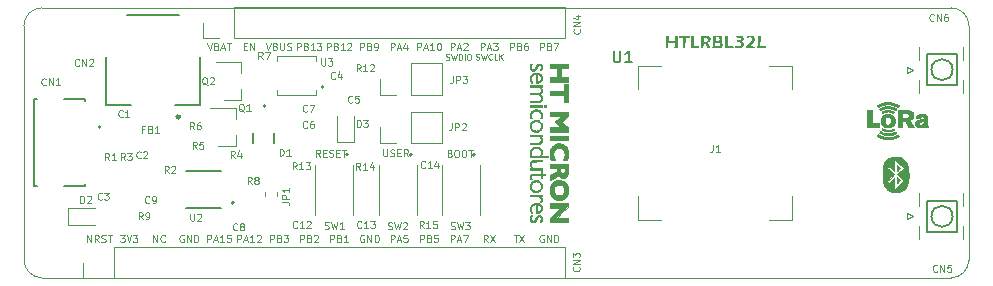
<source format=gto>
G04 #@! TF.GenerationSoftware,KiCad,Pcbnew,(6.0.4)*
G04 #@! TF.CreationDate,2022-06-23T11:25:04-03:00*
G04 #@! TF.ProjectId,HTLRBL32L-10_EvB_V1.0_Rev6.1,48544c52-424c-4333-924c-2d31305f4576,6.0*
G04 #@! TF.SameCoordinates,Original*
G04 #@! TF.FileFunction,Legend,Top*
G04 #@! TF.FilePolarity,Positive*
%FSLAX46Y46*%
G04 Gerber Fmt 4.6, Leading zero omitted, Abs format (unit mm)*
G04 Created by KiCad (PCBNEW (6.0.4)) date 2022-06-23 11:25:04*
%MOMM*%
%LPD*%
G01*
G04 APERTURE LIST*
%ADD10C,0.075000*%
G04 #@! TA.AperFunction,Profile*
%ADD11C,0.050000*%
G04 #@! TD*
%ADD12C,0.150000*%
%ADD13C,0.127000*%
%ADD14C,0.200000*%
%ADD15C,0.120000*%
%ADD16C,0.161600*%
%ADD17C,0.300000*%
%ADD18C,0.100000*%
%ADD19C,0.010000*%
G04 APERTURE END LIST*
D10*
X135744476Y-91522380D02*
X135815904Y-91546190D01*
X135934952Y-91546190D01*
X135982571Y-91522380D01*
X136006380Y-91498571D01*
X136030190Y-91450952D01*
X136030190Y-91403333D01*
X136006380Y-91355714D01*
X135982571Y-91331904D01*
X135934952Y-91308095D01*
X135839714Y-91284285D01*
X135792095Y-91260476D01*
X135768285Y-91236666D01*
X135744476Y-91189047D01*
X135744476Y-91141428D01*
X135768285Y-91093809D01*
X135792095Y-91070000D01*
X135839714Y-91046190D01*
X135958761Y-91046190D01*
X136030190Y-91070000D01*
X136196857Y-91046190D02*
X136315904Y-91546190D01*
X136411142Y-91189047D01*
X136506380Y-91546190D01*
X136625428Y-91046190D01*
X136815904Y-91546190D02*
X136815904Y-91046190D01*
X136934952Y-91046190D01*
X137006380Y-91070000D01*
X137054000Y-91117619D01*
X137077809Y-91165238D01*
X137101619Y-91260476D01*
X137101619Y-91331904D01*
X137077809Y-91427142D01*
X137054000Y-91474761D01*
X137006380Y-91522380D01*
X136934952Y-91546190D01*
X136815904Y-91546190D01*
X137315904Y-91546190D02*
X137315904Y-91046190D01*
X137649238Y-91046190D02*
X137744476Y-91046190D01*
X137792095Y-91070000D01*
X137839714Y-91117619D01*
X137863523Y-91212857D01*
X137863523Y-91379523D01*
X137839714Y-91474761D01*
X137792095Y-91522380D01*
X137744476Y-91546190D01*
X137649238Y-91546190D01*
X137601619Y-91522380D01*
X137554000Y-91474761D01*
X137530190Y-91379523D01*
X137530190Y-91212857D01*
X137554000Y-91117619D01*
X137601619Y-91070000D01*
X137649238Y-91046190D01*
X138283047Y-91520380D02*
X138354476Y-91544190D01*
X138473523Y-91544190D01*
X138521142Y-91520380D01*
X138544952Y-91496571D01*
X138568761Y-91448952D01*
X138568761Y-91401333D01*
X138544952Y-91353714D01*
X138521142Y-91329904D01*
X138473523Y-91306095D01*
X138378285Y-91282285D01*
X138330666Y-91258476D01*
X138306857Y-91234666D01*
X138283047Y-91187047D01*
X138283047Y-91139428D01*
X138306857Y-91091809D01*
X138330666Y-91068000D01*
X138378285Y-91044190D01*
X138497333Y-91044190D01*
X138568761Y-91068000D01*
X138735428Y-91044190D02*
X138854476Y-91544190D01*
X138949714Y-91187047D01*
X139044952Y-91544190D01*
X139164000Y-91044190D01*
X139640190Y-91496571D02*
X139616380Y-91520380D01*
X139544952Y-91544190D01*
X139497333Y-91544190D01*
X139425904Y-91520380D01*
X139378285Y-91472761D01*
X139354476Y-91425142D01*
X139330666Y-91329904D01*
X139330666Y-91258476D01*
X139354476Y-91163238D01*
X139378285Y-91115619D01*
X139425904Y-91068000D01*
X139497333Y-91044190D01*
X139544952Y-91044190D01*
X139616380Y-91068000D01*
X139640190Y-91091809D01*
X140092571Y-91544190D02*
X139854476Y-91544190D01*
X139854476Y-91044190D01*
X140259238Y-91544190D02*
X140259238Y-91044190D01*
X140544952Y-91544190D02*
X140330666Y-91258476D01*
X140544952Y-91044190D02*
X140259238Y-91329904D01*
D11*
X100000000Y-88664000D02*
X100000000Y-108476000D01*
X180010000Y-108476000D02*
X180010000Y-88664000D01*
X101524000Y-87140000D02*
G75*
G03*
X100000000Y-88664000I0J-1524000D01*
G01*
X180010000Y-88664000D02*
G75*
G03*
X178486000Y-87140000I-1524000J0D01*
G01*
X178486000Y-110000000D02*
G75*
G03*
X180010000Y-108476000I0J1524000D01*
G01*
X178486000Y-87140000D02*
X101524000Y-87140002D01*
X100000000Y-108476000D02*
G75*
G03*
X101524000Y-110000000I1524000J0D01*
G01*
X101524000Y-110000000D02*
X178486000Y-110000000D01*
D10*
X125641428Y-90713428D02*
X125641428Y-90113428D01*
X125870000Y-90113428D01*
X125927142Y-90142000D01*
X125955714Y-90170571D01*
X125984285Y-90227714D01*
X125984285Y-90313428D01*
X125955714Y-90370571D01*
X125927142Y-90399142D01*
X125870000Y-90427714D01*
X125641428Y-90427714D01*
X126441428Y-90399142D02*
X126527142Y-90427714D01*
X126555714Y-90456285D01*
X126584285Y-90513428D01*
X126584285Y-90599142D01*
X126555714Y-90656285D01*
X126527142Y-90684857D01*
X126470000Y-90713428D01*
X126241428Y-90713428D01*
X126241428Y-90113428D01*
X126441428Y-90113428D01*
X126498571Y-90142000D01*
X126527142Y-90170571D01*
X126555714Y-90227714D01*
X126555714Y-90284857D01*
X126527142Y-90342000D01*
X126498571Y-90370571D01*
X126441428Y-90399142D01*
X126241428Y-90399142D01*
X127155714Y-90713428D02*
X126812857Y-90713428D01*
X126984285Y-90713428D02*
X126984285Y-90113428D01*
X126927142Y-90199142D01*
X126870000Y-90256285D01*
X126812857Y-90284857D01*
X127384285Y-90170571D02*
X127412857Y-90142000D01*
X127470000Y-90113428D01*
X127612857Y-90113428D01*
X127670000Y-90142000D01*
X127698571Y-90170571D01*
X127727142Y-90227714D01*
X127727142Y-90284857D01*
X127698571Y-90370571D01*
X127355714Y-90713428D01*
X127727142Y-90713428D01*
X143707142Y-90713428D02*
X143707142Y-90113428D01*
X143935714Y-90113428D01*
X143992857Y-90142000D01*
X144021428Y-90170571D01*
X144050000Y-90227714D01*
X144050000Y-90313428D01*
X144021428Y-90370571D01*
X143992857Y-90399142D01*
X143935714Y-90427714D01*
X143707142Y-90427714D01*
X144507142Y-90399142D02*
X144592857Y-90427714D01*
X144621428Y-90456285D01*
X144650000Y-90513428D01*
X144650000Y-90599142D01*
X144621428Y-90656285D01*
X144592857Y-90684857D01*
X144535714Y-90713428D01*
X144307142Y-90713428D01*
X144307142Y-90113428D01*
X144507142Y-90113428D01*
X144564285Y-90142000D01*
X144592857Y-90170571D01*
X144621428Y-90227714D01*
X144621428Y-90284857D01*
X144592857Y-90342000D01*
X144564285Y-90370571D01*
X144507142Y-90399142D01*
X144307142Y-90399142D01*
X144850000Y-90113428D02*
X145250000Y-90113428D01*
X144992857Y-90713428D01*
X138670000Y-90713428D02*
X138670000Y-90113428D01*
X138898571Y-90113428D01*
X138955714Y-90142000D01*
X138984285Y-90170571D01*
X139012857Y-90227714D01*
X139012857Y-90313428D01*
X138984285Y-90370571D01*
X138955714Y-90399142D01*
X138898571Y-90427714D01*
X138670000Y-90427714D01*
X139241428Y-90542000D02*
X139527142Y-90542000D01*
X139184285Y-90713428D02*
X139384285Y-90113428D01*
X139584285Y-90713428D01*
X139727142Y-90113428D02*
X140098571Y-90113428D01*
X139898571Y-90342000D01*
X139984285Y-90342000D01*
X140041428Y-90370571D01*
X140070000Y-90399142D01*
X140098571Y-90456285D01*
X140098571Y-90599142D01*
X140070000Y-90656285D01*
X140041428Y-90684857D01*
X139984285Y-90713428D01*
X139812857Y-90713428D01*
X139755714Y-90684857D01*
X139727142Y-90656285D01*
X136130000Y-90713428D02*
X136130000Y-90113428D01*
X136358571Y-90113428D01*
X136415714Y-90142000D01*
X136444285Y-90170571D01*
X136472857Y-90227714D01*
X136472857Y-90313428D01*
X136444285Y-90370571D01*
X136415714Y-90399142D01*
X136358571Y-90427714D01*
X136130000Y-90427714D01*
X136701428Y-90542000D02*
X136987142Y-90542000D01*
X136644285Y-90713428D02*
X136844285Y-90113428D01*
X137044285Y-90713428D01*
X137215714Y-90170571D02*
X137244285Y-90142000D01*
X137301428Y-90113428D01*
X137444285Y-90113428D01*
X137501428Y-90142000D01*
X137530000Y-90170571D01*
X137558571Y-90227714D01*
X137558571Y-90284857D01*
X137530000Y-90370571D01*
X137187142Y-90713428D01*
X137558571Y-90713428D01*
X133304285Y-90713428D02*
X133304285Y-90113428D01*
X133532857Y-90113428D01*
X133590000Y-90142000D01*
X133618571Y-90170571D01*
X133647142Y-90227714D01*
X133647142Y-90313428D01*
X133618571Y-90370571D01*
X133590000Y-90399142D01*
X133532857Y-90427714D01*
X133304285Y-90427714D01*
X133875714Y-90542000D02*
X134161428Y-90542000D01*
X133818571Y-90713428D02*
X134018571Y-90113428D01*
X134218571Y-90713428D01*
X134732857Y-90713428D02*
X134390000Y-90713428D01*
X134561428Y-90713428D02*
X134561428Y-90113428D01*
X134504285Y-90199142D01*
X134447142Y-90256285D01*
X134390000Y-90284857D01*
X135104285Y-90113428D02*
X135161428Y-90113428D01*
X135218571Y-90142000D01*
X135247142Y-90170571D01*
X135275714Y-90227714D01*
X135304285Y-90342000D01*
X135304285Y-90484857D01*
X135275714Y-90599142D01*
X135247142Y-90656285D01*
X135218571Y-90684857D01*
X135161428Y-90713428D01*
X135104285Y-90713428D01*
X135047142Y-90684857D01*
X135018571Y-90656285D01*
X134990000Y-90599142D01*
X134961428Y-90484857D01*
X134961428Y-90342000D01*
X134990000Y-90227714D01*
X135018571Y-90170571D01*
X135047142Y-90142000D01*
X135104285Y-90113428D01*
X123101428Y-90713428D02*
X123101428Y-90113428D01*
X123330000Y-90113428D01*
X123387142Y-90142000D01*
X123415714Y-90170571D01*
X123444285Y-90227714D01*
X123444285Y-90313428D01*
X123415714Y-90370571D01*
X123387142Y-90399142D01*
X123330000Y-90427714D01*
X123101428Y-90427714D01*
X123901428Y-90399142D02*
X123987142Y-90427714D01*
X124015714Y-90456285D01*
X124044285Y-90513428D01*
X124044285Y-90599142D01*
X124015714Y-90656285D01*
X123987142Y-90684857D01*
X123930000Y-90713428D01*
X123701428Y-90713428D01*
X123701428Y-90113428D01*
X123901428Y-90113428D01*
X123958571Y-90142000D01*
X123987142Y-90170571D01*
X124015714Y-90227714D01*
X124015714Y-90284857D01*
X123987142Y-90342000D01*
X123958571Y-90370571D01*
X123901428Y-90399142D01*
X123701428Y-90399142D01*
X124615714Y-90713428D02*
X124272857Y-90713428D01*
X124444285Y-90713428D02*
X124444285Y-90113428D01*
X124387142Y-90199142D01*
X124330000Y-90256285D01*
X124272857Y-90284857D01*
X124815714Y-90113428D02*
X125187142Y-90113428D01*
X124987142Y-90342000D01*
X125072857Y-90342000D01*
X125130000Y-90370571D01*
X125158571Y-90399142D01*
X125187142Y-90456285D01*
X125187142Y-90599142D01*
X125158571Y-90656285D01*
X125130000Y-90684857D01*
X125072857Y-90713428D01*
X124901428Y-90713428D01*
X124844285Y-90684857D01*
X124815714Y-90656285D01*
X120490000Y-90113428D02*
X120690000Y-90713428D01*
X120890000Y-90113428D01*
X121290000Y-90399142D02*
X121375714Y-90427714D01*
X121404285Y-90456285D01*
X121432857Y-90513428D01*
X121432857Y-90599142D01*
X121404285Y-90656285D01*
X121375714Y-90684857D01*
X121318571Y-90713428D01*
X121090000Y-90713428D01*
X121090000Y-90113428D01*
X121290000Y-90113428D01*
X121347142Y-90142000D01*
X121375714Y-90170571D01*
X121404285Y-90227714D01*
X121404285Y-90284857D01*
X121375714Y-90342000D01*
X121347142Y-90370571D01*
X121290000Y-90399142D01*
X121090000Y-90399142D01*
X121690000Y-90113428D02*
X121690000Y-90599142D01*
X121718571Y-90656285D01*
X121747142Y-90684857D01*
X121804285Y-90713428D01*
X121918571Y-90713428D01*
X121975714Y-90684857D01*
X122004285Y-90656285D01*
X122032857Y-90599142D01*
X122032857Y-90113428D01*
X122290000Y-90684857D02*
X122375714Y-90713428D01*
X122518571Y-90713428D01*
X122575714Y-90684857D01*
X122604285Y-90656285D01*
X122632857Y-90599142D01*
X122632857Y-90542000D01*
X122604285Y-90484857D01*
X122575714Y-90456285D01*
X122518571Y-90427714D01*
X122404285Y-90399142D01*
X122347142Y-90370571D01*
X122318571Y-90342000D01*
X122290000Y-90284857D01*
X122290000Y-90227714D01*
X122318571Y-90170571D01*
X122347142Y-90142000D01*
X122404285Y-90113428D01*
X122547142Y-90113428D01*
X122632857Y-90142000D01*
X118607142Y-90399142D02*
X118807142Y-90399142D01*
X118892857Y-90713428D02*
X118607142Y-90713428D01*
X118607142Y-90113428D01*
X118892857Y-90113428D01*
X119150000Y-90713428D02*
X119150000Y-90113428D01*
X119492857Y-90713428D01*
X119492857Y-90113428D01*
X115524285Y-90113428D02*
X115724285Y-90713428D01*
X115924285Y-90113428D01*
X116324285Y-90399142D02*
X116410000Y-90427714D01*
X116438571Y-90456285D01*
X116467142Y-90513428D01*
X116467142Y-90599142D01*
X116438571Y-90656285D01*
X116410000Y-90684857D01*
X116352857Y-90713428D01*
X116124285Y-90713428D01*
X116124285Y-90113428D01*
X116324285Y-90113428D01*
X116381428Y-90142000D01*
X116410000Y-90170571D01*
X116438571Y-90227714D01*
X116438571Y-90284857D01*
X116410000Y-90342000D01*
X116381428Y-90370571D01*
X116324285Y-90399142D01*
X116124285Y-90399142D01*
X116695714Y-90542000D02*
X116981428Y-90542000D01*
X116638571Y-90713428D02*
X116838571Y-90113428D01*
X117038571Y-90713428D01*
X117152857Y-90113428D02*
X117495714Y-90113428D01*
X117324285Y-90713428D02*
X117324285Y-90113428D01*
X136130000Y-106969428D02*
X136130000Y-106369428D01*
X136358571Y-106369428D01*
X136415714Y-106398000D01*
X136444285Y-106426571D01*
X136472857Y-106483714D01*
X136472857Y-106569428D01*
X136444285Y-106626571D01*
X136415714Y-106655142D01*
X136358571Y-106683714D01*
X136130000Y-106683714D01*
X136701428Y-106798000D02*
X136987142Y-106798000D01*
X136644285Y-106969428D02*
X136844285Y-106369428D01*
X137044285Y-106969428D01*
X137187142Y-106369428D02*
X137587142Y-106369428D01*
X137330000Y-106969428D01*
X123387142Y-106969428D02*
X123387142Y-106369428D01*
X123615714Y-106369428D01*
X123672857Y-106398000D01*
X123701428Y-106426571D01*
X123730000Y-106483714D01*
X123730000Y-106569428D01*
X123701428Y-106626571D01*
X123672857Y-106655142D01*
X123615714Y-106683714D01*
X123387142Y-106683714D01*
X124187142Y-106655142D02*
X124272857Y-106683714D01*
X124301428Y-106712285D01*
X124330000Y-106769428D01*
X124330000Y-106855142D01*
X124301428Y-106912285D01*
X124272857Y-106940857D01*
X124215714Y-106969428D01*
X123987142Y-106969428D01*
X123987142Y-106369428D01*
X124187142Y-106369428D01*
X124244285Y-106398000D01*
X124272857Y-106426571D01*
X124301428Y-106483714D01*
X124301428Y-106540857D01*
X124272857Y-106598000D01*
X124244285Y-106626571D01*
X124187142Y-106655142D01*
X123987142Y-106655142D01*
X124558571Y-106426571D02*
X124587142Y-106398000D01*
X124644285Y-106369428D01*
X124787142Y-106369428D01*
X124844285Y-106398000D01*
X124872857Y-106426571D01*
X124901428Y-106483714D01*
X124901428Y-106540857D01*
X124872857Y-106626571D01*
X124530000Y-106969428D01*
X124901428Y-106969428D01*
X136065714Y-99467142D02*
X136151428Y-99495714D01*
X136180000Y-99524285D01*
X136208571Y-99581428D01*
X136208571Y-99667142D01*
X136180000Y-99724285D01*
X136151428Y-99752857D01*
X136094285Y-99781428D01*
X135865714Y-99781428D01*
X135865714Y-99181428D01*
X136065714Y-99181428D01*
X136122857Y-99210000D01*
X136151428Y-99238571D01*
X136180000Y-99295714D01*
X136180000Y-99352857D01*
X136151428Y-99410000D01*
X136122857Y-99438571D01*
X136065714Y-99467142D01*
X135865714Y-99467142D01*
X136580000Y-99181428D02*
X136694285Y-99181428D01*
X136751428Y-99210000D01*
X136808571Y-99267142D01*
X136837142Y-99381428D01*
X136837142Y-99581428D01*
X136808571Y-99695714D01*
X136751428Y-99752857D01*
X136694285Y-99781428D01*
X136580000Y-99781428D01*
X136522857Y-99752857D01*
X136465714Y-99695714D01*
X136437142Y-99581428D01*
X136437142Y-99381428D01*
X136465714Y-99267142D01*
X136522857Y-99210000D01*
X136580000Y-99181428D01*
X137208571Y-99181428D02*
X137322857Y-99181428D01*
X137380000Y-99210000D01*
X137437142Y-99267142D01*
X137465714Y-99381428D01*
X137465714Y-99581428D01*
X137437142Y-99695714D01*
X137380000Y-99752857D01*
X137322857Y-99781428D01*
X137208571Y-99781428D01*
X137151428Y-99752857D01*
X137094285Y-99695714D01*
X137065714Y-99581428D01*
X137065714Y-99381428D01*
X137094285Y-99267142D01*
X137151428Y-99210000D01*
X137208571Y-99181428D01*
X137637142Y-99181428D02*
X137980000Y-99181428D01*
X137808571Y-99781428D02*
X137808571Y-99181428D01*
X130421428Y-99131428D02*
X130421428Y-99617142D01*
X130450000Y-99674285D01*
X130478571Y-99702857D01*
X130535714Y-99731428D01*
X130650000Y-99731428D01*
X130707142Y-99702857D01*
X130735714Y-99674285D01*
X130764285Y-99617142D01*
X130764285Y-99131428D01*
X131021428Y-99702857D02*
X131107142Y-99731428D01*
X131250000Y-99731428D01*
X131307142Y-99702857D01*
X131335714Y-99674285D01*
X131364285Y-99617142D01*
X131364285Y-99560000D01*
X131335714Y-99502857D01*
X131307142Y-99474285D01*
X131250000Y-99445714D01*
X131135714Y-99417142D01*
X131078571Y-99388571D01*
X131050000Y-99360000D01*
X131021428Y-99302857D01*
X131021428Y-99245714D01*
X131050000Y-99188571D01*
X131078571Y-99160000D01*
X131135714Y-99131428D01*
X131278571Y-99131428D01*
X131364285Y-99160000D01*
X131621428Y-99417142D02*
X131821428Y-99417142D01*
X131907142Y-99731428D02*
X131621428Y-99731428D01*
X131621428Y-99131428D01*
X131907142Y-99131428D01*
X132507142Y-99731428D02*
X132307142Y-99445714D01*
X132164285Y-99731428D02*
X132164285Y-99131428D01*
X132392857Y-99131428D01*
X132450000Y-99160000D01*
X132478571Y-99188571D01*
X132507142Y-99245714D01*
X132507142Y-99331428D01*
X132478571Y-99388571D01*
X132450000Y-99417142D01*
X132392857Y-99445714D01*
X132164285Y-99445714D01*
X128792857Y-106398000D02*
X128735714Y-106369428D01*
X128650000Y-106369428D01*
X128564285Y-106398000D01*
X128507142Y-106455142D01*
X128478571Y-106512285D01*
X128450000Y-106626571D01*
X128450000Y-106712285D01*
X128478571Y-106826571D01*
X128507142Y-106883714D01*
X128564285Y-106940857D01*
X128650000Y-106969428D01*
X128707142Y-106969428D01*
X128792857Y-106940857D01*
X128821428Y-106912285D01*
X128821428Y-106712285D01*
X128707142Y-106712285D01*
X129078571Y-106969428D02*
X129078571Y-106369428D01*
X129421428Y-106969428D01*
X129421428Y-106369428D01*
X129707142Y-106969428D02*
X129707142Y-106369428D01*
X129850000Y-106369428D01*
X129935714Y-106398000D01*
X129992857Y-106455142D01*
X130021428Y-106512285D01*
X130050000Y-106626571D01*
X130050000Y-106712285D01*
X130021428Y-106826571D01*
X129992857Y-106883714D01*
X129935714Y-106940857D01*
X129850000Y-106969428D01*
X129707142Y-106969428D01*
X133547142Y-106969428D02*
X133547142Y-106369428D01*
X133775714Y-106369428D01*
X133832857Y-106398000D01*
X133861428Y-106426571D01*
X133890000Y-106483714D01*
X133890000Y-106569428D01*
X133861428Y-106626571D01*
X133832857Y-106655142D01*
X133775714Y-106683714D01*
X133547142Y-106683714D01*
X134347142Y-106655142D02*
X134432857Y-106683714D01*
X134461428Y-106712285D01*
X134490000Y-106769428D01*
X134490000Y-106855142D01*
X134461428Y-106912285D01*
X134432857Y-106940857D01*
X134375714Y-106969428D01*
X134147142Y-106969428D01*
X134147142Y-106369428D01*
X134347142Y-106369428D01*
X134404285Y-106398000D01*
X134432857Y-106426571D01*
X134461428Y-106483714D01*
X134461428Y-106540857D01*
X134432857Y-106598000D01*
X134404285Y-106626571D01*
X134347142Y-106655142D01*
X134147142Y-106655142D01*
X135032857Y-106369428D02*
X134747142Y-106369428D01*
X134718571Y-106655142D01*
X134747142Y-106626571D01*
X134804285Y-106598000D01*
X134947142Y-106598000D01*
X135004285Y-106626571D01*
X135032857Y-106655142D01*
X135061428Y-106712285D01*
X135061428Y-106855142D01*
X135032857Y-106912285D01*
X135004285Y-106940857D01*
X134947142Y-106969428D01*
X134804285Y-106969428D01*
X134747142Y-106940857D01*
X134718571Y-106912285D01*
X125078571Y-99761428D02*
X124878571Y-99475714D01*
X124735714Y-99761428D02*
X124735714Y-99161428D01*
X124964285Y-99161428D01*
X125021428Y-99190000D01*
X125050000Y-99218571D01*
X125078571Y-99275714D01*
X125078571Y-99361428D01*
X125050000Y-99418571D01*
X125021428Y-99447142D01*
X124964285Y-99475714D01*
X124735714Y-99475714D01*
X125335714Y-99447142D02*
X125535714Y-99447142D01*
X125621428Y-99761428D02*
X125335714Y-99761428D01*
X125335714Y-99161428D01*
X125621428Y-99161428D01*
X125850000Y-99732857D02*
X125935714Y-99761428D01*
X126078571Y-99761428D01*
X126135714Y-99732857D01*
X126164285Y-99704285D01*
X126192857Y-99647142D01*
X126192857Y-99590000D01*
X126164285Y-99532857D01*
X126135714Y-99504285D01*
X126078571Y-99475714D01*
X125964285Y-99447142D01*
X125907142Y-99418571D01*
X125878571Y-99390000D01*
X125850000Y-99332857D01*
X125850000Y-99275714D01*
X125878571Y-99218571D01*
X125907142Y-99190000D01*
X125964285Y-99161428D01*
X126107142Y-99161428D01*
X126192857Y-99190000D01*
X126450000Y-99447142D02*
X126650000Y-99447142D01*
X126735714Y-99761428D02*
X126450000Y-99761428D01*
X126450000Y-99161428D01*
X126735714Y-99161428D01*
X126907142Y-99161428D02*
X127250000Y-99161428D01*
X127078571Y-99761428D02*
X127078571Y-99161428D01*
X128467142Y-90713428D02*
X128467142Y-90113428D01*
X128695714Y-90113428D01*
X128752857Y-90142000D01*
X128781428Y-90170571D01*
X128810000Y-90227714D01*
X128810000Y-90313428D01*
X128781428Y-90370571D01*
X128752857Y-90399142D01*
X128695714Y-90427714D01*
X128467142Y-90427714D01*
X129267142Y-90399142D02*
X129352857Y-90427714D01*
X129381428Y-90456285D01*
X129410000Y-90513428D01*
X129410000Y-90599142D01*
X129381428Y-90656285D01*
X129352857Y-90684857D01*
X129295714Y-90713428D01*
X129067142Y-90713428D01*
X129067142Y-90113428D01*
X129267142Y-90113428D01*
X129324285Y-90142000D01*
X129352857Y-90170571D01*
X129381428Y-90227714D01*
X129381428Y-90284857D01*
X129352857Y-90342000D01*
X129324285Y-90370571D01*
X129267142Y-90399142D01*
X129067142Y-90399142D01*
X129695714Y-90713428D02*
X129810000Y-90713428D01*
X129867142Y-90684857D01*
X129895714Y-90656285D01*
X129952857Y-90570571D01*
X129981428Y-90456285D01*
X129981428Y-90227714D01*
X129952857Y-90170571D01*
X129924285Y-90142000D01*
X129867142Y-90113428D01*
X129752857Y-90113428D01*
X129695714Y-90142000D01*
X129667142Y-90170571D01*
X129638571Y-90227714D01*
X129638571Y-90370571D01*
X129667142Y-90427714D01*
X129695714Y-90456285D01*
X129752857Y-90484857D01*
X129867142Y-90484857D01*
X129924285Y-90456285D01*
X129952857Y-90427714D01*
X129981428Y-90370571D01*
X141452857Y-106369428D02*
X141795714Y-106369428D01*
X141624285Y-106969428D02*
X141624285Y-106369428D01*
X141938571Y-106369428D02*
X142338571Y-106969428D01*
X142338571Y-106369428D02*
X141938571Y-106969428D01*
X143992857Y-106398000D02*
X143935714Y-106369428D01*
X143850000Y-106369428D01*
X143764285Y-106398000D01*
X143707142Y-106455142D01*
X143678571Y-106512285D01*
X143650000Y-106626571D01*
X143650000Y-106712285D01*
X143678571Y-106826571D01*
X143707142Y-106883714D01*
X143764285Y-106940857D01*
X143850000Y-106969428D01*
X143907142Y-106969428D01*
X143992857Y-106940857D01*
X144021428Y-106912285D01*
X144021428Y-106712285D01*
X143907142Y-106712285D01*
X144278571Y-106969428D02*
X144278571Y-106369428D01*
X144621428Y-106969428D01*
X144621428Y-106369428D01*
X144907142Y-106969428D02*
X144907142Y-106369428D01*
X145050000Y-106369428D01*
X145135714Y-106398000D01*
X145192857Y-106455142D01*
X145221428Y-106512285D01*
X145250000Y-106626571D01*
X145250000Y-106712285D01*
X145221428Y-106826571D01*
X145192857Y-106883714D01*
X145135714Y-106940857D01*
X145050000Y-106969428D01*
X144907142Y-106969428D01*
X115524285Y-106969428D02*
X115524285Y-106369428D01*
X115752857Y-106369428D01*
X115810000Y-106398000D01*
X115838571Y-106426571D01*
X115867142Y-106483714D01*
X115867142Y-106569428D01*
X115838571Y-106626571D01*
X115810000Y-106655142D01*
X115752857Y-106683714D01*
X115524285Y-106683714D01*
X116095714Y-106798000D02*
X116381428Y-106798000D01*
X116038571Y-106969428D02*
X116238571Y-106369428D01*
X116438571Y-106969428D01*
X116952857Y-106969428D02*
X116610000Y-106969428D01*
X116781428Y-106969428D02*
X116781428Y-106369428D01*
X116724285Y-106455142D01*
X116667142Y-106512285D01*
X116610000Y-106540857D01*
X117495714Y-106369428D02*
X117210000Y-106369428D01*
X117181428Y-106655142D01*
X117210000Y-106626571D01*
X117267142Y-106598000D01*
X117410000Y-106598000D01*
X117467142Y-106626571D01*
X117495714Y-106655142D01*
X117524285Y-106712285D01*
X117524285Y-106855142D01*
X117495714Y-106912285D01*
X117467142Y-106940857D01*
X117410000Y-106969428D01*
X117267142Y-106969428D01*
X117210000Y-106940857D01*
X117181428Y-106912285D01*
X125927142Y-106969428D02*
X125927142Y-106369428D01*
X126155714Y-106369428D01*
X126212857Y-106398000D01*
X126241428Y-106426571D01*
X126270000Y-106483714D01*
X126270000Y-106569428D01*
X126241428Y-106626571D01*
X126212857Y-106655142D01*
X126155714Y-106683714D01*
X125927142Y-106683714D01*
X126727142Y-106655142D02*
X126812857Y-106683714D01*
X126841428Y-106712285D01*
X126870000Y-106769428D01*
X126870000Y-106855142D01*
X126841428Y-106912285D01*
X126812857Y-106940857D01*
X126755714Y-106969428D01*
X126527142Y-106969428D01*
X126527142Y-106369428D01*
X126727142Y-106369428D01*
X126784285Y-106398000D01*
X126812857Y-106426571D01*
X126841428Y-106483714D01*
X126841428Y-106540857D01*
X126812857Y-106598000D01*
X126784285Y-106626571D01*
X126727142Y-106655142D01*
X126527142Y-106655142D01*
X127441428Y-106969428D02*
X127098571Y-106969428D01*
X127270000Y-106969428D02*
X127270000Y-106369428D01*
X127212857Y-106455142D01*
X127155714Y-106512285D01*
X127098571Y-106540857D01*
X139270000Y-106969428D02*
X139070000Y-106683714D01*
X138927142Y-106969428D02*
X138927142Y-106369428D01*
X139155714Y-106369428D01*
X139212857Y-106398000D01*
X139241428Y-106426571D01*
X139270000Y-106483714D01*
X139270000Y-106569428D01*
X139241428Y-106626571D01*
X139212857Y-106655142D01*
X139155714Y-106683714D01*
X138927142Y-106683714D01*
X139470000Y-106369428D02*
X139870000Y-106969428D01*
X139870000Y-106369428D02*
X139470000Y-106969428D01*
X105364285Y-106969428D02*
X105364285Y-106369428D01*
X105707142Y-106969428D01*
X105707142Y-106369428D01*
X106335714Y-106969428D02*
X106135714Y-106683714D01*
X105992857Y-106969428D02*
X105992857Y-106369428D01*
X106221428Y-106369428D01*
X106278571Y-106398000D01*
X106307142Y-106426571D01*
X106335714Y-106483714D01*
X106335714Y-106569428D01*
X106307142Y-106626571D01*
X106278571Y-106655142D01*
X106221428Y-106683714D01*
X105992857Y-106683714D01*
X106564285Y-106940857D02*
X106650000Y-106969428D01*
X106792857Y-106969428D01*
X106850000Y-106940857D01*
X106878571Y-106912285D01*
X106907142Y-106855142D01*
X106907142Y-106798000D01*
X106878571Y-106740857D01*
X106850000Y-106712285D01*
X106792857Y-106683714D01*
X106678571Y-106655142D01*
X106621428Y-106626571D01*
X106592857Y-106598000D01*
X106564285Y-106540857D01*
X106564285Y-106483714D01*
X106592857Y-106426571D01*
X106621428Y-106398000D01*
X106678571Y-106369428D01*
X106821428Y-106369428D01*
X106907142Y-106398000D01*
X107078571Y-106369428D02*
X107421428Y-106369428D01*
X107250000Y-106969428D02*
X107250000Y-106369428D01*
X113512857Y-106398000D02*
X113455714Y-106369428D01*
X113370000Y-106369428D01*
X113284285Y-106398000D01*
X113227142Y-106455142D01*
X113198571Y-106512285D01*
X113170000Y-106626571D01*
X113170000Y-106712285D01*
X113198571Y-106826571D01*
X113227142Y-106883714D01*
X113284285Y-106940857D01*
X113370000Y-106969428D01*
X113427142Y-106969428D01*
X113512857Y-106940857D01*
X113541428Y-106912285D01*
X113541428Y-106712285D01*
X113427142Y-106712285D01*
X113798571Y-106969428D02*
X113798571Y-106369428D01*
X114141428Y-106969428D01*
X114141428Y-106369428D01*
X114427142Y-106969428D02*
X114427142Y-106369428D01*
X114570000Y-106369428D01*
X114655714Y-106398000D01*
X114712857Y-106455142D01*
X114741428Y-106512285D01*
X114770000Y-106626571D01*
X114770000Y-106712285D01*
X114741428Y-106826571D01*
X114712857Y-106883714D01*
X114655714Y-106940857D01*
X114570000Y-106969428D01*
X114427142Y-106969428D01*
X118064285Y-106969428D02*
X118064285Y-106369428D01*
X118292857Y-106369428D01*
X118350000Y-106398000D01*
X118378571Y-106426571D01*
X118407142Y-106483714D01*
X118407142Y-106569428D01*
X118378571Y-106626571D01*
X118350000Y-106655142D01*
X118292857Y-106683714D01*
X118064285Y-106683714D01*
X118635714Y-106798000D02*
X118921428Y-106798000D01*
X118578571Y-106969428D02*
X118778571Y-106369428D01*
X118978571Y-106969428D01*
X119492857Y-106969428D02*
X119150000Y-106969428D01*
X119321428Y-106969428D02*
X119321428Y-106369428D01*
X119264285Y-106455142D01*
X119207142Y-106512285D01*
X119150000Y-106540857D01*
X119721428Y-106426571D02*
X119750000Y-106398000D01*
X119807142Y-106369428D01*
X119950000Y-106369428D01*
X120007142Y-106398000D01*
X120035714Y-106426571D01*
X120064285Y-106483714D01*
X120064285Y-106540857D01*
X120035714Y-106626571D01*
X119692857Y-106969428D01*
X120064285Y-106969428D01*
X141167142Y-90713428D02*
X141167142Y-90113428D01*
X141395714Y-90113428D01*
X141452857Y-90142000D01*
X141481428Y-90170571D01*
X141510000Y-90227714D01*
X141510000Y-90313428D01*
X141481428Y-90370571D01*
X141452857Y-90399142D01*
X141395714Y-90427714D01*
X141167142Y-90427714D01*
X141967142Y-90399142D02*
X142052857Y-90427714D01*
X142081428Y-90456285D01*
X142110000Y-90513428D01*
X142110000Y-90599142D01*
X142081428Y-90656285D01*
X142052857Y-90684857D01*
X141995714Y-90713428D01*
X141767142Y-90713428D01*
X141767142Y-90113428D01*
X141967142Y-90113428D01*
X142024285Y-90142000D01*
X142052857Y-90170571D01*
X142081428Y-90227714D01*
X142081428Y-90284857D01*
X142052857Y-90342000D01*
X142024285Y-90370571D01*
X141967142Y-90399142D01*
X141767142Y-90399142D01*
X142624285Y-90113428D02*
X142510000Y-90113428D01*
X142452857Y-90142000D01*
X142424285Y-90170571D01*
X142367142Y-90256285D01*
X142338571Y-90370571D01*
X142338571Y-90599142D01*
X142367142Y-90656285D01*
X142395714Y-90684857D01*
X142452857Y-90713428D01*
X142567142Y-90713428D01*
X142624285Y-90684857D01*
X142652857Y-90656285D01*
X142681428Y-90599142D01*
X142681428Y-90456285D01*
X142652857Y-90399142D01*
X142624285Y-90370571D01*
X142567142Y-90342000D01*
X142452857Y-90342000D01*
X142395714Y-90370571D01*
X142367142Y-90399142D01*
X142338571Y-90456285D01*
X110958571Y-106969428D02*
X110958571Y-106369428D01*
X111301428Y-106969428D01*
X111301428Y-106369428D01*
X111930000Y-106912285D02*
X111901428Y-106940857D01*
X111815714Y-106969428D01*
X111758571Y-106969428D01*
X111672857Y-106940857D01*
X111615714Y-106883714D01*
X111587142Y-106826571D01*
X111558571Y-106712285D01*
X111558571Y-106626571D01*
X111587142Y-106512285D01*
X111615714Y-106455142D01*
X111672857Y-106398000D01*
X111758571Y-106369428D01*
X111815714Y-106369428D01*
X111901428Y-106398000D01*
X111930000Y-106426571D01*
X120847142Y-106969428D02*
X120847142Y-106369428D01*
X121075714Y-106369428D01*
X121132857Y-106398000D01*
X121161428Y-106426571D01*
X121190000Y-106483714D01*
X121190000Y-106569428D01*
X121161428Y-106626571D01*
X121132857Y-106655142D01*
X121075714Y-106683714D01*
X120847142Y-106683714D01*
X121647142Y-106655142D02*
X121732857Y-106683714D01*
X121761428Y-106712285D01*
X121790000Y-106769428D01*
X121790000Y-106855142D01*
X121761428Y-106912285D01*
X121732857Y-106940857D01*
X121675714Y-106969428D01*
X121447142Y-106969428D01*
X121447142Y-106369428D01*
X121647142Y-106369428D01*
X121704285Y-106398000D01*
X121732857Y-106426571D01*
X121761428Y-106483714D01*
X121761428Y-106540857D01*
X121732857Y-106598000D01*
X121704285Y-106626571D01*
X121647142Y-106655142D01*
X121447142Y-106655142D01*
X121990000Y-106369428D02*
X122361428Y-106369428D01*
X122161428Y-106598000D01*
X122247142Y-106598000D01*
X122304285Y-106626571D01*
X122332857Y-106655142D01*
X122361428Y-106712285D01*
X122361428Y-106855142D01*
X122332857Y-106912285D01*
X122304285Y-106940857D01*
X122247142Y-106969428D01*
X122075714Y-106969428D01*
X122018571Y-106940857D01*
X121990000Y-106912285D01*
X131050000Y-106969428D02*
X131050000Y-106369428D01*
X131278571Y-106369428D01*
X131335714Y-106398000D01*
X131364285Y-106426571D01*
X131392857Y-106483714D01*
X131392857Y-106569428D01*
X131364285Y-106626571D01*
X131335714Y-106655142D01*
X131278571Y-106683714D01*
X131050000Y-106683714D01*
X131621428Y-106798000D02*
X131907142Y-106798000D01*
X131564285Y-106969428D02*
X131764285Y-106369428D01*
X131964285Y-106969428D01*
X132450000Y-106369428D02*
X132164285Y-106369428D01*
X132135714Y-106655142D01*
X132164285Y-106626571D01*
X132221428Y-106598000D01*
X132364285Y-106598000D01*
X132421428Y-106626571D01*
X132450000Y-106655142D01*
X132478571Y-106712285D01*
X132478571Y-106855142D01*
X132450000Y-106912285D01*
X132421428Y-106940857D01*
X132364285Y-106969428D01*
X132221428Y-106969428D01*
X132164285Y-106940857D01*
X132135714Y-106912285D01*
X131050000Y-90713428D02*
X131050000Y-90113428D01*
X131278571Y-90113428D01*
X131335714Y-90142000D01*
X131364285Y-90170571D01*
X131392857Y-90227714D01*
X131392857Y-90313428D01*
X131364285Y-90370571D01*
X131335714Y-90399142D01*
X131278571Y-90427714D01*
X131050000Y-90427714D01*
X131621428Y-90542000D02*
X131907142Y-90542000D01*
X131564285Y-90713428D02*
X131764285Y-90113428D01*
X131964285Y-90713428D01*
X132421428Y-90313428D02*
X132421428Y-90713428D01*
X132278571Y-90084857D02*
X132135714Y-90513428D01*
X132507142Y-90513428D01*
X108147142Y-106369428D02*
X108518571Y-106369428D01*
X108318571Y-106598000D01*
X108404285Y-106598000D01*
X108461428Y-106626571D01*
X108490000Y-106655142D01*
X108518571Y-106712285D01*
X108518571Y-106855142D01*
X108490000Y-106912285D01*
X108461428Y-106940857D01*
X108404285Y-106969428D01*
X108232857Y-106969428D01*
X108175714Y-106940857D01*
X108147142Y-106912285D01*
X108690000Y-106369428D02*
X108890000Y-106969428D01*
X109090000Y-106369428D01*
X109232857Y-106369428D02*
X109604285Y-106369428D01*
X109404285Y-106598000D01*
X109490000Y-106598000D01*
X109547142Y-106626571D01*
X109575714Y-106655142D01*
X109604285Y-106712285D01*
X109604285Y-106855142D01*
X109575714Y-106912285D01*
X109547142Y-106940857D01*
X109490000Y-106969428D01*
X109318571Y-106969428D01*
X109261428Y-106940857D01*
X109232857Y-106912285D01*
G04 #@! TO.C,C2*
X109882200Y-99844285D02*
X109853628Y-99872857D01*
X109767914Y-99901428D01*
X109710771Y-99901428D01*
X109625057Y-99872857D01*
X109567914Y-99815714D01*
X109539342Y-99758571D01*
X109510771Y-99644285D01*
X109510771Y-99558571D01*
X109539342Y-99444285D01*
X109567914Y-99387142D01*
X109625057Y-99330000D01*
X109710771Y-99301428D01*
X109767914Y-99301428D01*
X109853628Y-99330000D01*
X109882200Y-99358571D01*
X110110771Y-99358571D02*
X110139342Y-99330000D01*
X110196485Y-99301428D01*
X110339342Y-99301428D01*
X110396485Y-99330000D01*
X110425057Y-99358571D01*
X110453628Y-99415714D01*
X110453628Y-99472857D01*
X110425057Y-99558571D01*
X110082200Y-99901428D01*
X110453628Y-99901428D01*
G04 #@! TO.C,C6*
X123980000Y-97264285D02*
X123951428Y-97292857D01*
X123865714Y-97321428D01*
X123808571Y-97321428D01*
X123722857Y-97292857D01*
X123665714Y-97235714D01*
X123637142Y-97178571D01*
X123608571Y-97064285D01*
X123608571Y-96978571D01*
X123637142Y-96864285D01*
X123665714Y-96807142D01*
X123722857Y-96750000D01*
X123808571Y-96721428D01*
X123865714Y-96721428D01*
X123951428Y-96750000D01*
X123980000Y-96778571D01*
X124494285Y-96721428D02*
X124380000Y-96721428D01*
X124322857Y-96750000D01*
X124294285Y-96778571D01*
X124237142Y-96864285D01*
X124208571Y-96978571D01*
X124208571Y-97207142D01*
X124237142Y-97264285D01*
X124265714Y-97292857D01*
X124322857Y-97321428D01*
X124437142Y-97321428D01*
X124494285Y-97292857D01*
X124522857Y-97264285D01*
X124551428Y-97207142D01*
X124551428Y-97064285D01*
X124522857Y-97007142D01*
X124494285Y-96978571D01*
X124437142Y-96950000D01*
X124322857Y-96950000D01*
X124265714Y-96978571D01*
X124237142Y-97007142D01*
X124208571Y-97064285D01*
G04 #@! TO.C,C7*
X123980000Y-95884285D02*
X123951428Y-95912857D01*
X123865714Y-95941428D01*
X123808571Y-95941428D01*
X123722857Y-95912857D01*
X123665714Y-95855714D01*
X123637142Y-95798571D01*
X123608571Y-95684285D01*
X123608571Y-95598571D01*
X123637142Y-95484285D01*
X123665714Y-95427142D01*
X123722857Y-95370000D01*
X123808571Y-95341428D01*
X123865714Y-95341428D01*
X123951428Y-95370000D01*
X123980000Y-95398571D01*
X124180000Y-95341428D02*
X124580000Y-95341428D01*
X124322857Y-95941428D01*
G04 #@! TO.C,C8*
X118069200Y-105921685D02*
X118040628Y-105950257D01*
X117954914Y-105978828D01*
X117897771Y-105978828D01*
X117812057Y-105950257D01*
X117754914Y-105893114D01*
X117726342Y-105835971D01*
X117697771Y-105721685D01*
X117697771Y-105635971D01*
X117726342Y-105521685D01*
X117754914Y-105464542D01*
X117812057Y-105407400D01*
X117897771Y-105378828D01*
X117954914Y-105378828D01*
X118040628Y-105407400D01*
X118069200Y-105435971D01*
X118412057Y-105635971D02*
X118354914Y-105607400D01*
X118326342Y-105578828D01*
X118297771Y-105521685D01*
X118297771Y-105493114D01*
X118326342Y-105435971D01*
X118354914Y-105407400D01*
X118412057Y-105378828D01*
X118526342Y-105378828D01*
X118583485Y-105407400D01*
X118612057Y-105435971D01*
X118640628Y-105493114D01*
X118640628Y-105521685D01*
X118612057Y-105578828D01*
X118583485Y-105607400D01*
X118526342Y-105635971D01*
X118412057Y-105635971D01*
X118354914Y-105664542D01*
X118326342Y-105693114D01*
X118297771Y-105750257D01*
X118297771Y-105864542D01*
X118326342Y-105921685D01*
X118354914Y-105950257D01*
X118412057Y-105978828D01*
X118526342Y-105978828D01*
X118583485Y-105950257D01*
X118612057Y-105921685D01*
X118640628Y-105864542D01*
X118640628Y-105750257D01*
X118612057Y-105693114D01*
X118583485Y-105664542D01*
X118526342Y-105635971D01*
G04 #@! TO.C,CN1*
X101835714Y-93653485D02*
X101807142Y-93682057D01*
X101721428Y-93710628D01*
X101664285Y-93710628D01*
X101578571Y-93682057D01*
X101521428Y-93624914D01*
X101492857Y-93567771D01*
X101464285Y-93453485D01*
X101464285Y-93367771D01*
X101492857Y-93253485D01*
X101521428Y-93196342D01*
X101578571Y-93139200D01*
X101664285Y-93110628D01*
X101721428Y-93110628D01*
X101807142Y-93139200D01*
X101835714Y-93167771D01*
X102092857Y-93710628D02*
X102092857Y-93110628D01*
X102435714Y-93710628D01*
X102435714Y-93110628D01*
X103035714Y-93710628D02*
X102692857Y-93710628D01*
X102864285Y-93710628D02*
X102864285Y-93110628D01*
X102807142Y-93196342D01*
X102750000Y-93253485D01*
X102692857Y-93282057D01*
G04 #@! TO.C,CN5*
X177325714Y-109444285D02*
X177297142Y-109472857D01*
X177211428Y-109501428D01*
X177154285Y-109501428D01*
X177068571Y-109472857D01*
X177011428Y-109415714D01*
X176982857Y-109358571D01*
X176954285Y-109244285D01*
X176954285Y-109158571D01*
X176982857Y-109044285D01*
X177011428Y-108987142D01*
X177068571Y-108930000D01*
X177154285Y-108901428D01*
X177211428Y-108901428D01*
X177297142Y-108930000D01*
X177325714Y-108958571D01*
X177582857Y-109501428D02*
X177582857Y-108901428D01*
X177925714Y-109501428D01*
X177925714Y-108901428D01*
X178497142Y-108901428D02*
X178211428Y-108901428D01*
X178182857Y-109187142D01*
X178211428Y-109158571D01*
X178268571Y-109130000D01*
X178411428Y-109130000D01*
X178468571Y-109158571D01*
X178497142Y-109187142D01*
X178525714Y-109244285D01*
X178525714Y-109387142D01*
X178497142Y-109444285D01*
X178468571Y-109472857D01*
X178411428Y-109501428D01*
X178268571Y-109501428D01*
X178211428Y-109472857D01*
X178182857Y-109444285D01*
G04 #@! TO.C,CN6*
X177035714Y-88214285D02*
X177007142Y-88242857D01*
X176921428Y-88271428D01*
X176864285Y-88271428D01*
X176778571Y-88242857D01*
X176721428Y-88185714D01*
X176692857Y-88128571D01*
X176664285Y-88014285D01*
X176664285Y-87928571D01*
X176692857Y-87814285D01*
X176721428Y-87757142D01*
X176778571Y-87700000D01*
X176864285Y-87671428D01*
X176921428Y-87671428D01*
X177007142Y-87700000D01*
X177035714Y-87728571D01*
X177292857Y-88271428D02*
X177292857Y-87671428D01*
X177635714Y-88271428D01*
X177635714Y-87671428D01*
X178178571Y-87671428D02*
X178064285Y-87671428D01*
X178007142Y-87700000D01*
X177978571Y-87728571D01*
X177921428Y-87814285D01*
X177892857Y-87928571D01*
X177892857Y-88157142D01*
X177921428Y-88214285D01*
X177950000Y-88242857D01*
X178007142Y-88271428D01*
X178121428Y-88271428D01*
X178178571Y-88242857D01*
X178207142Y-88214285D01*
X178235714Y-88157142D01*
X178235714Y-88014285D01*
X178207142Y-87957142D01*
X178178571Y-87928571D01*
X178121428Y-87900000D01*
X178007142Y-87900000D01*
X177950000Y-87928571D01*
X177921428Y-87957142D01*
X177892857Y-88014285D01*
G04 #@! TO.C,D2*
X104764042Y-103659828D02*
X104764042Y-103059828D01*
X104906900Y-103059828D01*
X104992614Y-103088400D01*
X105049757Y-103145542D01*
X105078328Y-103202685D01*
X105106900Y-103316971D01*
X105106900Y-103402685D01*
X105078328Y-103516971D01*
X105049757Y-103574114D01*
X104992614Y-103631257D01*
X104906900Y-103659828D01*
X104764042Y-103659828D01*
X105335471Y-103116971D02*
X105364042Y-103088400D01*
X105421185Y-103059828D01*
X105564042Y-103059828D01*
X105621185Y-103088400D01*
X105649757Y-103116971D01*
X105678328Y-103174114D01*
X105678328Y-103231257D01*
X105649757Y-103316971D01*
X105306900Y-103659828D01*
X105678328Y-103659828D01*
G04 #@! TO.C,D3*
X128198022Y-97227968D02*
X128198022Y-96627968D01*
X128340880Y-96627968D01*
X128426594Y-96656540D01*
X128483737Y-96713682D01*
X128512308Y-96770825D01*
X128540880Y-96885111D01*
X128540880Y-96970825D01*
X128512308Y-97085111D01*
X128483737Y-97142254D01*
X128426594Y-97199397D01*
X128340880Y-97227968D01*
X128198022Y-97227968D01*
X128740880Y-96627968D02*
X129112308Y-96627968D01*
X128912308Y-96856540D01*
X128998022Y-96856540D01*
X129055165Y-96885111D01*
X129083737Y-96913682D01*
X129112308Y-96970825D01*
X129112308Y-97113682D01*
X129083737Y-97170825D01*
X129055165Y-97199397D01*
X128998022Y-97227968D01*
X128826594Y-97227968D01*
X128769451Y-97199397D01*
X128740880Y-97170825D01*
G04 #@! TO.C,J1*
X158300000Y-98741428D02*
X158300000Y-99170000D01*
X158271428Y-99255714D01*
X158214285Y-99312857D01*
X158128571Y-99341428D01*
X158071428Y-99341428D01*
X158900000Y-99341428D02*
X158557142Y-99341428D01*
X158728571Y-99341428D02*
X158728571Y-98741428D01*
X158671428Y-98827142D01*
X158614285Y-98884285D01*
X158557142Y-98912857D01*
G04 #@! TO.C,JP2*
X136220000Y-96931428D02*
X136220000Y-97360000D01*
X136191428Y-97445714D01*
X136134285Y-97502857D01*
X136048571Y-97531428D01*
X135991428Y-97531428D01*
X136505714Y-97531428D02*
X136505714Y-96931428D01*
X136734285Y-96931428D01*
X136791428Y-96960000D01*
X136820000Y-96988571D01*
X136848571Y-97045714D01*
X136848571Y-97131428D01*
X136820000Y-97188571D01*
X136791428Y-97217142D01*
X136734285Y-97245714D01*
X136505714Y-97245714D01*
X137077142Y-96988571D02*
X137105714Y-96960000D01*
X137162857Y-96931428D01*
X137305714Y-96931428D01*
X137362857Y-96960000D01*
X137391428Y-96988571D01*
X137420000Y-97045714D01*
X137420000Y-97102857D01*
X137391428Y-97188571D01*
X137048571Y-97531428D01*
X137420000Y-97531428D01*
G04 #@! TO.C,JP3*
X136320000Y-92921428D02*
X136320000Y-93350000D01*
X136291428Y-93435714D01*
X136234285Y-93492857D01*
X136148571Y-93521428D01*
X136091428Y-93521428D01*
X136605714Y-93521428D02*
X136605714Y-92921428D01*
X136834285Y-92921428D01*
X136891428Y-92950000D01*
X136920000Y-92978571D01*
X136948571Y-93035714D01*
X136948571Y-93121428D01*
X136920000Y-93178571D01*
X136891428Y-93207142D01*
X136834285Y-93235714D01*
X136605714Y-93235714D01*
X137148571Y-92921428D02*
X137520000Y-92921428D01*
X137320000Y-93150000D01*
X137405714Y-93150000D01*
X137462857Y-93178571D01*
X137491428Y-93207142D01*
X137520000Y-93264285D01*
X137520000Y-93407142D01*
X137491428Y-93464285D01*
X137462857Y-93492857D01*
X137405714Y-93521428D01*
X137234285Y-93521428D01*
X137177142Y-93492857D01*
X137148571Y-93464285D01*
G04 #@! TO.C,Q2*
X115542857Y-93688571D02*
X115485714Y-93660000D01*
X115428571Y-93602857D01*
X115342857Y-93517142D01*
X115285714Y-93488571D01*
X115228571Y-93488571D01*
X115257142Y-93631428D02*
X115200000Y-93602857D01*
X115142857Y-93545714D01*
X115114285Y-93431428D01*
X115114285Y-93231428D01*
X115142857Y-93117142D01*
X115200000Y-93060000D01*
X115257142Y-93031428D01*
X115371428Y-93031428D01*
X115428571Y-93060000D01*
X115485714Y-93117142D01*
X115514285Y-93231428D01*
X115514285Y-93431428D01*
X115485714Y-93545714D01*
X115428571Y-93602857D01*
X115371428Y-93631428D01*
X115257142Y-93631428D01*
X115742857Y-93088571D02*
X115771428Y-93060000D01*
X115828571Y-93031428D01*
X115971428Y-93031428D01*
X116028571Y-93060000D01*
X116057142Y-93088571D01*
X116085714Y-93145714D01*
X116085714Y-93202857D01*
X116057142Y-93288571D01*
X115714285Y-93631428D01*
X116085714Y-93631428D01*
G04 #@! TO.C,R1*
X107215200Y-100060628D02*
X107015200Y-99774914D01*
X106872342Y-100060628D02*
X106872342Y-99460628D01*
X107100914Y-99460628D01*
X107158057Y-99489200D01*
X107186628Y-99517771D01*
X107215200Y-99574914D01*
X107215200Y-99660628D01*
X107186628Y-99717771D01*
X107158057Y-99746342D01*
X107100914Y-99774914D01*
X106872342Y-99774914D01*
X107786628Y-100060628D02*
X107443771Y-100060628D01*
X107615200Y-100060628D02*
X107615200Y-99460628D01*
X107558057Y-99546342D01*
X107500914Y-99603485D01*
X107443771Y-99632057D01*
G04 #@! TO.C,R4*
X117840000Y-99851428D02*
X117640000Y-99565714D01*
X117497142Y-99851428D02*
X117497142Y-99251428D01*
X117725714Y-99251428D01*
X117782857Y-99280000D01*
X117811428Y-99308571D01*
X117840000Y-99365714D01*
X117840000Y-99451428D01*
X117811428Y-99508571D01*
X117782857Y-99537142D01*
X117725714Y-99565714D01*
X117497142Y-99565714D01*
X118354285Y-99451428D02*
X118354285Y-99851428D01*
X118211428Y-99222857D02*
X118068571Y-99651428D01*
X118440000Y-99651428D01*
G04 #@! TO.C,R6*
X114400000Y-97441428D02*
X114200000Y-97155714D01*
X114057142Y-97441428D02*
X114057142Y-96841428D01*
X114285714Y-96841428D01*
X114342857Y-96870000D01*
X114371428Y-96898571D01*
X114400000Y-96955714D01*
X114400000Y-97041428D01*
X114371428Y-97098571D01*
X114342857Y-97127142D01*
X114285714Y-97155714D01*
X114057142Y-97155714D01*
X114914285Y-96841428D02*
X114800000Y-96841428D01*
X114742857Y-96870000D01*
X114714285Y-96898571D01*
X114657142Y-96984285D01*
X114628571Y-97098571D01*
X114628571Y-97327142D01*
X114657142Y-97384285D01*
X114685714Y-97412857D01*
X114742857Y-97441428D01*
X114857142Y-97441428D01*
X114914285Y-97412857D01*
X114942857Y-97384285D01*
X114971428Y-97327142D01*
X114971428Y-97184285D01*
X114942857Y-97127142D01*
X114914285Y-97098571D01*
X114857142Y-97070000D01*
X114742857Y-97070000D01*
X114685714Y-97098571D01*
X114657142Y-97127142D01*
X114628571Y-97184285D01*
G04 #@! TO.C,R7*
X120200000Y-91471428D02*
X120000000Y-91185714D01*
X119857142Y-91471428D02*
X119857142Y-90871428D01*
X120085714Y-90871428D01*
X120142857Y-90900000D01*
X120171428Y-90928571D01*
X120200000Y-90985714D01*
X120200000Y-91071428D01*
X120171428Y-91128571D01*
X120142857Y-91157142D01*
X120085714Y-91185714D01*
X119857142Y-91185714D01*
X120400000Y-90871428D02*
X120800000Y-90871428D01*
X120542857Y-91471428D01*
G04 #@! TO.C,R8*
X119290000Y-102061428D02*
X119090000Y-101775714D01*
X118947142Y-102061428D02*
X118947142Y-101461428D01*
X119175714Y-101461428D01*
X119232857Y-101490000D01*
X119261428Y-101518571D01*
X119290000Y-101575714D01*
X119290000Y-101661428D01*
X119261428Y-101718571D01*
X119232857Y-101747142D01*
X119175714Y-101775714D01*
X118947142Y-101775714D01*
X119632857Y-101718571D02*
X119575714Y-101690000D01*
X119547142Y-101661428D01*
X119518571Y-101604285D01*
X119518571Y-101575714D01*
X119547142Y-101518571D01*
X119575714Y-101490000D01*
X119632857Y-101461428D01*
X119747142Y-101461428D01*
X119804285Y-101490000D01*
X119832857Y-101518571D01*
X119861428Y-101575714D01*
X119861428Y-101604285D01*
X119832857Y-101661428D01*
X119804285Y-101690000D01*
X119747142Y-101718571D01*
X119632857Y-101718571D01*
X119575714Y-101747142D01*
X119547142Y-101775714D01*
X119518571Y-101832857D01*
X119518571Y-101947142D01*
X119547142Y-102004285D01*
X119575714Y-102032857D01*
X119632857Y-102061428D01*
X119747142Y-102061428D01*
X119804285Y-102032857D01*
X119832857Y-102004285D01*
X119861428Y-101947142D01*
X119861428Y-101832857D01*
X119832857Y-101775714D01*
X119804285Y-101747142D01*
X119747142Y-101718571D01*
G04 #@! TO.C,R9*
X110045200Y-105061428D02*
X109845200Y-104775714D01*
X109702342Y-105061428D02*
X109702342Y-104461428D01*
X109930914Y-104461428D01*
X109988057Y-104490000D01*
X110016628Y-104518571D01*
X110045200Y-104575714D01*
X110045200Y-104661428D01*
X110016628Y-104718571D01*
X109988057Y-104747142D01*
X109930914Y-104775714D01*
X109702342Y-104775714D01*
X110330914Y-105061428D02*
X110445200Y-105061428D01*
X110502342Y-105032857D01*
X110530914Y-105004285D01*
X110588057Y-104918571D01*
X110616628Y-104804285D01*
X110616628Y-104575714D01*
X110588057Y-104518571D01*
X110559485Y-104490000D01*
X110502342Y-104461428D01*
X110388057Y-104461428D01*
X110330914Y-104490000D01*
X110302342Y-104518571D01*
X110273771Y-104575714D01*
X110273771Y-104718571D01*
X110302342Y-104775714D01*
X110330914Y-104804285D01*
X110388057Y-104832857D01*
X110502342Y-104832857D01*
X110559485Y-104804285D01*
X110588057Y-104775714D01*
X110616628Y-104718571D01*
G04 #@! TO.C,R12*
X128500205Y-92521428D02*
X128300205Y-92235714D01*
X128157348Y-92521428D02*
X128157348Y-91921428D01*
X128385920Y-91921428D01*
X128443062Y-91950000D01*
X128471634Y-91978571D01*
X128500205Y-92035714D01*
X128500205Y-92121428D01*
X128471634Y-92178571D01*
X128443062Y-92207142D01*
X128385920Y-92235714D01*
X128157348Y-92235714D01*
X129071634Y-92521428D02*
X128728777Y-92521428D01*
X128900205Y-92521428D02*
X128900205Y-91921428D01*
X128843062Y-92007142D01*
X128785920Y-92064285D01*
X128728777Y-92092857D01*
X129300205Y-91978571D02*
X129328777Y-91950000D01*
X129385920Y-91921428D01*
X129528777Y-91921428D01*
X129585920Y-91950000D01*
X129614491Y-91978571D01*
X129643062Y-92035714D01*
X129643062Y-92092857D01*
X129614491Y-92178571D01*
X129271634Y-92521428D01*
X129643062Y-92521428D01*
G04 #@! TO.C,U3*
X125172857Y-91431428D02*
X125172857Y-91917142D01*
X125201428Y-91974285D01*
X125230000Y-92002857D01*
X125287142Y-92031428D01*
X125401428Y-92031428D01*
X125458571Y-92002857D01*
X125487142Y-91974285D01*
X125515714Y-91917142D01*
X125515714Y-91431428D01*
X125744285Y-91431428D02*
X126115714Y-91431428D01*
X125915714Y-91660000D01*
X126001428Y-91660000D01*
X126058571Y-91688571D01*
X126087142Y-91717142D01*
X126115714Y-91774285D01*
X126115714Y-91917142D01*
X126087142Y-91974285D01*
X126058571Y-92002857D01*
X126001428Y-92031428D01*
X125830000Y-92031428D01*
X125772857Y-92002857D01*
X125744285Y-91974285D01*
G04 #@! TO.C,CN2*
X104665714Y-92007285D02*
X104637142Y-92035857D01*
X104551428Y-92064428D01*
X104494285Y-92064428D01*
X104408571Y-92035857D01*
X104351428Y-91978714D01*
X104322857Y-91921571D01*
X104294285Y-91807285D01*
X104294285Y-91721571D01*
X104322857Y-91607285D01*
X104351428Y-91550142D01*
X104408571Y-91493000D01*
X104494285Y-91464428D01*
X104551428Y-91464428D01*
X104637142Y-91493000D01*
X104665714Y-91521571D01*
X104922857Y-92064428D02*
X104922857Y-91464428D01*
X105265714Y-92064428D01*
X105265714Y-91464428D01*
X105522857Y-91521571D02*
X105551428Y-91493000D01*
X105608571Y-91464428D01*
X105751428Y-91464428D01*
X105808571Y-91493000D01*
X105837142Y-91521571D01*
X105865714Y-91578714D01*
X105865714Y-91635857D01*
X105837142Y-91721571D01*
X105494285Y-92064428D01*
X105865714Y-92064428D01*
G04 #@! TO.C,CN4*
X147051885Y-88976685D02*
X147080457Y-89005257D01*
X147109028Y-89090971D01*
X147109028Y-89148114D01*
X147080457Y-89233828D01*
X147023314Y-89290971D01*
X146966171Y-89319542D01*
X146851885Y-89348114D01*
X146766171Y-89348114D01*
X146651885Y-89319542D01*
X146594742Y-89290971D01*
X146537600Y-89233828D01*
X146509028Y-89148114D01*
X146509028Y-89090971D01*
X146537600Y-89005257D01*
X146566171Y-88976685D01*
X147109028Y-88719542D02*
X146509028Y-88719542D01*
X147109028Y-88376685D01*
X146509028Y-88376685D01*
X146709028Y-87833828D02*
X147109028Y-87833828D01*
X146480457Y-87976685D02*
X146909028Y-88119542D01*
X146909028Y-87748114D01*
G04 #@! TO.C,FB1*
X110200000Y-97417142D02*
X110000000Y-97417142D01*
X110000000Y-97731428D02*
X110000000Y-97131428D01*
X110285714Y-97131428D01*
X110714285Y-97417142D02*
X110800000Y-97445714D01*
X110828571Y-97474285D01*
X110857142Y-97531428D01*
X110857142Y-97617142D01*
X110828571Y-97674285D01*
X110800000Y-97702857D01*
X110742857Y-97731428D01*
X110514285Y-97731428D01*
X110514285Y-97131428D01*
X110714285Y-97131428D01*
X110771428Y-97160000D01*
X110800000Y-97188571D01*
X110828571Y-97245714D01*
X110828571Y-97302857D01*
X110800000Y-97360000D01*
X110771428Y-97388571D01*
X110714285Y-97417142D01*
X110514285Y-97417142D01*
X111428571Y-97731428D02*
X111085714Y-97731428D01*
X111257142Y-97731428D02*
X111257142Y-97131428D01*
X111200000Y-97217142D01*
X111142857Y-97274285D01*
X111085714Y-97302857D01*
G04 #@! TO.C,R3*
X108561400Y-100035228D02*
X108361400Y-99749514D01*
X108218542Y-100035228D02*
X108218542Y-99435228D01*
X108447114Y-99435228D01*
X108504257Y-99463800D01*
X108532828Y-99492371D01*
X108561400Y-99549514D01*
X108561400Y-99635228D01*
X108532828Y-99692371D01*
X108504257Y-99720942D01*
X108447114Y-99749514D01*
X108218542Y-99749514D01*
X108761400Y-99435228D02*
X109132828Y-99435228D01*
X108932828Y-99663800D01*
X109018542Y-99663800D01*
X109075685Y-99692371D01*
X109104257Y-99720942D01*
X109132828Y-99778085D01*
X109132828Y-99920942D01*
X109104257Y-99978085D01*
X109075685Y-100006657D01*
X109018542Y-100035228D01*
X108847114Y-100035228D01*
X108789971Y-100006657D01*
X108761400Y-99978085D01*
G04 #@! TO.C,C1*
X108355000Y-96348285D02*
X108326428Y-96376857D01*
X108240714Y-96405428D01*
X108183571Y-96405428D01*
X108097857Y-96376857D01*
X108040714Y-96319714D01*
X108012142Y-96262571D01*
X107983571Y-96148285D01*
X107983571Y-96062571D01*
X108012142Y-95948285D01*
X108040714Y-95891142D01*
X108097857Y-95834000D01*
X108183571Y-95805428D01*
X108240714Y-95805428D01*
X108326428Y-95834000D01*
X108355000Y-95862571D01*
X108926428Y-96405428D02*
X108583571Y-96405428D01*
X108755000Y-96405428D02*
X108755000Y-95805428D01*
X108697857Y-95891142D01*
X108640714Y-95948285D01*
X108583571Y-95976857D01*
G04 #@! TO.C,R2*
X112244400Y-101127428D02*
X112044400Y-100841714D01*
X111901542Y-101127428D02*
X111901542Y-100527428D01*
X112130114Y-100527428D01*
X112187257Y-100556000D01*
X112215828Y-100584571D01*
X112244400Y-100641714D01*
X112244400Y-100727428D01*
X112215828Y-100784571D01*
X112187257Y-100813142D01*
X112130114Y-100841714D01*
X111901542Y-100841714D01*
X112472971Y-100584571D02*
X112501542Y-100556000D01*
X112558685Y-100527428D01*
X112701542Y-100527428D01*
X112758685Y-100556000D01*
X112787257Y-100584571D01*
X112815828Y-100641714D01*
X112815828Y-100698857D01*
X112787257Y-100784571D01*
X112444400Y-101127428D01*
X112815828Y-101127428D01*
G04 #@! TO.C,C9*
X110619840Y-103632045D02*
X110591268Y-103660617D01*
X110505554Y-103689188D01*
X110448411Y-103689188D01*
X110362697Y-103660617D01*
X110305554Y-103603474D01*
X110276982Y-103546331D01*
X110248411Y-103432045D01*
X110248411Y-103346331D01*
X110276982Y-103232045D01*
X110305554Y-103174902D01*
X110362697Y-103117760D01*
X110448411Y-103089188D01*
X110505554Y-103089188D01*
X110591268Y-103117760D01*
X110619840Y-103146331D01*
X110905554Y-103689188D02*
X111019840Y-103689188D01*
X111076982Y-103660617D01*
X111105554Y-103632045D01*
X111162697Y-103546331D01*
X111191268Y-103432045D01*
X111191268Y-103203474D01*
X111162697Y-103146331D01*
X111134125Y-103117760D01*
X111076982Y-103089188D01*
X110962697Y-103089188D01*
X110905554Y-103117760D01*
X110876982Y-103146331D01*
X110848411Y-103203474D01*
X110848411Y-103346331D01*
X110876982Y-103403474D01*
X110905554Y-103432045D01*
X110962697Y-103460617D01*
X111076982Y-103460617D01*
X111134125Y-103432045D01*
X111162697Y-103403474D01*
X111191268Y-103346331D01*
G04 #@! TO.C,C4*
X126340000Y-93104285D02*
X126311428Y-93132857D01*
X126225714Y-93161428D01*
X126168571Y-93161428D01*
X126082857Y-93132857D01*
X126025714Y-93075714D01*
X125997142Y-93018571D01*
X125968571Y-92904285D01*
X125968571Y-92818571D01*
X125997142Y-92704285D01*
X126025714Y-92647142D01*
X126082857Y-92590000D01*
X126168571Y-92561428D01*
X126225714Y-92561428D01*
X126311428Y-92590000D01*
X126340000Y-92618571D01*
X126854285Y-92761428D02*
X126854285Y-93161428D01*
X126711428Y-92532857D02*
X126568571Y-92961428D01*
X126940000Y-92961428D01*
G04 #@! TO.C,C5*
X127810000Y-95114285D02*
X127781428Y-95142857D01*
X127695714Y-95171428D01*
X127638571Y-95171428D01*
X127552857Y-95142857D01*
X127495714Y-95085714D01*
X127467142Y-95028571D01*
X127438571Y-94914285D01*
X127438571Y-94828571D01*
X127467142Y-94714285D01*
X127495714Y-94657142D01*
X127552857Y-94600000D01*
X127638571Y-94571428D01*
X127695714Y-94571428D01*
X127781428Y-94600000D01*
X127810000Y-94628571D01*
X128352857Y-94571428D02*
X128067142Y-94571428D01*
X128038571Y-94857142D01*
X128067142Y-94828571D01*
X128124285Y-94800000D01*
X128267142Y-94800000D01*
X128324285Y-94828571D01*
X128352857Y-94857142D01*
X128381428Y-94914285D01*
X128381428Y-95057142D01*
X128352857Y-95114285D01*
X128324285Y-95142857D01*
X128267142Y-95171428D01*
X128124285Y-95171428D01*
X128067142Y-95142857D01*
X128038571Y-95114285D01*
G04 #@! TO.C,SW3*
X136140000Y-105862857D02*
X136225714Y-105891428D01*
X136368571Y-105891428D01*
X136425714Y-105862857D01*
X136454285Y-105834285D01*
X136482857Y-105777142D01*
X136482857Y-105720000D01*
X136454285Y-105662857D01*
X136425714Y-105634285D01*
X136368571Y-105605714D01*
X136254285Y-105577142D01*
X136197142Y-105548571D01*
X136168571Y-105520000D01*
X136140000Y-105462857D01*
X136140000Y-105405714D01*
X136168571Y-105348571D01*
X136197142Y-105320000D01*
X136254285Y-105291428D01*
X136397142Y-105291428D01*
X136482857Y-105320000D01*
X136682857Y-105291428D02*
X136825714Y-105891428D01*
X136940000Y-105462857D01*
X137054285Y-105891428D01*
X137197142Y-105291428D01*
X137368571Y-105291428D02*
X137740000Y-105291428D01*
X137540000Y-105520000D01*
X137625714Y-105520000D01*
X137682857Y-105548571D01*
X137711428Y-105577142D01*
X137740000Y-105634285D01*
X137740000Y-105777142D01*
X137711428Y-105834285D01*
X137682857Y-105862857D01*
X137625714Y-105891428D01*
X137454285Y-105891428D01*
X137397142Y-105862857D01*
X137368571Y-105834285D01*
G04 #@! TO.C,SW1*
X125470000Y-105832857D02*
X125555714Y-105861428D01*
X125698571Y-105861428D01*
X125755714Y-105832857D01*
X125784285Y-105804285D01*
X125812857Y-105747142D01*
X125812857Y-105690000D01*
X125784285Y-105632857D01*
X125755714Y-105604285D01*
X125698571Y-105575714D01*
X125584285Y-105547142D01*
X125527142Y-105518571D01*
X125498571Y-105490000D01*
X125470000Y-105432857D01*
X125470000Y-105375714D01*
X125498571Y-105318571D01*
X125527142Y-105290000D01*
X125584285Y-105261428D01*
X125727142Y-105261428D01*
X125812857Y-105290000D01*
X126012857Y-105261428D02*
X126155714Y-105861428D01*
X126270000Y-105432857D01*
X126384285Y-105861428D01*
X126527142Y-105261428D01*
X127070000Y-105861428D02*
X126727142Y-105861428D01*
X126898571Y-105861428D02*
X126898571Y-105261428D01*
X126841428Y-105347142D01*
X126784285Y-105404285D01*
X126727142Y-105432857D01*
G04 #@! TO.C,Q1*
X118642857Y-95928571D02*
X118585714Y-95900000D01*
X118528571Y-95842857D01*
X118442857Y-95757142D01*
X118385714Y-95728571D01*
X118328571Y-95728571D01*
X118357142Y-95871428D02*
X118300000Y-95842857D01*
X118242857Y-95785714D01*
X118214285Y-95671428D01*
X118214285Y-95471428D01*
X118242857Y-95357142D01*
X118300000Y-95300000D01*
X118357142Y-95271428D01*
X118471428Y-95271428D01*
X118528571Y-95300000D01*
X118585714Y-95357142D01*
X118614285Y-95471428D01*
X118614285Y-95671428D01*
X118585714Y-95785714D01*
X118528571Y-95842857D01*
X118471428Y-95871428D01*
X118357142Y-95871428D01*
X119185714Y-95871428D02*
X118842857Y-95871428D01*
X119014285Y-95871428D02*
X119014285Y-95271428D01*
X118957142Y-95357142D01*
X118900000Y-95414285D01*
X118842857Y-95442857D01*
G04 #@! TO.C,U2*
X114077857Y-104576428D02*
X114077857Y-105062142D01*
X114106428Y-105119285D01*
X114135000Y-105147857D01*
X114192142Y-105176428D01*
X114306428Y-105176428D01*
X114363571Y-105147857D01*
X114392142Y-105119285D01*
X114420714Y-105062142D01*
X114420714Y-104576428D01*
X114677857Y-104633571D02*
X114706428Y-104605000D01*
X114763571Y-104576428D01*
X114906428Y-104576428D01*
X114963571Y-104605000D01*
X114992142Y-104633571D01*
X115020714Y-104690714D01*
X115020714Y-104747857D01*
X114992142Y-104833571D01*
X114649285Y-105176428D01*
X115020714Y-105176428D01*
G04 #@! TO.C,JP1*
X121845628Y-103591100D02*
X122274200Y-103591100D01*
X122359914Y-103619671D01*
X122417057Y-103676814D01*
X122445628Y-103762528D01*
X122445628Y-103819671D01*
X122445628Y-103305385D02*
X121845628Y-103305385D01*
X121845628Y-103076814D01*
X121874200Y-103019671D01*
X121902771Y-102991100D01*
X121959914Y-102962528D01*
X122045628Y-102962528D01*
X122102771Y-102991100D01*
X122131342Y-103019671D01*
X122159914Y-103076814D01*
X122159914Y-103305385D01*
X122445628Y-102391100D02*
X122445628Y-102733957D01*
X122445628Y-102562528D02*
X121845628Y-102562528D01*
X121931342Y-102619671D01*
X121988485Y-102676814D01*
X122017057Y-102733957D01*
G04 #@! TO.C,C13*
X128570285Y-105741285D02*
X128541714Y-105769857D01*
X128456000Y-105798428D01*
X128398857Y-105798428D01*
X128313142Y-105769857D01*
X128256000Y-105712714D01*
X128227428Y-105655571D01*
X128198857Y-105541285D01*
X128198857Y-105455571D01*
X128227428Y-105341285D01*
X128256000Y-105284142D01*
X128313142Y-105227000D01*
X128398857Y-105198428D01*
X128456000Y-105198428D01*
X128541714Y-105227000D01*
X128570285Y-105255571D01*
X129141714Y-105798428D02*
X128798857Y-105798428D01*
X128970285Y-105798428D02*
X128970285Y-105198428D01*
X128913142Y-105284142D01*
X128856000Y-105341285D01*
X128798857Y-105369857D01*
X129341714Y-105198428D02*
X129713142Y-105198428D01*
X129513142Y-105427000D01*
X129598857Y-105427000D01*
X129656000Y-105455571D01*
X129684571Y-105484142D01*
X129713142Y-105541285D01*
X129713142Y-105684142D01*
X129684571Y-105741285D01*
X129656000Y-105769857D01*
X129598857Y-105798428D01*
X129427428Y-105798428D01*
X129370285Y-105769857D01*
X129341714Y-105741285D01*
G04 #@! TO.C,C14*
X133954285Y-100654285D02*
X133925714Y-100682857D01*
X133840000Y-100711428D01*
X133782857Y-100711428D01*
X133697142Y-100682857D01*
X133640000Y-100625714D01*
X133611428Y-100568571D01*
X133582857Y-100454285D01*
X133582857Y-100368571D01*
X133611428Y-100254285D01*
X133640000Y-100197142D01*
X133697142Y-100140000D01*
X133782857Y-100111428D01*
X133840000Y-100111428D01*
X133925714Y-100140000D01*
X133954285Y-100168571D01*
X134525714Y-100711428D02*
X134182857Y-100711428D01*
X134354285Y-100711428D02*
X134354285Y-100111428D01*
X134297142Y-100197142D01*
X134240000Y-100254285D01*
X134182857Y-100282857D01*
X135040000Y-100311428D02*
X135040000Y-100711428D01*
X134897142Y-100082857D02*
X134754285Y-100511428D01*
X135125714Y-100511428D01*
G04 #@! TO.C,C12*
X123124285Y-105741285D02*
X123095714Y-105769857D01*
X123010000Y-105798428D01*
X122952857Y-105798428D01*
X122867142Y-105769857D01*
X122810000Y-105712714D01*
X122781428Y-105655571D01*
X122752857Y-105541285D01*
X122752857Y-105455571D01*
X122781428Y-105341285D01*
X122810000Y-105284142D01*
X122867142Y-105227000D01*
X122952857Y-105198428D01*
X123010000Y-105198428D01*
X123095714Y-105227000D01*
X123124285Y-105255571D01*
X123695714Y-105798428D02*
X123352857Y-105798428D01*
X123524285Y-105798428D02*
X123524285Y-105198428D01*
X123467142Y-105284142D01*
X123410000Y-105341285D01*
X123352857Y-105369857D01*
X123924285Y-105255571D02*
X123952857Y-105227000D01*
X124010000Y-105198428D01*
X124152857Y-105198428D01*
X124210000Y-105227000D01*
X124238571Y-105255571D01*
X124267142Y-105312714D01*
X124267142Y-105369857D01*
X124238571Y-105455571D01*
X123895714Y-105798428D01*
X124267142Y-105798428D01*
G04 #@! TO.C,R14*
X128484285Y-100851428D02*
X128284285Y-100565714D01*
X128141428Y-100851428D02*
X128141428Y-100251428D01*
X128370000Y-100251428D01*
X128427142Y-100280000D01*
X128455714Y-100308571D01*
X128484285Y-100365714D01*
X128484285Y-100451428D01*
X128455714Y-100508571D01*
X128427142Y-100537142D01*
X128370000Y-100565714D01*
X128141428Y-100565714D01*
X129055714Y-100851428D02*
X128712857Y-100851428D01*
X128884285Y-100851428D02*
X128884285Y-100251428D01*
X128827142Y-100337142D01*
X128770000Y-100394285D01*
X128712857Y-100422857D01*
X129570000Y-100451428D02*
X129570000Y-100851428D01*
X129427142Y-100222857D02*
X129284285Y-100651428D01*
X129655714Y-100651428D01*
G04 #@! TO.C,R15*
X133844285Y-105798428D02*
X133644285Y-105512714D01*
X133501428Y-105798428D02*
X133501428Y-105198428D01*
X133730000Y-105198428D01*
X133787142Y-105227000D01*
X133815714Y-105255571D01*
X133844285Y-105312714D01*
X133844285Y-105398428D01*
X133815714Y-105455571D01*
X133787142Y-105484142D01*
X133730000Y-105512714D01*
X133501428Y-105512714D01*
X134415714Y-105798428D02*
X134072857Y-105798428D01*
X134244285Y-105798428D02*
X134244285Y-105198428D01*
X134187142Y-105284142D01*
X134130000Y-105341285D01*
X134072857Y-105369857D01*
X134958571Y-105198428D02*
X134672857Y-105198428D01*
X134644285Y-105484142D01*
X134672857Y-105455571D01*
X134730000Y-105427000D01*
X134872857Y-105427000D01*
X134930000Y-105455571D01*
X134958571Y-105484142D01*
X134987142Y-105541285D01*
X134987142Y-105684142D01*
X134958571Y-105741285D01*
X134930000Y-105769857D01*
X134872857Y-105798428D01*
X134730000Y-105798428D01*
X134672857Y-105769857D01*
X134644285Y-105741285D01*
G04 #@! TO.C,R13*
X123084285Y-100821428D02*
X122884285Y-100535714D01*
X122741428Y-100821428D02*
X122741428Y-100221428D01*
X122970000Y-100221428D01*
X123027142Y-100250000D01*
X123055714Y-100278571D01*
X123084285Y-100335714D01*
X123084285Y-100421428D01*
X123055714Y-100478571D01*
X123027142Y-100507142D01*
X122970000Y-100535714D01*
X122741428Y-100535714D01*
X123655714Y-100821428D02*
X123312857Y-100821428D01*
X123484285Y-100821428D02*
X123484285Y-100221428D01*
X123427142Y-100307142D01*
X123370000Y-100364285D01*
X123312857Y-100392857D01*
X123855714Y-100221428D02*
X124227142Y-100221428D01*
X124027142Y-100450000D01*
X124112857Y-100450000D01*
X124170000Y-100478571D01*
X124198571Y-100507142D01*
X124227142Y-100564285D01*
X124227142Y-100707142D01*
X124198571Y-100764285D01*
X124170000Y-100792857D01*
X124112857Y-100821428D01*
X123941428Y-100821428D01*
X123884285Y-100792857D01*
X123855714Y-100764285D01*
G04 #@! TO.C,C3*
X106605600Y-103334285D02*
X106577028Y-103362857D01*
X106491314Y-103391428D01*
X106434171Y-103391428D01*
X106348457Y-103362857D01*
X106291314Y-103305714D01*
X106262742Y-103248571D01*
X106234171Y-103134285D01*
X106234171Y-103048571D01*
X106262742Y-102934285D01*
X106291314Y-102877142D01*
X106348457Y-102820000D01*
X106434171Y-102791428D01*
X106491314Y-102791428D01*
X106577028Y-102820000D01*
X106605600Y-102848571D01*
X106805600Y-102791428D02*
X107177028Y-102791428D01*
X106977028Y-103020000D01*
X107062742Y-103020000D01*
X107119885Y-103048571D01*
X107148457Y-103077142D01*
X107177028Y-103134285D01*
X107177028Y-103277142D01*
X107148457Y-103334285D01*
X107119885Y-103362857D01*
X107062742Y-103391428D01*
X106891314Y-103391428D01*
X106834171Y-103362857D01*
X106805600Y-103334285D01*
G04 #@! TO.C,SW2*
X130830000Y-105872857D02*
X130915714Y-105901428D01*
X131058571Y-105901428D01*
X131115714Y-105872857D01*
X131144285Y-105844285D01*
X131172857Y-105787142D01*
X131172857Y-105730000D01*
X131144285Y-105672857D01*
X131115714Y-105644285D01*
X131058571Y-105615714D01*
X130944285Y-105587142D01*
X130887142Y-105558571D01*
X130858571Y-105530000D01*
X130830000Y-105472857D01*
X130830000Y-105415714D01*
X130858571Y-105358571D01*
X130887142Y-105330000D01*
X130944285Y-105301428D01*
X131087142Y-105301428D01*
X131172857Y-105330000D01*
X131372857Y-105301428D02*
X131515714Y-105901428D01*
X131630000Y-105472857D01*
X131744285Y-105901428D01*
X131887142Y-105301428D01*
X132087142Y-105358571D02*
X132115714Y-105330000D01*
X132172857Y-105301428D01*
X132315714Y-105301428D01*
X132372857Y-105330000D01*
X132401428Y-105358571D01*
X132430000Y-105415714D01*
X132430000Y-105472857D01*
X132401428Y-105558571D01*
X132058571Y-105901428D01*
X132430000Y-105901428D01*
G04 #@! TO.C,D1*
X121657142Y-99671428D02*
X121657142Y-99071428D01*
X121800000Y-99071428D01*
X121885714Y-99100000D01*
X121942857Y-99157142D01*
X121971428Y-99214285D01*
X122000000Y-99328571D01*
X122000000Y-99414285D01*
X121971428Y-99528571D01*
X121942857Y-99585714D01*
X121885714Y-99642857D01*
X121800000Y-99671428D01*
X121657142Y-99671428D01*
X122571428Y-99671428D02*
X122228571Y-99671428D01*
X122400000Y-99671428D02*
X122400000Y-99071428D01*
X122342857Y-99157142D01*
X122285714Y-99214285D01*
X122228571Y-99242857D01*
G04 #@! TO.C,R5*
X114630000Y-99086228D02*
X114430000Y-98800514D01*
X114287142Y-99086228D02*
X114287142Y-98486228D01*
X114515714Y-98486228D01*
X114572857Y-98514800D01*
X114601428Y-98543371D01*
X114630000Y-98600514D01*
X114630000Y-98686228D01*
X114601428Y-98743371D01*
X114572857Y-98771942D01*
X114515714Y-98800514D01*
X114287142Y-98800514D01*
X115172857Y-98486228D02*
X114887142Y-98486228D01*
X114858571Y-98771942D01*
X114887142Y-98743371D01*
X114944285Y-98714800D01*
X115087142Y-98714800D01*
X115144285Y-98743371D01*
X115172857Y-98771942D01*
X115201428Y-98829085D01*
X115201428Y-98971942D01*
X115172857Y-99029085D01*
X115144285Y-99057657D01*
X115087142Y-99086228D01*
X114944285Y-99086228D01*
X114887142Y-99057657D01*
X114858571Y-99029085D01*
D12*
G04 #@! TO.C,U1*
X149928095Y-90762380D02*
X149928095Y-91571904D01*
X149975714Y-91667142D01*
X150023333Y-91714761D01*
X150118571Y-91762380D01*
X150309047Y-91762380D01*
X150404285Y-91714761D01*
X150451904Y-91667142D01*
X150499523Y-91571904D01*
X150499523Y-90762380D01*
X151499523Y-91762380D02*
X150928095Y-91762380D01*
X151213809Y-91762380D02*
X151213809Y-90762380D01*
X151118571Y-90905238D01*
X151023333Y-91000476D01*
X150928095Y-91048095D01*
D10*
G04 #@! TO.C,CN3*
X147001085Y-109093485D02*
X147029657Y-109122057D01*
X147058228Y-109207771D01*
X147058228Y-109264914D01*
X147029657Y-109350628D01*
X146972514Y-109407771D01*
X146915371Y-109436342D01*
X146801085Y-109464914D01*
X146715371Y-109464914D01*
X146601085Y-109436342D01*
X146543942Y-109407771D01*
X146486800Y-109350628D01*
X146458228Y-109264914D01*
X146458228Y-109207771D01*
X146486800Y-109122057D01*
X146515371Y-109093485D01*
X147058228Y-108836342D02*
X146458228Y-108836342D01*
X147058228Y-108493485D01*
X146458228Y-108493485D01*
X146458228Y-108264914D02*
X146458228Y-107893485D01*
X146686800Y-108093485D01*
X146686800Y-108007771D01*
X146715371Y-107950628D01*
X146743942Y-107922057D01*
X146801085Y-107893485D01*
X146943942Y-107893485D01*
X147001085Y-107922057D01*
X147029657Y-107950628D01*
X147058228Y-108007771D01*
X147058228Y-108179200D01*
X147029657Y-108236342D01*
X147001085Y-108264914D01*
D13*
G04 #@! TO.C,CN1*
X105150000Y-102270000D02*
X103395000Y-102270000D01*
X101120000Y-102270000D02*
X100850000Y-102270000D01*
X105150000Y-94870000D02*
X103395000Y-94870000D01*
X105150000Y-94870000D02*
X105150000Y-95050000D01*
X100850000Y-94870000D02*
X100850000Y-102270000D01*
X105150000Y-102270000D02*
X105150000Y-102090000D01*
X100850000Y-94870000D02*
X101120000Y-94870000D01*
D14*
X106500000Y-97220000D02*
G75*
G03*
X106500000Y-97220000I-100000J0D01*
G01*
D13*
G04 #@! TO.C,CN5*
X176430000Y-106093000D02*
X176430000Y-103493000D01*
X179030000Y-106093000D02*
X176430000Y-106093000D01*
X179030000Y-103493000D02*
X179030000Y-106093000D01*
X176430000Y-103493000D02*
X179030000Y-103493000D01*
X178630000Y-104793000D02*
G75*
G03*
X178630000Y-104793000I-900000J0D01*
G01*
G04 #@! TO.C,CN6*
X176430000Y-91078000D02*
X179030000Y-91078000D01*
X176430000Y-93678000D02*
X176430000Y-91078000D01*
X179030000Y-91078000D02*
X179030000Y-93678000D01*
X179030000Y-93678000D02*
X176430000Y-93678000D01*
X178630000Y-92378000D02*
G75*
G03*
X178630000Y-92378000I-900000J0D01*
G01*
D15*
G04 #@! TO.C,D2*
X106006900Y-104083400D02*
X103721900Y-104083400D01*
X103721900Y-104083400D02*
X103721900Y-105553400D01*
X103721900Y-105553400D02*
X106006900Y-105553400D01*
G04 #@! TO.C,D3*
X127985000Y-98547500D02*
X127985000Y-96262500D01*
X126515000Y-96262500D02*
X126515000Y-98547500D01*
X126515000Y-98547500D02*
X127985000Y-98547500D01*
G04 #@! TO.C,JP2*
X132760920Y-95939520D02*
X135360920Y-95939520D01*
X130160920Y-98599520D02*
X130160920Y-97269520D01*
X131490920Y-98599520D02*
X130160920Y-98599520D01*
X135360920Y-98599520D02*
X135360920Y-95939520D01*
X132760920Y-98599520D02*
X135360920Y-98599520D01*
X132760920Y-98599520D02*
X132760920Y-95939520D01*
G04 #@! TO.C,JP3*
X131490920Y-94505040D02*
X130160920Y-94505040D01*
X130160920Y-94505040D02*
X130160920Y-93175040D01*
X132760920Y-94505040D02*
X135360920Y-94505040D01*
X132760920Y-94505040D02*
X132760920Y-91845040D01*
X135360920Y-94505040D02*
X135360920Y-91845040D01*
X132760920Y-91845040D02*
X135360920Y-91845040D01*
G04 #@! TO.C,Q2*
X118380000Y-94920000D02*
X116920000Y-94920000D01*
X118380000Y-91760000D02*
X118380000Y-92690000D01*
X118380000Y-91760000D02*
X116220000Y-91760000D01*
X118380000Y-94920000D02*
X118380000Y-93990000D01*
G04 #@! TO.C,U3*
X121454400Y-94100141D02*
X121454400Y-94515600D01*
X124705600Y-91679859D02*
X124705600Y-91264400D01*
X121454400Y-94515600D02*
X124705600Y-94515600D01*
X124705600Y-91264400D02*
X121454400Y-91264400D01*
X121454400Y-91264400D02*
X121454400Y-91679859D01*
X124705600Y-94515600D02*
X124705600Y-94100141D01*
D16*
X125350800Y-93870000D02*
G75*
G03*
X125350800Y-93870000I-80800J0D01*
G01*
D13*
G04 #@! TO.C,CN2*
X112822000Y-95350000D02*
X114872000Y-95350000D01*
X106972000Y-95350000D02*
X109022000Y-95350000D01*
X113122000Y-87750000D02*
X108722000Y-87750000D01*
X106972000Y-91350000D02*
X106972000Y-95350000D01*
X114872000Y-95350000D02*
X114872000Y-91350000D01*
D17*
X113172000Y-96350000D02*
G75*
G03*
X113172000Y-96350000I-100000J0D01*
G01*
D15*
G04 #@! TO.C,CN4*
X117778820Y-89740000D02*
X117778820Y-87080000D01*
X117778820Y-89740000D02*
X145778820Y-89740000D01*
X117778820Y-87080000D02*
X145778820Y-87080000D01*
X115178820Y-89740000D02*
X115178820Y-88410000D01*
X116508820Y-89740000D02*
X115178820Y-89740000D01*
X145778820Y-89740000D02*
X145778820Y-87080000D01*
D18*
G04 #@! TO.C,SW3*
X135371000Y-100472120D02*
X135371000Y-104647120D01*
X138571000Y-100472120D02*
X138571000Y-104647120D01*
D14*
X137971000Y-99572120D02*
G75*
G03*
X138171000Y-99572120I100000J0D01*
G01*
X138171000Y-99572120D02*
G75*
G03*
X137971000Y-99572120I-100000J0D01*
G01*
D18*
G04 #@! TO.C,SW1*
X124636960Y-100472120D02*
X124636960Y-104647120D01*
X127836960Y-100472120D02*
X127836960Y-104647120D01*
D14*
X127436960Y-99572120D02*
G75*
G03*
X127236960Y-99572120I-100000J0D01*
G01*
X127236960Y-99572120D02*
G75*
G03*
X127436960Y-99572120I100000J0D01*
G01*
D15*
G04 #@! TO.C,Q1*
X117930400Y-95650000D02*
X115770400Y-95650000D01*
X117930400Y-98810000D02*
X117930400Y-97880000D01*
X117930400Y-95650000D02*
X117930400Y-96580000D01*
X117930400Y-98810000D02*
X116470400Y-98810000D01*
D13*
G04 #@! TO.C,U2*
X116710000Y-100950000D02*
X113710000Y-100950000D01*
X116710000Y-104090000D02*
X113710000Y-104090000D01*
D14*
X117785000Y-103645000D02*
G75*
G03*
X117785000Y-103645000I-100000J0D01*
G01*
D15*
G04 #@! TO.C,JP1*
X121439600Y-103101579D02*
X121439600Y-102776021D01*
X120419600Y-103101579D02*
X120419600Y-102776021D01*
D18*
G04 #@! TO.C,SW2*
X130037000Y-100472120D02*
X130037000Y-104647120D01*
X133237000Y-100472120D02*
X133237000Y-104647120D01*
D14*
X132637000Y-99572120D02*
G75*
G03*
X132837000Y-99572120I100000J0D01*
G01*
X132837000Y-99572120D02*
G75*
G03*
X132637000Y-99572120I-100000J0D01*
G01*
G04 #@! TO.C,G\u002A\u002A\u002A*
G36*
X175477764Y-96837169D02*
G01*
X175498612Y-96789756D01*
X175528422Y-96746941D01*
X175567581Y-96708488D01*
X175616481Y-96674163D01*
X175675508Y-96643732D01*
X175745054Y-96616960D01*
X175825507Y-96593613D01*
X175917256Y-96573456D01*
X176020690Y-96556254D01*
X176132812Y-96542142D01*
X176172500Y-96537803D01*
X176172464Y-96486039D01*
X176171070Y-96446020D01*
X176166445Y-96415887D01*
X176157834Y-96393067D01*
X176144479Y-96374989D01*
X176137965Y-96368794D01*
X176115597Y-96352699D01*
X176089937Y-96341959D01*
X176058089Y-96335766D01*
X176017157Y-96333309D01*
X176010575Y-96333218D01*
X175959142Y-96336579D01*
X175917106Y-96348050D01*
X175883719Y-96368101D01*
X175858229Y-96397205D01*
X175839887Y-96435833D01*
X175837908Y-96441834D01*
X175827280Y-96475550D01*
X175505750Y-96475550D01*
X175505860Y-96461262D01*
X175507209Y-96447802D01*
X175510623Y-96426722D01*
X175514952Y-96404597D01*
X175533455Y-96345263D01*
X175562196Y-96293390D01*
X175601111Y-96249012D01*
X175650139Y-96212158D01*
X175709218Y-96182862D01*
X175778284Y-96161154D01*
X175857276Y-96147066D01*
X175946131Y-96140631D01*
X176032947Y-96141343D01*
X176126140Y-96148005D01*
X176208017Y-96159944D01*
X176278880Y-96177304D01*
X176339031Y-96200229D01*
X176388770Y-96228862D01*
X176428399Y-96263347D01*
X176458218Y-96303827D01*
X176478530Y-96350446D01*
X176479758Y-96354465D01*
X176482157Y-96363977D01*
X176484159Y-96375712D01*
X176485798Y-96390817D01*
X176487110Y-96410440D01*
X176488128Y-96435728D01*
X176488886Y-96467829D01*
X176489420Y-96507891D01*
X176489763Y-96557062D01*
X176489949Y-96616488D01*
X176490014Y-96687318D01*
X176490015Y-96697365D01*
X176490225Y-96793329D01*
X176490869Y-96877372D01*
X176491980Y-96950266D01*
X176493592Y-97012783D01*
X176495738Y-97065696D01*
X176498454Y-97109775D01*
X176501771Y-97145795D01*
X176505725Y-97174527D01*
X176510348Y-97196743D01*
X176512165Y-97203234D01*
X176517538Y-97221207D01*
X176520992Y-97233265D01*
X176521681Y-97236075D01*
X176515639Y-97236480D01*
X176498626Y-97236713D01*
X176472369Y-97236775D01*
X176438595Y-97236664D01*
X176399033Y-97236382D01*
X176368174Y-97236075D01*
X176214598Y-97234375D01*
X176206371Y-97202625D01*
X176201423Y-97179493D01*
X176198423Y-97157707D01*
X176198022Y-97150237D01*
X176197078Y-97136180D01*
X176194945Y-97129656D01*
X176194708Y-97129600D01*
X176189043Y-97133917D01*
X176177842Y-97145032D01*
X176168286Y-97155313D01*
X176143356Y-97176713D01*
X176108154Y-97198080D01*
X176065059Y-97218261D01*
X176016450Y-97236101D01*
X175979717Y-97246760D01*
X175946933Y-97254499D01*
X175917809Y-97259321D01*
X175887308Y-97261794D01*
X175850399Y-97262482D01*
X175840017Y-97262445D01*
X175805501Y-97261519D01*
X175771446Y-97259401D01*
X175742190Y-97256424D01*
X175724825Y-97253577D01*
X175678778Y-97241187D01*
X175638055Y-97224580D01*
X175596652Y-97201202D01*
X175587023Y-97195007D01*
X175540707Y-97157752D01*
X175505020Y-97113594D01*
X175479937Y-97062482D01*
X175465430Y-97004364D01*
X175461393Y-96946724D01*
X175463232Y-96920967D01*
X175778800Y-96920967D01*
X175782928Y-96949470D01*
X175793859Y-96977865D01*
X175809407Y-97001498D01*
X175821841Y-97012698D01*
X175855730Y-97028497D01*
X175897317Y-97037789D01*
X175943200Y-97040239D01*
X175989977Y-97035508D01*
X176009238Y-97031256D01*
X176057440Y-97012927D01*
X176097189Y-96985227D01*
X176128513Y-96948112D01*
X176151438Y-96901537D01*
X176165992Y-96845459D01*
X176172200Y-96779833D01*
X176172452Y-96762887D01*
X176171965Y-96740546D01*
X176170638Y-96724183D01*
X176168742Y-96716954D01*
X176168470Y-96716850D01*
X176160797Y-96718489D01*
X176143112Y-96723001D01*
X176117616Y-96729776D01*
X176086512Y-96738205D01*
X176052001Y-96747679D01*
X176016284Y-96757589D01*
X175981563Y-96767325D01*
X175950040Y-96776277D01*
X175923915Y-96783837D01*
X175905392Y-96789396D01*
X175899548Y-96791274D01*
X175855069Y-96810837D01*
X175819967Y-96835810D01*
X175795109Y-96865261D01*
X175781364Y-96898260D01*
X175778800Y-96920967D01*
X175463232Y-96920967D01*
X175465487Y-96889414D01*
X175477764Y-96837169D01*
G37*
D19*
X175477764Y-96837169D02*
X175498612Y-96789756D01*
X175528422Y-96746941D01*
X175567581Y-96708488D01*
X175616481Y-96674163D01*
X175675508Y-96643732D01*
X175745054Y-96616960D01*
X175825507Y-96593613D01*
X175917256Y-96573456D01*
X176020690Y-96556254D01*
X176132812Y-96542142D01*
X176172500Y-96537803D01*
X176172464Y-96486039D01*
X176171070Y-96446020D01*
X176166445Y-96415887D01*
X176157834Y-96393067D01*
X176144479Y-96374989D01*
X176137965Y-96368794D01*
X176115597Y-96352699D01*
X176089937Y-96341959D01*
X176058089Y-96335766D01*
X176017157Y-96333309D01*
X176010575Y-96333218D01*
X175959142Y-96336579D01*
X175917106Y-96348050D01*
X175883719Y-96368101D01*
X175858229Y-96397205D01*
X175839887Y-96435833D01*
X175837908Y-96441834D01*
X175827280Y-96475550D01*
X175505750Y-96475550D01*
X175505860Y-96461262D01*
X175507209Y-96447802D01*
X175510623Y-96426722D01*
X175514952Y-96404597D01*
X175533455Y-96345263D01*
X175562196Y-96293390D01*
X175601111Y-96249012D01*
X175650139Y-96212158D01*
X175709218Y-96182862D01*
X175778284Y-96161154D01*
X175857276Y-96147066D01*
X175946131Y-96140631D01*
X176032947Y-96141343D01*
X176126140Y-96148005D01*
X176208017Y-96159944D01*
X176278880Y-96177304D01*
X176339031Y-96200229D01*
X176388770Y-96228862D01*
X176428399Y-96263347D01*
X176458218Y-96303827D01*
X176478530Y-96350446D01*
X176479758Y-96354465D01*
X176482157Y-96363977D01*
X176484159Y-96375712D01*
X176485798Y-96390817D01*
X176487110Y-96410440D01*
X176488128Y-96435728D01*
X176488886Y-96467829D01*
X176489420Y-96507891D01*
X176489763Y-96557062D01*
X176489949Y-96616488D01*
X176490014Y-96687318D01*
X176490015Y-96697365D01*
X176490225Y-96793329D01*
X176490869Y-96877372D01*
X176491980Y-96950266D01*
X176493592Y-97012783D01*
X176495738Y-97065696D01*
X176498454Y-97109775D01*
X176501771Y-97145795D01*
X176505725Y-97174527D01*
X176510348Y-97196743D01*
X176512165Y-97203234D01*
X176517538Y-97221207D01*
X176520992Y-97233265D01*
X176521681Y-97236075D01*
X176515639Y-97236480D01*
X176498626Y-97236713D01*
X176472369Y-97236775D01*
X176438595Y-97236664D01*
X176399033Y-97236382D01*
X176368174Y-97236075D01*
X176214598Y-97234375D01*
X176206371Y-97202625D01*
X176201423Y-97179493D01*
X176198423Y-97157707D01*
X176198022Y-97150237D01*
X176197078Y-97136180D01*
X176194945Y-97129656D01*
X176194708Y-97129600D01*
X176189043Y-97133917D01*
X176177842Y-97145032D01*
X176168286Y-97155313D01*
X176143356Y-97176713D01*
X176108154Y-97198080D01*
X176065059Y-97218261D01*
X176016450Y-97236101D01*
X175979717Y-97246760D01*
X175946933Y-97254499D01*
X175917809Y-97259321D01*
X175887308Y-97261794D01*
X175850399Y-97262482D01*
X175840017Y-97262445D01*
X175805501Y-97261519D01*
X175771446Y-97259401D01*
X175742190Y-97256424D01*
X175724825Y-97253577D01*
X175678778Y-97241187D01*
X175638055Y-97224580D01*
X175596652Y-97201202D01*
X175587023Y-97195007D01*
X175540707Y-97157752D01*
X175505020Y-97113594D01*
X175479937Y-97062482D01*
X175465430Y-97004364D01*
X175461393Y-96946724D01*
X175463232Y-96920967D01*
X175778800Y-96920967D01*
X175782928Y-96949470D01*
X175793859Y-96977865D01*
X175809407Y-97001498D01*
X175821841Y-97012698D01*
X175855730Y-97028497D01*
X175897317Y-97037789D01*
X175943200Y-97040239D01*
X175989977Y-97035508D01*
X176009238Y-97031256D01*
X176057440Y-97012927D01*
X176097189Y-96985227D01*
X176128513Y-96948112D01*
X176151438Y-96901537D01*
X176165992Y-96845459D01*
X176172200Y-96779833D01*
X176172452Y-96762887D01*
X176171965Y-96740546D01*
X176170638Y-96724183D01*
X176168742Y-96716954D01*
X176168470Y-96716850D01*
X176160797Y-96718489D01*
X176143112Y-96723001D01*
X176117616Y-96729776D01*
X176086512Y-96738205D01*
X176052001Y-96747679D01*
X176016284Y-96757589D01*
X175981563Y-96767325D01*
X175950040Y-96776277D01*
X175923915Y-96783837D01*
X175905392Y-96789396D01*
X175899548Y-96791274D01*
X175855069Y-96810837D01*
X175819967Y-96835810D01*
X175795109Y-96865261D01*
X175781364Y-96898260D01*
X175778800Y-96920967D01*
X175463232Y-96920967D01*
X175465487Y-96889414D01*
X175477764Y-96837169D01*
G36*
X172511933Y-97608611D02*
G01*
X172525620Y-97615663D01*
X172544225Y-97626393D01*
X172544690Y-97626672D01*
X172640598Y-97677262D01*
X172744062Y-97718474D01*
X172853695Y-97749949D01*
X172968106Y-97771321D01*
X173085906Y-97782231D01*
X173146725Y-97783650D01*
X173273261Y-97777627D01*
X173395914Y-97759588D01*
X173514508Y-97729573D01*
X173628866Y-97687624D01*
X173706404Y-97651129D01*
X173765949Y-97620427D01*
X173807479Y-97678088D01*
X173823351Y-97699734D01*
X173834508Y-97715947D01*
X173840063Y-97728327D01*
X173839127Y-97738477D01*
X173830810Y-97748000D01*
X173814225Y-97758498D01*
X173788483Y-97771573D01*
X173752695Y-97788828D01*
X173743625Y-97793228D01*
X173626908Y-97843137D01*
X173505300Y-97881974D01*
X173380313Y-97909488D01*
X173253463Y-97925428D01*
X173126263Y-97929543D01*
X173000229Y-97921583D01*
X172981625Y-97919345D01*
X172856775Y-97897203D01*
X172732319Y-97862955D01*
X172609975Y-97817127D01*
X172537125Y-97783713D01*
X172497490Y-97764374D01*
X172468067Y-97749702D01*
X172447945Y-97738228D01*
X172436218Y-97728485D01*
X172431976Y-97719001D01*
X172434311Y-97708309D01*
X172442315Y-97694940D01*
X172455079Y-97677424D01*
X172463918Y-97665326D01*
X172480453Y-97642333D01*
X172494054Y-97623436D01*
X172503136Y-97610837D01*
X172506098Y-97606751D01*
X172511933Y-97608611D01*
G37*
X172511933Y-97608611D02*
X172525620Y-97615663D01*
X172544225Y-97626393D01*
X172544690Y-97626672D01*
X172640598Y-97677262D01*
X172744062Y-97718474D01*
X172853695Y-97749949D01*
X172968106Y-97771321D01*
X173085906Y-97782231D01*
X173146725Y-97783650D01*
X173273261Y-97777627D01*
X173395914Y-97759588D01*
X173514508Y-97729573D01*
X173628866Y-97687624D01*
X173706404Y-97651129D01*
X173765949Y-97620427D01*
X173807479Y-97678088D01*
X173823351Y-97699734D01*
X173834508Y-97715947D01*
X173840063Y-97728327D01*
X173839127Y-97738477D01*
X173830810Y-97748000D01*
X173814225Y-97758498D01*
X173788483Y-97771573D01*
X173752695Y-97788828D01*
X173743625Y-97793228D01*
X173626908Y-97843137D01*
X173505300Y-97881974D01*
X173380313Y-97909488D01*
X173253463Y-97925428D01*
X173126263Y-97929543D01*
X173000229Y-97921583D01*
X172981625Y-97919345D01*
X172856775Y-97897203D01*
X172732319Y-97862955D01*
X172609975Y-97817127D01*
X172537125Y-97783713D01*
X172497490Y-97764374D01*
X172468067Y-97749702D01*
X172447945Y-97738228D01*
X172436218Y-97728485D01*
X172431976Y-97719001D01*
X172434311Y-97708309D01*
X172442315Y-97694940D01*
X172455079Y-97677424D01*
X172463918Y-97665326D01*
X172480453Y-97642333D01*
X172494054Y-97623436D01*
X172503136Y-97610837D01*
X172506098Y-97606751D01*
X172511933Y-97608611D01*
G36*
X173201761Y-95484937D02*
G01*
X173277706Y-95490463D01*
X173349835Y-95500375D01*
X173422001Y-95515306D01*
X173498056Y-95535889D01*
X173562427Y-95556233D01*
X173594275Y-95567656D01*
X173629864Y-95581838D01*
X173667442Y-95597927D01*
X173705263Y-95615067D01*
X173741576Y-95632403D01*
X173774632Y-95649083D01*
X173802682Y-95664250D01*
X173823977Y-95677051D01*
X173836767Y-95686631D01*
X173839634Y-95691635D01*
X173834561Y-95700575D01*
X173824283Y-95716070D01*
X173810698Y-95735512D01*
X173795705Y-95756288D01*
X173781202Y-95775791D01*
X173769086Y-95791408D01*
X173761256Y-95800530D01*
X173759500Y-95801840D01*
X173752970Y-95798889D01*
X173737657Y-95791092D01*
X173715931Y-95779676D01*
X173693178Y-95767497D01*
X173583958Y-95715685D01*
X173470636Y-95675528D01*
X173354179Y-95647035D01*
X173235554Y-95630217D01*
X173115730Y-95625086D01*
X172995674Y-95631650D01*
X172876354Y-95649922D01*
X172758737Y-95679911D01*
X172643791Y-95721627D01*
X172570421Y-95755310D01*
X172502117Y-95789417D01*
X172462471Y-95735172D01*
X172445938Y-95712304D01*
X172432388Y-95693096D01*
X172423485Y-95679934D01*
X172420863Y-95675480D01*
X172425486Y-95670659D01*
X172439840Y-95661747D01*
X172461991Y-95649674D01*
X172490005Y-95635370D01*
X172521947Y-95619765D01*
X172555884Y-95603786D01*
X172589880Y-95588365D01*
X172622001Y-95574431D01*
X172650313Y-95562913D01*
X172670475Y-95555536D01*
X172763806Y-95527023D01*
X172852464Y-95506220D01*
X172940675Y-95492441D01*
X173032663Y-95485005D01*
X173118150Y-95483162D01*
X173201761Y-95484937D01*
G37*
X173201761Y-95484937D02*
X173277706Y-95490463D01*
X173349835Y-95500375D01*
X173422001Y-95515306D01*
X173498056Y-95535889D01*
X173562427Y-95556233D01*
X173594275Y-95567656D01*
X173629864Y-95581838D01*
X173667442Y-95597927D01*
X173705263Y-95615067D01*
X173741576Y-95632403D01*
X173774632Y-95649083D01*
X173802682Y-95664250D01*
X173823977Y-95677051D01*
X173836767Y-95686631D01*
X173839634Y-95691635D01*
X173834561Y-95700575D01*
X173824283Y-95716070D01*
X173810698Y-95735512D01*
X173795705Y-95756288D01*
X173781202Y-95775791D01*
X173769086Y-95791408D01*
X173761256Y-95800530D01*
X173759500Y-95801840D01*
X173752970Y-95798889D01*
X173737657Y-95791092D01*
X173715931Y-95779676D01*
X173693178Y-95767497D01*
X173583958Y-95715685D01*
X173470636Y-95675528D01*
X173354179Y-95647035D01*
X173235554Y-95630217D01*
X173115730Y-95625086D01*
X172995674Y-95631650D01*
X172876354Y-95649922D01*
X172758737Y-95679911D01*
X172643791Y-95721627D01*
X172570421Y-95755310D01*
X172502117Y-95789417D01*
X172462471Y-95735172D01*
X172445938Y-95712304D01*
X172432388Y-95693096D01*
X172423485Y-95679934D01*
X172420863Y-95675480D01*
X172425486Y-95670659D01*
X172439840Y-95661747D01*
X172461991Y-95649674D01*
X172490005Y-95635370D01*
X172521947Y-95619765D01*
X172555884Y-95603786D01*
X172589880Y-95588365D01*
X172622001Y-95574431D01*
X172650313Y-95562913D01*
X172670475Y-95555536D01*
X172763806Y-95527023D01*
X172852464Y-95506220D01*
X172940675Y-95492441D01*
X173032663Y-95485005D01*
X173118150Y-95483162D01*
X173201761Y-95484937D01*
G36*
X173267385Y-95145811D02*
G01*
X173397160Y-95159313D01*
X173522795Y-95182395D01*
X173646909Y-95215569D01*
X173772123Y-95259342D01*
X173805371Y-95272600D01*
X173848231Y-95290872D01*
X173890972Y-95310482D01*
X173932083Y-95330595D01*
X173970052Y-95350378D01*
X174003367Y-95368998D01*
X174030515Y-95385620D01*
X174049984Y-95399411D01*
X174060261Y-95409538D01*
X174061328Y-95413684D01*
X174055449Y-95423917D01*
X174043825Y-95440581D01*
X174028274Y-95461395D01*
X174010612Y-95484079D01*
X173992656Y-95506350D01*
X173976223Y-95525929D01*
X173963130Y-95540532D01*
X173955195Y-95547880D01*
X173954082Y-95548329D01*
X173945113Y-95545076D01*
X173929405Y-95536785D01*
X173915075Y-95528178D01*
X173881530Y-95508782D01*
X173839095Y-95486934D01*
X173790969Y-95464083D01*
X173740346Y-95441678D01*
X173690423Y-95421170D01*
X173644398Y-95404007D01*
X173631759Y-95399705D01*
X173524518Y-95367724D01*
X173420397Y-95344320D01*
X173315583Y-95328889D01*
X173206262Y-95320824D01*
X173124500Y-95319239D01*
X173008953Y-95322585D01*
X172900737Y-95332938D01*
X172796237Y-95350865D01*
X172691840Y-95376929D01*
X172626752Y-95397036D01*
X172584304Y-95412450D01*
X172534801Y-95432709D01*
X172482058Y-95456085D01*
X172429885Y-95480849D01*
X172382095Y-95505271D01*
X172354568Y-95520500D01*
X172337642Y-95529609D01*
X172325767Y-95534789D01*
X172322251Y-95535226D01*
X172317802Y-95529481D01*
X172307109Y-95515577D01*
X172291651Y-95495441D01*
X172272908Y-95470997D01*
X172267523Y-95463971D01*
X172247275Y-95437999D01*
X172233024Y-95418874D01*
X172225457Y-95404661D01*
X172225262Y-95393429D01*
X172233127Y-95383243D01*
X172249739Y-95372171D01*
X172275785Y-95358281D01*
X172311700Y-95339771D01*
X172445669Y-95276541D01*
X172582217Y-95225563D01*
X172721859Y-95186712D01*
X172865111Y-95159864D01*
X173012489Y-95144893D01*
X173130850Y-95141381D01*
X173267385Y-95145811D01*
G37*
X173267385Y-95145811D02*
X173397160Y-95159313D01*
X173522795Y-95182395D01*
X173646909Y-95215569D01*
X173772123Y-95259342D01*
X173805371Y-95272600D01*
X173848231Y-95290872D01*
X173890972Y-95310482D01*
X173932083Y-95330595D01*
X173970052Y-95350378D01*
X174003367Y-95368998D01*
X174030515Y-95385620D01*
X174049984Y-95399411D01*
X174060261Y-95409538D01*
X174061328Y-95413684D01*
X174055449Y-95423917D01*
X174043825Y-95440581D01*
X174028274Y-95461395D01*
X174010612Y-95484079D01*
X173992656Y-95506350D01*
X173976223Y-95525929D01*
X173963130Y-95540532D01*
X173955195Y-95547880D01*
X173954082Y-95548329D01*
X173945113Y-95545076D01*
X173929405Y-95536785D01*
X173915075Y-95528178D01*
X173881530Y-95508782D01*
X173839095Y-95486934D01*
X173790969Y-95464083D01*
X173740346Y-95441678D01*
X173690423Y-95421170D01*
X173644398Y-95404007D01*
X173631759Y-95399705D01*
X173524518Y-95367724D01*
X173420397Y-95344320D01*
X173315583Y-95328889D01*
X173206262Y-95320824D01*
X173124500Y-95319239D01*
X173008953Y-95322585D01*
X172900737Y-95332938D01*
X172796237Y-95350865D01*
X172691840Y-95376929D01*
X172626752Y-95397036D01*
X172584304Y-95412450D01*
X172534801Y-95432709D01*
X172482058Y-95456085D01*
X172429885Y-95480849D01*
X172382095Y-95505271D01*
X172354568Y-95520500D01*
X172337642Y-95529609D01*
X172325767Y-95534789D01*
X172322251Y-95535226D01*
X172317802Y-95529481D01*
X172307109Y-95515577D01*
X172291651Y-95495441D01*
X172272908Y-95470997D01*
X172267523Y-95463971D01*
X172247275Y-95437999D01*
X172233024Y-95418874D01*
X172225457Y-95404661D01*
X172225262Y-95393429D01*
X172233127Y-95383243D01*
X172249739Y-95372171D01*
X172275785Y-95358281D01*
X172311700Y-95339771D01*
X172445669Y-95276541D01*
X172582217Y-95225563D01*
X172721859Y-95186712D01*
X172865111Y-95159864D01*
X173012489Y-95144893D01*
X173130850Y-95141381D01*
X173267385Y-95145811D01*
G36*
X173177285Y-95818827D02*
G01*
X173223487Y-95820056D01*
X173262859Y-95822673D01*
X173298328Y-95827079D01*
X173332823Y-95833678D01*
X173369272Y-95842872D01*
X173410603Y-95855063D01*
X173429300Y-95860914D01*
X173454627Y-95869802D01*
X173485970Y-95882104D01*
X173520500Y-95896563D01*
X173555386Y-95911926D01*
X173587798Y-95926934D01*
X173614905Y-95940333D01*
X173633879Y-95950867D01*
X173637763Y-95953421D01*
X173640448Y-95958769D01*
X173637304Y-95968579D01*
X173627452Y-95984763D01*
X173615612Y-96001571D01*
X173600753Y-96020961D01*
X173588135Y-96035432D01*
X173579910Y-96042581D01*
X173578599Y-96042937D01*
X173570459Y-96039722D01*
X173554093Y-96031802D01*
X173532398Y-96020607D01*
X173521375Y-96014722D01*
X173435510Y-95975497D01*
X173343019Y-95946682D01*
X173244861Y-95928506D01*
X173141997Y-95921195D01*
X173124500Y-95921049D01*
X173017413Y-95927130D01*
X172914220Y-95945267D01*
X172815031Y-95975434D01*
X172729393Y-96012788D01*
X172710373Y-96022194D01*
X172696457Y-96028787D01*
X172690930Y-96031050D01*
X172684980Y-96026180D01*
X172674968Y-96013606D01*
X172662880Y-95996381D01*
X172650702Y-95977557D01*
X172640419Y-95960187D01*
X172634016Y-95947323D01*
X172633132Y-95942186D01*
X172644310Y-95934580D01*
X172664615Y-95923677D01*
X172691319Y-95910724D01*
X172721692Y-95896971D01*
X172753004Y-95883665D01*
X172782525Y-95872055D01*
X172800328Y-95865718D01*
X172847137Y-95850694D01*
X172888558Y-95839167D01*
X172927588Y-95830697D01*
X172967227Y-95824845D01*
X173010473Y-95821169D01*
X173060322Y-95819230D01*
X173119775Y-95818587D01*
X173121325Y-95818583D01*
X173177285Y-95818827D01*
G37*
X173177285Y-95818827D02*
X173223487Y-95820056D01*
X173262859Y-95822673D01*
X173298328Y-95827079D01*
X173332823Y-95833678D01*
X173369272Y-95842872D01*
X173410603Y-95855063D01*
X173429300Y-95860914D01*
X173454627Y-95869802D01*
X173485970Y-95882104D01*
X173520500Y-95896563D01*
X173555386Y-95911926D01*
X173587798Y-95926934D01*
X173614905Y-95940333D01*
X173633879Y-95950867D01*
X173637763Y-95953421D01*
X173640448Y-95958769D01*
X173637304Y-95968579D01*
X173627452Y-95984763D01*
X173615612Y-96001571D01*
X173600753Y-96020961D01*
X173588135Y-96035432D01*
X173579910Y-96042581D01*
X173578599Y-96042937D01*
X173570459Y-96039722D01*
X173554093Y-96031802D01*
X173532398Y-96020607D01*
X173521375Y-96014722D01*
X173435510Y-95975497D01*
X173343019Y-95946682D01*
X173244861Y-95928506D01*
X173141997Y-95921195D01*
X173124500Y-95921049D01*
X173017413Y-95927130D01*
X172914220Y-95945267D01*
X172815031Y-95975434D01*
X172729393Y-96012788D01*
X172710373Y-96022194D01*
X172696457Y-96028787D01*
X172690930Y-96031050D01*
X172684980Y-96026180D01*
X172674968Y-96013606D01*
X172662880Y-95996381D01*
X172650702Y-95977557D01*
X172640419Y-95960187D01*
X172634016Y-95947323D01*
X172633132Y-95942186D01*
X172644310Y-95934580D01*
X172664615Y-95923677D01*
X172691319Y-95910724D01*
X172721692Y-95896971D01*
X172753004Y-95883665D01*
X172782525Y-95872055D01*
X172800328Y-95865718D01*
X172847137Y-95850694D01*
X172888558Y-95839167D01*
X172927588Y-95830697D01*
X172967227Y-95824845D01*
X173010473Y-95821169D01*
X173060322Y-95819230D01*
X173119775Y-95818587D01*
X173121325Y-95818583D01*
X173177285Y-95818827D01*
G36*
X171803700Y-96939100D02*
G01*
X172400600Y-96939100D01*
X172400600Y-97237550D01*
X171416350Y-97237550D01*
X171416350Y-95802450D01*
X171803700Y-95802450D01*
X171803700Y-96939100D01*
G37*
X171803700Y-96939100D02*
X172400600Y-96939100D01*
X172400600Y-97237550D01*
X171416350Y-97237550D01*
X171416350Y-95802450D01*
X171803700Y-95802450D01*
X171803700Y-96939100D01*
G36*
X172539788Y-96583903D02*
G01*
X172556826Y-96510615D01*
X172582106Y-96444777D01*
X172616370Y-96384736D01*
X172660360Y-96328843D01*
X172699492Y-96289292D01*
X172760414Y-96241217D01*
X172829561Y-96202066D01*
X172905861Y-96172110D01*
X172988240Y-96151619D01*
X173075627Y-96140864D01*
X173166949Y-96140117D01*
X173255424Y-96148782D01*
X173342757Y-96167141D01*
X173422914Y-96194952D01*
X173495341Y-96231737D01*
X173559487Y-96277015D01*
X173614798Y-96330308D01*
X173660720Y-96391135D01*
X173696701Y-96459018D01*
X173722188Y-96533478D01*
X173727986Y-96558367D01*
X173734905Y-96602992D01*
X173739183Y-96654929D01*
X173740762Y-96709923D01*
X173739586Y-96763716D01*
X173735600Y-96812052D01*
X173731675Y-96837500D01*
X173710310Y-96918458D01*
X173678972Y-96991558D01*
X173637602Y-97056876D01*
X173586143Y-97114487D01*
X173524537Y-97164469D01*
X173452726Y-97206897D01*
X173451525Y-97207500D01*
X173380053Y-97236982D01*
X173300993Y-97258318D01*
X173216757Y-97271192D01*
X173129758Y-97275285D01*
X173042409Y-97270279D01*
X173008837Y-97265803D01*
X172921505Y-97246668D01*
X172841794Y-97217521D01*
X172769173Y-97178085D01*
X172703113Y-97128088D01*
X172658575Y-97084599D01*
X172615447Y-97028985D01*
X172580457Y-96964783D01*
X172554077Y-96893531D01*
X172536779Y-96816766D01*
X172529034Y-96736026D01*
X172529487Y-96710097D01*
X172864430Y-96710097D01*
X172866753Y-96756483D01*
X172871467Y-96799675D01*
X172878436Y-96835905D01*
X172882528Y-96849673D01*
X172907543Y-96904944D01*
X172940451Y-96950451D01*
X172980935Y-96985930D01*
X173028679Y-97011118D01*
X173083368Y-97025752D01*
X173095925Y-97027485D01*
X173117933Y-97029704D01*
X173136851Y-97030436D01*
X173157061Y-97029564D01*
X173182943Y-97026975D01*
X173201950Y-97024680D01*
X173246569Y-97013057D01*
X173289196Y-96990529D01*
X173327496Y-96958888D01*
X173359132Y-96919923D01*
X173374666Y-96892262D01*
X173390410Y-96849130D01*
X173401775Y-96797555D01*
X173408442Y-96741124D01*
X173410097Y-96683425D01*
X173406423Y-96628047D01*
X173400920Y-96594486D01*
X173384867Y-96543479D01*
X173359911Y-96495982D01*
X173327776Y-96454171D01*
X173290187Y-96420223D01*
X173248867Y-96396313D01*
X173241607Y-96393407D01*
X173197150Y-96381427D01*
X173147757Y-96375725D01*
X173099460Y-96376786D01*
X173076875Y-96380153D01*
X173022106Y-96397245D01*
X172974858Y-96424519D01*
X172935300Y-96461799D01*
X172903604Y-96508909D01*
X172879942Y-96565675D01*
X172873162Y-96589464D01*
X172867499Y-96622819D01*
X172864634Y-96664287D01*
X172864430Y-96710097D01*
X172529487Y-96710097D01*
X172530253Y-96666291D01*
X172539788Y-96583903D01*
G37*
X172539788Y-96583903D02*
X172556826Y-96510615D01*
X172582106Y-96444777D01*
X172616370Y-96384736D01*
X172660360Y-96328843D01*
X172699492Y-96289292D01*
X172760414Y-96241217D01*
X172829561Y-96202066D01*
X172905861Y-96172110D01*
X172988240Y-96151619D01*
X173075627Y-96140864D01*
X173166949Y-96140117D01*
X173255424Y-96148782D01*
X173342757Y-96167141D01*
X173422914Y-96194952D01*
X173495341Y-96231737D01*
X173559487Y-96277015D01*
X173614798Y-96330308D01*
X173660720Y-96391135D01*
X173696701Y-96459018D01*
X173722188Y-96533478D01*
X173727986Y-96558367D01*
X173734905Y-96602992D01*
X173739183Y-96654929D01*
X173740762Y-96709923D01*
X173739586Y-96763716D01*
X173735600Y-96812052D01*
X173731675Y-96837500D01*
X173710310Y-96918458D01*
X173678972Y-96991558D01*
X173637602Y-97056876D01*
X173586143Y-97114487D01*
X173524537Y-97164469D01*
X173452726Y-97206897D01*
X173451525Y-97207500D01*
X173380053Y-97236982D01*
X173300993Y-97258318D01*
X173216757Y-97271192D01*
X173129758Y-97275285D01*
X173042409Y-97270279D01*
X173008837Y-97265803D01*
X172921505Y-97246668D01*
X172841794Y-97217521D01*
X172769173Y-97178085D01*
X172703113Y-97128088D01*
X172658575Y-97084599D01*
X172615447Y-97028985D01*
X172580457Y-96964783D01*
X172554077Y-96893531D01*
X172536779Y-96816766D01*
X172529034Y-96736026D01*
X172529487Y-96710097D01*
X172864430Y-96710097D01*
X172866753Y-96756483D01*
X172871467Y-96799675D01*
X172878436Y-96835905D01*
X172882528Y-96849673D01*
X172907543Y-96904944D01*
X172940451Y-96950451D01*
X172980935Y-96985930D01*
X173028679Y-97011118D01*
X173083368Y-97025752D01*
X173095925Y-97027485D01*
X173117933Y-97029704D01*
X173136851Y-97030436D01*
X173157061Y-97029564D01*
X173182943Y-97026975D01*
X173201950Y-97024680D01*
X173246569Y-97013057D01*
X173289196Y-96990529D01*
X173327496Y-96958888D01*
X173359132Y-96919923D01*
X173374666Y-96892262D01*
X173390410Y-96849130D01*
X173401775Y-96797555D01*
X173408442Y-96741124D01*
X173410097Y-96683425D01*
X173406423Y-96628047D01*
X173400920Y-96594486D01*
X173384867Y-96543479D01*
X173359911Y-96495982D01*
X173327776Y-96454171D01*
X173290187Y-96420223D01*
X173248867Y-96396313D01*
X173241607Y-96393407D01*
X173197150Y-96381427D01*
X173147757Y-96375725D01*
X173099460Y-96376786D01*
X173076875Y-96380153D01*
X173022106Y-96397245D01*
X172974858Y-96424519D01*
X172935300Y-96461799D01*
X172903604Y-96508909D01*
X172879942Y-96565675D01*
X172873162Y-96589464D01*
X172867499Y-96622819D01*
X172864634Y-96664287D01*
X172864430Y-96710097D01*
X172529487Y-96710097D01*
X172530253Y-96666291D01*
X172539788Y-96583903D01*
G36*
X174427837Y-95804118D02*
G01*
X174514935Y-95804601D01*
X174590318Y-95805065D01*
X174654970Y-95805541D01*
X174709874Y-95806058D01*
X174756016Y-95806648D01*
X174794379Y-95807340D01*
X174825949Y-95808163D01*
X174851709Y-95809149D01*
X174872643Y-95810328D01*
X174889736Y-95811729D01*
X174903973Y-95813382D01*
X174916337Y-95815318D01*
X174927813Y-95817567D01*
X174937425Y-95819706D01*
X175017189Y-95842701D01*
X175086480Y-95872697D01*
X175145595Y-95909967D01*
X175194833Y-95954789D01*
X175234494Y-96007438D01*
X175264878Y-96068190D01*
X175286282Y-96137320D01*
X175287385Y-96142175D01*
X175295639Y-96193068D01*
X175299219Y-96247605D01*
X175298177Y-96301741D01*
X175292561Y-96351427D01*
X175284381Y-96386650D01*
X175258269Y-96449927D01*
X175221555Y-96507496D01*
X175175567Y-96558000D01*
X175121634Y-96600082D01*
X175061085Y-96632383D01*
X175033530Y-96642866D01*
X175012202Y-96650409D01*
X174995935Y-96656833D01*
X174988230Y-96660752D01*
X174988217Y-96660765D01*
X174990641Y-96666799D01*
X174999077Y-96682659D01*
X175012930Y-96707323D01*
X175031609Y-96739773D01*
X175054517Y-96778987D01*
X175081062Y-96823943D01*
X175110649Y-96873623D01*
X175142684Y-96927004D01*
X175156288Y-96949558D01*
X175328336Y-97234375D01*
X175120229Y-97236051D01*
X175069891Y-97236378D01*
X175023531Y-97236530D01*
X174982698Y-97236512D01*
X174948941Y-97236332D01*
X174923812Y-97235997D01*
X174908859Y-97235512D01*
X174905365Y-97235134D01*
X174900876Y-97229284D01*
X174890673Y-97213545D01*
X174875420Y-97189012D01*
X174855780Y-97156781D01*
X174832415Y-97117947D01*
X174805989Y-97073604D01*
X174777165Y-97024847D01*
X174749741Y-96978133D01*
X174600875Y-96723725D01*
X174475462Y-96723462D01*
X174350050Y-96723200D01*
X174350050Y-97237550D01*
X173975400Y-97237550D01*
X173975400Y-96457268D01*
X174356215Y-96457268D01*
X174570620Y-96455296D01*
X174785025Y-96453325D01*
X174821407Y-96435458D01*
X174857756Y-96412657D01*
X174884669Y-96384015D01*
X174902687Y-96348413D01*
X174912353Y-96304731D01*
X174914211Y-96251847D01*
X174913917Y-96244445D01*
X174909861Y-96202405D01*
X174901342Y-96169318D01*
X174887120Y-96141851D01*
X174866625Y-96117346D01*
X174850607Y-96103394D01*
X174831861Y-96091903D01*
X174809141Y-96082681D01*
X174781202Y-96075537D01*
X174746798Y-96070278D01*
X174704682Y-96066713D01*
X174653608Y-96064650D01*
X174592330Y-96063898D01*
X174521500Y-96064244D01*
X174359575Y-96065975D01*
X174357895Y-96261621D01*
X174356215Y-96457268D01*
X173975400Y-96457268D01*
X173975400Y-95801684D01*
X174427837Y-95804118D01*
G37*
X174427837Y-95804118D02*
X174514935Y-95804601D01*
X174590318Y-95805065D01*
X174654970Y-95805541D01*
X174709874Y-95806058D01*
X174756016Y-95806648D01*
X174794379Y-95807340D01*
X174825949Y-95808163D01*
X174851709Y-95809149D01*
X174872643Y-95810328D01*
X174889736Y-95811729D01*
X174903973Y-95813382D01*
X174916337Y-95815318D01*
X174927813Y-95817567D01*
X174937425Y-95819706D01*
X175017189Y-95842701D01*
X175086480Y-95872697D01*
X175145595Y-95909967D01*
X175194833Y-95954789D01*
X175234494Y-96007438D01*
X175264878Y-96068190D01*
X175286282Y-96137320D01*
X175287385Y-96142175D01*
X175295639Y-96193068D01*
X175299219Y-96247605D01*
X175298177Y-96301741D01*
X175292561Y-96351427D01*
X175284381Y-96386650D01*
X175258269Y-96449927D01*
X175221555Y-96507496D01*
X175175567Y-96558000D01*
X175121634Y-96600082D01*
X175061085Y-96632383D01*
X175033530Y-96642866D01*
X175012202Y-96650409D01*
X174995935Y-96656833D01*
X174988230Y-96660752D01*
X174988217Y-96660765D01*
X174990641Y-96666799D01*
X174999077Y-96682659D01*
X175012930Y-96707323D01*
X175031609Y-96739773D01*
X175054517Y-96778987D01*
X175081062Y-96823943D01*
X175110649Y-96873623D01*
X175142684Y-96927004D01*
X175156288Y-96949558D01*
X175328336Y-97234375D01*
X175120229Y-97236051D01*
X175069891Y-97236378D01*
X175023531Y-97236530D01*
X174982698Y-97236512D01*
X174948941Y-97236332D01*
X174923812Y-97235997D01*
X174908859Y-97235512D01*
X174905365Y-97235134D01*
X174900876Y-97229284D01*
X174890673Y-97213545D01*
X174875420Y-97189012D01*
X174855780Y-97156781D01*
X174832415Y-97117947D01*
X174805989Y-97073604D01*
X174777165Y-97024847D01*
X174749741Y-96978133D01*
X174600875Y-96723725D01*
X174475462Y-96723462D01*
X174350050Y-96723200D01*
X174350050Y-97237550D01*
X173975400Y-97237550D01*
X173975400Y-96457268D01*
X174356215Y-96457268D01*
X174570620Y-96455296D01*
X174785025Y-96453325D01*
X174821407Y-96435458D01*
X174857756Y-96412657D01*
X174884669Y-96384015D01*
X174902687Y-96348413D01*
X174912353Y-96304731D01*
X174914211Y-96251847D01*
X174913917Y-96244445D01*
X174909861Y-96202405D01*
X174901342Y-96169318D01*
X174887120Y-96141851D01*
X174866625Y-96117346D01*
X174850607Y-96103394D01*
X174831861Y-96091903D01*
X174809141Y-96082681D01*
X174781202Y-96075537D01*
X174746798Y-96070278D01*
X174704682Y-96066713D01*
X174653608Y-96064650D01*
X174592330Y-96063898D01*
X174521500Y-96064244D01*
X174359575Y-96065975D01*
X174357895Y-96261621D01*
X174356215Y-96457268D01*
X173975400Y-96457268D01*
X173975400Y-95801684D01*
X174427837Y-95804118D01*
G36*
X172332172Y-97867371D02*
G01*
X172344120Y-97874479D01*
X172354002Y-97880587D01*
X172460518Y-97938028D01*
X172575880Y-97987586D01*
X172698601Y-98028757D01*
X172827192Y-98061038D01*
X172953050Y-98082961D01*
X172989565Y-98086620D01*
X173035732Y-98089148D01*
X173088553Y-98090568D01*
X173145032Y-98090900D01*
X173202173Y-98090168D01*
X173256977Y-98088393D01*
X173306450Y-98085597D01*
X173347593Y-98081802D01*
X173361387Y-98079959D01*
X173457654Y-98062820D01*
X173551054Y-98041127D01*
X173637148Y-98015931D01*
X173650586Y-98011427D01*
X173691226Y-97996394D01*
X173737329Y-97977487D01*
X173785523Y-97956248D01*
X173832438Y-97934220D01*
X173874703Y-97912944D01*
X173908948Y-97893964D01*
X173914118Y-97890838D01*
X173931734Y-97881327D01*
X173945161Y-97876502D01*
X173950427Y-97876865D01*
X173956035Y-97883623D01*
X173967735Y-97898420D01*
X173983918Y-97919195D01*
X174002971Y-97943892D01*
X174006699Y-97948750D01*
X174027359Y-97975949D01*
X174041070Y-97994978D01*
X174048781Y-98007611D01*
X174051439Y-98015626D01*
X174049991Y-98020798D01*
X174046782Y-98023880D01*
X174033812Y-98032013D01*
X174011406Y-98044210D01*
X173981750Y-98059426D01*
X173947034Y-98076612D01*
X173909445Y-98094721D01*
X173871172Y-98112706D01*
X173834403Y-98129520D01*
X173801326Y-98144117D01*
X173774130Y-98155447D01*
X173762675Y-98159834D01*
X173639059Y-98200629D01*
X173518666Y-98231329D01*
X173397962Y-98252591D01*
X173273412Y-98265073D01*
X173175300Y-98269070D01*
X173135134Y-98269614D01*
X173096787Y-98269815D01*
X173063100Y-98269683D01*
X173036911Y-98269226D01*
X173022900Y-98268605D01*
X172889678Y-98253467D01*
X172755927Y-98227941D01*
X172623774Y-98192700D01*
X172495347Y-98148416D01*
X172372771Y-98095761D01*
X172258175Y-98035409D01*
X172227743Y-98017183D01*
X172204112Y-98002621D01*
X172252202Y-97939173D01*
X172275322Y-97908513D01*
X172292177Y-97886682D01*
X172304529Y-97872666D01*
X172314137Y-97865451D01*
X172322765Y-97864024D01*
X172332172Y-97867371D01*
G37*
X172332172Y-97867371D02*
X172344120Y-97874479D01*
X172354002Y-97880587D01*
X172460518Y-97938028D01*
X172575880Y-97987586D01*
X172698601Y-98028757D01*
X172827192Y-98061038D01*
X172953050Y-98082961D01*
X172989565Y-98086620D01*
X173035732Y-98089148D01*
X173088553Y-98090568D01*
X173145032Y-98090900D01*
X173202173Y-98090168D01*
X173256977Y-98088393D01*
X173306450Y-98085597D01*
X173347593Y-98081802D01*
X173361387Y-98079959D01*
X173457654Y-98062820D01*
X173551054Y-98041127D01*
X173637148Y-98015931D01*
X173650586Y-98011427D01*
X173691226Y-97996394D01*
X173737329Y-97977487D01*
X173785523Y-97956248D01*
X173832438Y-97934220D01*
X173874703Y-97912944D01*
X173908948Y-97893964D01*
X173914118Y-97890838D01*
X173931734Y-97881327D01*
X173945161Y-97876502D01*
X173950427Y-97876865D01*
X173956035Y-97883623D01*
X173967735Y-97898420D01*
X173983918Y-97919195D01*
X174002971Y-97943892D01*
X174006699Y-97948750D01*
X174027359Y-97975949D01*
X174041070Y-97994978D01*
X174048781Y-98007611D01*
X174051439Y-98015626D01*
X174049991Y-98020798D01*
X174046782Y-98023880D01*
X174033812Y-98032013D01*
X174011406Y-98044210D01*
X173981750Y-98059426D01*
X173947034Y-98076612D01*
X173909445Y-98094721D01*
X173871172Y-98112706D01*
X173834403Y-98129520D01*
X173801326Y-98144117D01*
X173774130Y-98155447D01*
X173762675Y-98159834D01*
X173639059Y-98200629D01*
X173518666Y-98231329D01*
X173397962Y-98252591D01*
X173273412Y-98265073D01*
X173175300Y-98269070D01*
X173135134Y-98269614D01*
X173096787Y-98269815D01*
X173063100Y-98269683D01*
X173036911Y-98269226D01*
X173022900Y-98268605D01*
X172889678Y-98253467D01*
X172755927Y-98227941D01*
X172623774Y-98192700D01*
X172495347Y-98148416D01*
X172372771Y-98095761D01*
X172258175Y-98035409D01*
X172227743Y-98017183D01*
X172204112Y-98002621D01*
X172252202Y-97939173D01*
X172275322Y-97908513D01*
X172292177Y-97886682D01*
X172304529Y-97872666D01*
X172314137Y-97865451D01*
X172322765Y-97864024D01*
X172332172Y-97867371D01*
G36*
X172755996Y-97393502D02*
G01*
X172822322Y-97423995D01*
X172884488Y-97447184D01*
X172945827Y-97463817D01*
X173009669Y-97474639D01*
X173079344Y-97480400D01*
X173149900Y-97481874D01*
X173236244Y-97479186D01*
X173313906Y-97470937D01*
X173385907Y-97456493D01*
X173455267Y-97435220D01*
X173525010Y-97406486D01*
X173537410Y-97400677D01*
X173583016Y-97378954D01*
X173613667Y-97420696D01*
X173627434Y-97440681D01*
X173637031Y-97457044D01*
X173640882Y-97467001D01*
X173640680Y-97468324D01*
X173632666Y-97474409D01*
X173615185Y-97483927D01*
X173590640Y-97495801D01*
X173561438Y-97508955D01*
X173529984Y-97522313D01*
X173498682Y-97534799D01*
X173469937Y-97545337D01*
X173464225Y-97547278D01*
X173365851Y-97574221D01*
X173263373Y-97591253D01*
X173160067Y-97598023D01*
X173059212Y-97594182D01*
X173041950Y-97592380D01*
X172929978Y-97573350D01*
X172836747Y-97547661D01*
X172810167Y-97538197D01*
X172779307Y-97525997D01*
X172746464Y-97512114D01*
X172713934Y-97497601D01*
X172684016Y-97483510D01*
X172659005Y-97470894D01*
X172641200Y-97460804D01*
X172632897Y-97454293D01*
X172632870Y-97454252D01*
X172634251Y-97446117D01*
X172641776Y-97430688D01*
X172653972Y-97410831D01*
X172658791Y-97403768D01*
X172689118Y-97360412D01*
X172755996Y-97393502D01*
G37*
X172755996Y-97393502D02*
X172822322Y-97423995D01*
X172884488Y-97447184D01*
X172945827Y-97463817D01*
X173009669Y-97474639D01*
X173079344Y-97480400D01*
X173149900Y-97481874D01*
X173236244Y-97479186D01*
X173313906Y-97470937D01*
X173385907Y-97456493D01*
X173455267Y-97435220D01*
X173525010Y-97406486D01*
X173537410Y-97400677D01*
X173583016Y-97378954D01*
X173613667Y-97420696D01*
X173627434Y-97440681D01*
X173637031Y-97457044D01*
X173640882Y-97467001D01*
X173640680Y-97468324D01*
X173632666Y-97474409D01*
X173615185Y-97483927D01*
X173590640Y-97495801D01*
X173561438Y-97508955D01*
X173529984Y-97522313D01*
X173498682Y-97534799D01*
X173469937Y-97545337D01*
X173464225Y-97547278D01*
X173365851Y-97574221D01*
X173263373Y-97591253D01*
X173160067Y-97598023D01*
X173059212Y-97594182D01*
X173041950Y-97592380D01*
X172929978Y-97573350D01*
X172836747Y-97547661D01*
X172810167Y-97538197D01*
X172779307Y-97525997D01*
X172746464Y-97512114D01*
X172713934Y-97497601D01*
X172684016Y-97483510D01*
X172659005Y-97470894D01*
X172641200Y-97460804D01*
X172632897Y-97454293D01*
X172632870Y-97454252D01*
X172634251Y-97446117D01*
X172641776Y-97430688D01*
X172653972Y-97410831D01*
X172658791Y-97403768D01*
X172689118Y-97360412D01*
X172755996Y-97393502D01*
G36*
X172718232Y-101672734D02*
G01*
X172712462Y-101581012D01*
X172708881Y-101476041D01*
X172707398Y-101361187D01*
X172707924Y-101239816D01*
X172710367Y-101115295D01*
X172714640Y-100990990D01*
X172720651Y-100870267D01*
X172728311Y-100756493D01*
X172737529Y-100653034D01*
X172748217Y-100563257D01*
X172759774Y-100493080D01*
X172795101Y-100363358D01*
X172846920Y-100244754D01*
X172914380Y-100137793D01*
X172996633Y-100043000D01*
X173092828Y-99960901D01*
X173202115Y-99892020D01*
X173323645Y-99836885D01*
X173456568Y-99796019D01*
X173600034Y-99769950D01*
X173753194Y-99759201D01*
X173915197Y-99764300D01*
X173935427Y-99766023D01*
X174082794Y-99785985D01*
X174215238Y-99818150D01*
X174333502Y-99863222D01*
X174438326Y-99921904D01*
X174530451Y-99994898D01*
X174610618Y-100082909D01*
X174679568Y-100186639D01*
X174738042Y-100306791D01*
X174786781Y-100444070D01*
X174826525Y-100599178D01*
X174829888Y-100615000D01*
X174848731Y-100710398D01*
X174863574Y-100798851D01*
X174874924Y-100885297D01*
X174883287Y-100974677D01*
X174889169Y-101071932D01*
X174893078Y-101182001D01*
X174894480Y-101244920D01*
X174895630Y-101378294D01*
X174893467Y-101495552D01*
X174887630Y-101600681D01*
X174877759Y-101697670D01*
X174863494Y-101790506D01*
X174844473Y-101883176D01*
X174832166Y-101934284D01*
X174786311Y-102088824D01*
X174730938Y-102225645D01*
X174665767Y-102345127D01*
X174590518Y-102447649D01*
X174504912Y-102533591D01*
X174408667Y-102603333D01*
X174301504Y-102657255D01*
X174298052Y-102658658D01*
X174248969Y-102677838D01*
X174205005Y-102693074D01*
X174162799Y-102704848D01*
X174118988Y-102713643D01*
X174070211Y-102719940D01*
X174013103Y-102724222D01*
X173944305Y-102726970D01*
X173860453Y-102728668D01*
X173805080Y-102729345D01*
X173706886Y-102729964D01*
X173627371Y-102729518D01*
X173564916Y-102727957D01*
X173517905Y-102725231D01*
X173484721Y-102721293D01*
X173474880Y-102719350D01*
X173362375Y-102688133D01*
X173264930Y-102648917D01*
X173178075Y-102599330D01*
X173097345Y-102536997D01*
X173052407Y-102494906D01*
X172974597Y-102409012D01*
X172908477Y-102316803D01*
X172853022Y-102215930D01*
X172807208Y-102104044D01*
X172770007Y-101978796D01*
X172740396Y-101837837D01*
X172732628Y-101788313D01*
X173104350Y-101788313D01*
X173185312Y-101869752D01*
X173266274Y-101951192D01*
X173482337Y-101735304D01*
X173698400Y-101519417D01*
X173698400Y-102029868D01*
X173698545Y-102129559D01*
X173698964Y-102222814D01*
X173699627Y-102307717D01*
X173700507Y-102382347D01*
X173701573Y-102444785D01*
X173702799Y-102493112D01*
X173704155Y-102525410D01*
X173705614Y-102539759D01*
X173705969Y-102540320D01*
X173714395Y-102533342D01*
X173735803Y-102513295D01*
X173768836Y-102481509D01*
X173812139Y-102439312D01*
X173864354Y-102388035D01*
X173924125Y-102329007D01*
X173990097Y-102263557D01*
X174060912Y-102193014D01*
X174092049Y-102161910D01*
X174164395Y-102089397D01*
X174232206Y-102021067D01*
X174294151Y-101958286D01*
X174348900Y-101902420D01*
X174395121Y-101854837D01*
X174431482Y-101816903D01*
X174456653Y-101789985D01*
X174469301Y-101775449D01*
X174470560Y-101773364D01*
X174463616Y-101764075D01*
X174443864Y-101742163D01*
X174412925Y-101709311D01*
X174372417Y-101667203D01*
X174323960Y-101617526D01*
X174269175Y-101561963D01*
X174214094Y-101506613D01*
X173957629Y-101250000D01*
X174216634Y-100990358D01*
X174475640Y-100730716D01*
X173703480Y-99964760D01*
X173693320Y-100986036D01*
X173485132Y-100777658D01*
X173431566Y-100724434D01*
X173382297Y-100676230D01*
X173339230Y-100634848D01*
X173304270Y-100602093D01*
X173279322Y-100579769D01*
X173266288Y-100569680D01*
X173265156Y-100569280D01*
X173253718Y-100576306D01*
X173232097Y-100595289D01*
X173203705Y-100623082D01*
X173180525Y-100647277D01*
X173107684Y-100725275D01*
X173372538Y-100990130D01*
X173637393Y-101254985D01*
X173370872Y-101521649D01*
X173104350Y-101788313D01*
X172732628Y-101788313D01*
X172726279Y-101747840D01*
X172718232Y-101672734D01*
G37*
X172718232Y-101672734D02*
X172712462Y-101581012D01*
X172708881Y-101476041D01*
X172707398Y-101361187D01*
X172707924Y-101239816D01*
X172710367Y-101115295D01*
X172714640Y-100990990D01*
X172720651Y-100870267D01*
X172728311Y-100756493D01*
X172737529Y-100653034D01*
X172748217Y-100563257D01*
X172759774Y-100493080D01*
X172795101Y-100363358D01*
X172846920Y-100244754D01*
X172914380Y-100137793D01*
X172996633Y-100043000D01*
X173092828Y-99960901D01*
X173202115Y-99892020D01*
X173323645Y-99836885D01*
X173456568Y-99796019D01*
X173600034Y-99769950D01*
X173753194Y-99759201D01*
X173915197Y-99764300D01*
X173935427Y-99766023D01*
X174082794Y-99785985D01*
X174215238Y-99818150D01*
X174333502Y-99863222D01*
X174438326Y-99921904D01*
X174530451Y-99994898D01*
X174610618Y-100082909D01*
X174679568Y-100186639D01*
X174738042Y-100306791D01*
X174786781Y-100444070D01*
X174826525Y-100599178D01*
X174829888Y-100615000D01*
X174848731Y-100710398D01*
X174863574Y-100798851D01*
X174874924Y-100885297D01*
X174883287Y-100974677D01*
X174889169Y-101071932D01*
X174893078Y-101182001D01*
X174894480Y-101244920D01*
X174895630Y-101378294D01*
X174893467Y-101495552D01*
X174887630Y-101600681D01*
X174877759Y-101697670D01*
X174863494Y-101790506D01*
X174844473Y-101883176D01*
X174832166Y-101934284D01*
X174786311Y-102088824D01*
X174730938Y-102225645D01*
X174665767Y-102345127D01*
X174590518Y-102447649D01*
X174504912Y-102533591D01*
X174408667Y-102603333D01*
X174301504Y-102657255D01*
X174298052Y-102658658D01*
X174248969Y-102677838D01*
X174205005Y-102693074D01*
X174162799Y-102704848D01*
X174118988Y-102713643D01*
X174070211Y-102719940D01*
X174013103Y-102724222D01*
X173944305Y-102726970D01*
X173860453Y-102728668D01*
X173805080Y-102729345D01*
X173706886Y-102729964D01*
X173627371Y-102729518D01*
X173564916Y-102727957D01*
X173517905Y-102725231D01*
X173484721Y-102721293D01*
X173474880Y-102719350D01*
X173362375Y-102688133D01*
X173264930Y-102648917D01*
X173178075Y-102599330D01*
X173097345Y-102536997D01*
X173052407Y-102494906D01*
X172974597Y-102409012D01*
X172908477Y-102316803D01*
X172853022Y-102215930D01*
X172807208Y-102104044D01*
X172770007Y-101978796D01*
X172740396Y-101837837D01*
X172732628Y-101788313D01*
X173104350Y-101788313D01*
X173185312Y-101869752D01*
X173266274Y-101951192D01*
X173482337Y-101735304D01*
X173698400Y-101519417D01*
X173698400Y-102029868D01*
X173698545Y-102129559D01*
X173698964Y-102222814D01*
X173699627Y-102307717D01*
X173700507Y-102382347D01*
X173701573Y-102444785D01*
X173702799Y-102493112D01*
X173704155Y-102525410D01*
X173705614Y-102539759D01*
X173705969Y-102540320D01*
X173714395Y-102533342D01*
X173735803Y-102513295D01*
X173768836Y-102481509D01*
X173812139Y-102439312D01*
X173864354Y-102388035D01*
X173924125Y-102329007D01*
X173990097Y-102263557D01*
X174060912Y-102193014D01*
X174092049Y-102161910D01*
X174164395Y-102089397D01*
X174232206Y-102021067D01*
X174294151Y-101958286D01*
X174348900Y-101902420D01*
X174395121Y-101854837D01*
X174431482Y-101816903D01*
X174456653Y-101789985D01*
X174469301Y-101775449D01*
X174470560Y-101773364D01*
X174463616Y-101764075D01*
X174443864Y-101742163D01*
X174412925Y-101709311D01*
X174372417Y-101667203D01*
X174323960Y-101617526D01*
X174269175Y-101561963D01*
X174214094Y-101506613D01*
X173957629Y-101250000D01*
X174216634Y-100990358D01*
X174475640Y-100730716D01*
X173703480Y-99964760D01*
X173693320Y-100986036D01*
X173485132Y-100777658D01*
X173431566Y-100724434D01*
X173382297Y-100676230D01*
X173339230Y-100634848D01*
X173304270Y-100602093D01*
X173279322Y-100579769D01*
X173266288Y-100569680D01*
X173265156Y-100569280D01*
X173253718Y-100576306D01*
X173232097Y-100595289D01*
X173203705Y-100623082D01*
X173180525Y-100647277D01*
X173107684Y-100725275D01*
X173372538Y-100990130D01*
X173637393Y-101254985D01*
X173370872Y-101521649D01*
X173104350Y-101788313D01*
X172732628Y-101788313D01*
X172726279Y-101747840D01*
X172718232Y-101672734D01*
G36*
X173919505Y-101513790D02*
G01*
X173940572Y-101534140D01*
X173970768Y-101564297D01*
X174007643Y-101601818D01*
X174041546Y-101636785D01*
X174164651Y-101764490D01*
X174040599Y-101888245D01*
X173999623Y-101928710D01*
X173963477Y-101963629D01*
X173934643Y-101990663D01*
X173915605Y-102007477D01*
X173909073Y-102012000D01*
X173907033Y-102002292D01*
X173905206Y-101974981D01*
X173903670Y-101932783D01*
X173902506Y-101878412D01*
X173901792Y-101814585D01*
X173901600Y-101757153D01*
X173901919Y-101687830D01*
X173902819Y-101625946D01*
X173904210Y-101574169D01*
X173906002Y-101535168D01*
X173908106Y-101511609D01*
X173910020Y-101505693D01*
X173919505Y-101513790D01*
G37*
X173919505Y-101513790D02*
X173940572Y-101534140D01*
X173970768Y-101564297D01*
X174007643Y-101601818D01*
X174041546Y-101636785D01*
X174164651Y-101764490D01*
X174040599Y-101888245D01*
X173999623Y-101928710D01*
X173963477Y-101963629D01*
X173934643Y-101990663D01*
X173915605Y-102007477D01*
X173909073Y-102012000D01*
X173907033Y-102002292D01*
X173905206Y-101974981D01*
X173903670Y-101932783D01*
X173902506Y-101878412D01*
X173901792Y-101814585D01*
X173901600Y-101757153D01*
X173901919Y-101687830D01*
X173902819Y-101625946D01*
X173904210Y-101574169D01*
X173906002Y-101535168D01*
X173908106Y-101511609D01*
X173910020Y-101505693D01*
X173919505Y-101513790D01*
G36*
X173919579Y-100484758D02*
G01*
X173940768Y-100503952D01*
X173971174Y-100533083D01*
X174008348Y-100569809D01*
X174043773Y-100605593D01*
X174169032Y-100733346D01*
X174043088Y-100859593D01*
X174001821Y-100900536D01*
X173965332Y-100935939D01*
X173936083Y-100963478D01*
X173916531Y-100980832D01*
X173909372Y-100985840D01*
X173907247Y-100976133D01*
X173905344Y-100948828D01*
X173903746Y-100906643D01*
X173902535Y-100852300D01*
X173901796Y-100788520D01*
X173901600Y-100731840D01*
X173901923Y-100662411D01*
X173902832Y-100600218D01*
X173904236Y-100547981D01*
X173906046Y-100508421D01*
X173908170Y-100484257D01*
X173910057Y-100477840D01*
X173919579Y-100484758D01*
G37*
X173919579Y-100484758D02*
X173940768Y-100503952D01*
X173971174Y-100533083D01*
X174008348Y-100569809D01*
X174043773Y-100605593D01*
X174169032Y-100733346D01*
X174043088Y-100859593D01*
X174001821Y-100900536D01*
X173965332Y-100935939D01*
X173936083Y-100963478D01*
X173916531Y-100980832D01*
X173909372Y-100985840D01*
X173907247Y-100976133D01*
X173905344Y-100948828D01*
X173903746Y-100906643D01*
X173902535Y-100852300D01*
X173901796Y-100788520D01*
X173901600Y-100731840D01*
X173901923Y-100662411D01*
X173902832Y-100600218D01*
X173904236Y-100547981D01*
X173906046Y-100508421D01*
X173908170Y-100484257D01*
X173910057Y-100477840D01*
X173919579Y-100484758D01*
D13*
G04 #@! TO.C,D1*
X121131700Y-98603600D02*
X121131700Y-97723600D01*
X119406700Y-97723600D02*
X119406700Y-98603600D01*
D14*
X120469200Y-95463600D02*
G75*
G03*
X120469200Y-95463600I-100000J0D01*
G01*
D15*
G04 #@! TO.C,U1*
X165000000Y-94020000D02*
X165000000Y-92070000D01*
X153950000Y-105070000D02*
X152000000Y-105070000D01*
X152000000Y-92070000D02*
X152000000Y-94020000D01*
X163050000Y-105070000D02*
X165000000Y-105070000D01*
X165000000Y-105070000D02*
X165000000Y-103120000D01*
X152000000Y-92070000D02*
X153950000Y-92070000D01*
X152000000Y-103120000D02*
X152000000Y-105070000D01*
X163050000Y-92070000D02*
X165000000Y-92070000D01*
G04 #@! TO.C,CN3*
X107620000Y-110060000D02*
X107620000Y-107400000D01*
X107620000Y-110060000D02*
X145780000Y-110060000D01*
X106350000Y-110060000D02*
X105020000Y-110060000D01*
X145780000Y-110060000D02*
X145780000Y-107400000D01*
X105020000Y-110060000D02*
X105020000Y-108730000D01*
X107620000Y-107400000D02*
X145780000Y-107400000D01*
G04 #@! TO.C,REF\u002A\u002A*
X179530000Y-91538000D02*
X179530000Y-90428000D01*
X174770000Y-92628000D02*
X175270000Y-92378000D01*
X179530000Y-94328000D02*
X179530000Y-93218000D01*
X175820000Y-94328000D02*
X175820000Y-93218000D01*
X174770000Y-92128000D02*
X174770000Y-92628000D01*
X175820000Y-91538000D02*
X175820000Y-90428000D01*
X175270000Y-92378000D02*
X174770000Y-92128000D01*
X175260000Y-104793000D02*
X174760000Y-104543000D01*
X179520000Y-106743000D02*
X179520000Y-105633000D01*
X174760000Y-105043000D02*
X175260000Y-104793000D01*
X174760000Y-104543000D02*
X174760000Y-105043000D01*
X175810000Y-103953000D02*
X175810000Y-102843000D01*
X175810000Y-106743000D02*
X175810000Y-105633000D01*
X179520000Y-103953000D02*
X179520000Y-102843000D01*
G04 #@! TO.C,G\u002A\u002A\u002A*
G36*
X160629433Y-89502549D02*
G01*
X160755674Y-89527232D01*
X160857722Y-89570852D01*
X160901151Y-89608099D01*
X160957262Y-89703715D01*
X160949885Y-89788753D01*
X160877124Y-89883657D01*
X160875480Y-89885305D01*
X160784729Y-89976056D01*
X160875480Y-90066806D01*
X160947057Y-90159578D01*
X160960335Y-90251483D01*
X160918277Y-90368039D01*
X160911895Y-90380579D01*
X160825710Y-90472827D01*
X160688289Y-90536293D01*
X160518268Y-90566399D01*
X160334285Y-90558564D01*
X160254512Y-90542127D01*
X160199517Y-90496089D01*
X160189811Y-90458527D01*
X160200202Y-90418220D01*
X160243749Y-90403404D01*
X160339013Y-90408700D01*
X160355462Y-90410506D01*
X160511204Y-90406340D01*
X160628869Y-90359848D01*
X160696227Y-90277761D01*
X160707424Y-90216824D01*
X160674980Y-90124444D01*
X160582096Y-90067451D01*
X160451048Y-90050000D01*
X160368778Y-90038926D01*
X160339167Y-89997412D01*
X160337700Y-89976056D01*
X160353178Y-89923961D01*
X160412624Y-89903861D01*
X160460037Y-89902111D01*
X160583731Y-89884729D01*
X160667610Y-89839202D01*
X160698824Y-89775455D01*
X160684602Y-89728658D01*
X160635714Y-89685405D01*
X160546237Y-89665197D01*
X160453459Y-89661791D01*
X160338737Y-89657212D01*
X160281042Y-89639811D01*
X160263824Y-89604090D01*
X160263690Y-89598765D01*
X160296128Y-89544910D01*
X160380602Y-89511109D01*
X160498056Y-89497082D01*
X160629433Y-89502549D01*
G37*
G36*
X156722533Y-89939083D02*
G01*
X156704260Y-90382751D01*
X156949656Y-90382751D01*
X157080516Y-90384294D01*
X157153976Y-90393074D01*
X157186573Y-90415321D01*
X157194842Y-90457263D01*
X157195051Y-90475182D01*
X157195051Y-90567613D01*
X156445304Y-90567613D01*
X156468619Y-90373508D01*
X156479433Y-90244799D01*
X156487668Y-90073379D01*
X156491948Y-89890473D01*
X156492255Y-89837409D01*
X156492576Y-89495415D01*
X156740805Y-89495415D01*
X156722533Y-89939083D01*
G37*
G36*
X157854405Y-89505071D02*
G01*
X158004640Y-89535511D01*
X158100409Y-89588943D01*
X158128037Y-89621110D01*
X158156120Y-89711984D01*
X158148775Y-89824012D01*
X158113628Y-89933492D01*
X158058305Y-90016722D01*
X157990431Y-90049999D01*
X157990042Y-90050000D01*
X157930686Y-90068893D01*
X157920346Y-90129021D01*
X157959323Y-90235559D01*
X158005985Y-90322997D01*
X158065560Y-90430612D01*
X158106622Y-90511457D01*
X158119360Y-90544384D01*
X158087151Y-90560623D01*
X158009425Y-90567608D01*
X158006999Y-90567613D01*
X157948057Y-90561950D01*
X157901953Y-90535821D01*
X157856368Y-90475519D01*
X157798983Y-90367337D01*
X157766116Y-90299564D01*
X157637594Y-90031514D01*
X157743058Y-90009685D01*
X157858115Y-89976395D01*
X157916178Y-89927680D01*
X157934198Y-89847627D01*
X157934498Y-89829940D01*
X157918440Y-89746955D01*
X157861563Y-89700189D01*
X157750813Y-89681614D01*
X157691154Y-89680277D01*
X157612559Y-89684258D01*
X157575994Y-89709844D01*
X157565379Y-89777496D01*
X157564774Y-89841074D01*
X157561520Y-89960302D01*
X157552985Y-90118999D01*
X157541007Y-90283036D01*
X157540863Y-90284742D01*
X157516952Y-90567613D01*
X157406622Y-90567613D01*
X157335618Y-90562846D01*
X157309294Y-90534260D01*
X157314144Y-90460432D01*
X157319210Y-90428967D01*
X157328905Y-90333307D01*
X157336655Y-90186689D01*
X157341461Y-90012093D01*
X157342533Y-89892868D01*
X157342940Y-89495415D01*
X157641150Y-89495415D01*
X157854405Y-89505071D01*
G37*
G36*
X156381659Y-89587846D02*
G01*
X156374492Y-89645494D01*
X156339618Y-89672399D01*
X156256980Y-89680031D01*
X156220034Y-89680277D01*
X156058409Y-89680277D01*
X156005449Y-90567613D01*
X155781931Y-90567613D01*
X155835245Y-89680277D01*
X155664784Y-89680277D01*
X155560532Y-89676657D01*
X155510527Y-89658708D01*
X155495163Y-89615801D01*
X155494323Y-89587846D01*
X155494323Y-89495415D01*
X156381659Y-89495415D01*
X156381659Y-89587846D01*
G37*
G36*
X161666353Y-89521760D02*
G01*
X161783050Y-89548927D01*
X161849685Y-89584333D01*
X161911524Y-89667796D01*
X161922748Y-89766143D01*
X161880869Y-89885664D01*
X161783400Y-90032648D01*
X161627853Y-90213387D01*
X161581503Y-90262591D01*
X161431475Y-90419724D01*
X161661007Y-90419724D01*
X161787496Y-90422246D01*
X161856780Y-90433392D01*
X161885526Y-90458532D01*
X161890539Y-90493669D01*
X161885697Y-90526569D01*
X161862485Y-90547944D01*
X161807869Y-90560257D01*
X161708815Y-90565977D01*
X161552292Y-90567571D01*
X161499838Y-90567613D01*
X161326637Y-90567097D01*
X161215131Y-90563686D01*
X161153071Y-90554586D01*
X161128207Y-90537002D01*
X161128290Y-90508141D01*
X161135163Y-90484425D01*
X161171676Y-90419936D01*
X161246185Y-90320824D01*
X161344782Y-90205134D01*
X161380721Y-90165871D01*
X161521102Y-90008801D01*
X161610237Y-89891047D01*
X161652941Y-89803704D01*
X161654027Y-89737868D01*
X161632641Y-89699858D01*
X161552111Y-89654842D01*
X161431027Y-89646166D01*
X161294028Y-89675275D01*
X161282902Y-89679362D01*
X161208024Y-89691854D01*
X161186763Y-89655350D01*
X161221342Y-89574019D01*
X161224254Y-89569360D01*
X161284791Y-89532911D01*
X161394082Y-89513198D01*
X161528983Y-89509665D01*
X161666353Y-89521760D01*
G37*
G36*
X158329200Y-90148456D02*
G01*
X158337947Y-89947664D01*
X158340765Y-89791194D01*
X158563028Y-89791194D01*
X158567338Y-89885992D01*
X158591112Y-89928132D01*
X158650610Y-89938832D01*
X158676375Y-89939083D01*
X158783255Y-89926603D01*
X158861237Y-89900810D01*
X158922310Y-89833284D01*
X158924512Y-89745778D01*
X158888384Y-89687671D01*
X158824230Y-89658467D01*
X158723447Y-89643733D01*
X158703523Y-89643305D01*
X158613591Y-89647192D01*
X158573629Y-89673081D01*
X158563362Y-89742316D01*
X158563028Y-89791194D01*
X158340765Y-89791194D01*
X158340931Y-89781951D01*
X158341194Y-89495415D01*
X158673945Y-89495415D01*
X158839640Y-89497760D01*
X158949036Y-89506921D01*
X159019690Y-89526092D01*
X159069159Y-89558464D01*
X159080641Y-89569360D01*
X159143778Y-89679241D01*
X159143146Y-89804040D01*
X159079178Y-89921990D01*
X159073489Y-89928210D01*
X158992392Y-90014533D01*
X159073489Y-90071336D01*
X159136934Y-90156148D01*
X159157491Y-90272605D01*
X159134922Y-90391945D01*
X159076832Y-90478695D01*
X159023159Y-90514036D01*
X158944616Y-90537608D01*
X158824903Y-90552566D01*
X158647717Y-90562068D01*
X158645953Y-90562133D01*
X158292826Y-90575139D01*
X158307501Y-90419724D01*
X158526055Y-90419724D01*
X158685036Y-90419724D01*
X158793983Y-90409966D01*
X158873902Y-90385565D01*
X158888384Y-90375357D01*
X158925426Y-90303277D01*
X158932751Y-90253348D01*
X158908186Y-90158849D01*
X158830119Y-90104867D01*
X158691991Y-90086999D01*
X158685036Y-90086973D01*
X158526055Y-90086973D01*
X158526055Y-90419724D01*
X158307501Y-90419724D01*
X158316747Y-90321813D01*
X158329200Y-90148456D01*
G37*
G36*
X159581146Y-89501541D02*
G01*
X159611320Y-89535095D01*
X159610415Y-89615575D01*
X159604311Y-89708381D01*
X159596879Y-89848994D01*
X159589468Y-90011325D01*
X159587495Y-90059243D01*
X159574537Y-90382751D01*
X159826715Y-90382751D01*
X159959790Y-90384197D01*
X160035245Y-90392522D01*
X160069397Y-90413708D01*
X160078566Y-90453735D01*
X160078894Y-90475182D01*
X160078894Y-90567613D01*
X159328487Y-90567613D01*
X159352232Y-90262591D01*
X159364048Y-90080498D01*
X159372623Y-89890689D01*
X159376183Y-89732841D01*
X159376198Y-89726492D01*
X159376419Y-89495415D01*
X159498398Y-89495415D01*
X159581146Y-89501541D01*
G37*
G36*
X154577027Y-89939083D02*
G01*
X155124600Y-89939083D01*
X155124600Y-89495415D01*
X155258315Y-89495415D01*
X155345511Y-89500355D01*
X155376668Y-89523985D01*
X155369737Y-89578603D01*
X155361006Y-89647066D01*
X155353791Y-89771651D01*
X155348848Y-89934541D01*
X155346939Y-90114702D01*
X155346434Y-90567613D01*
X155080367Y-90567613D01*
X155106114Y-90345779D01*
X155131860Y-90123945D01*
X154570015Y-90123945D01*
X154570015Y-90567613D01*
X154329146Y-90567613D01*
X154339190Y-90262591D01*
X154346971Y-90080102D01*
X154357889Y-89889946D01*
X154369638Y-89732047D01*
X154370136Y-89726492D01*
X154383104Y-89600685D01*
X154399659Y-89531574D01*
X154429651Y-89502180D01*
X154482927Y-89495519D01*
X154504148Y-89495415D01*
X154617257Y-89495415D01*
X154577027Y-89939083D01*
G37*
G36*
X162354072Y-89501541D02*
G01*
X162384245Y-89535095D01*
X162383341Y-89615575D01*
X162377236Y-89708381D01*
X162369805Y-89848994D01*
X162362394Y-90011325D01*
X162360420Y-90059243D01*
X162347462Y-90382751D01*
X162599641Y-90382751D01*
X162732716Y-90384197D01*
X162808171Y-90392522D01*
X162842323Y-90413708D01*
X162851492Y-90453735D01*
X162851820Y-90475182D01*
X162851820Y-90567613D01*
X162101413Y-90567613D01*
X162125157Y-90262591D01*
X162136973Y-90080498D01*
X162145548Y-89890689D01*
X162149109Y-89732841D01*
X162149123Y-89726492D01*
X162149345Y-89495415D01*
X162271324Y-89495415D01*
X162354072Y-89501541D01*
G37*
G36*
X143848138Y-97983173D02*
G01*
X143683125Y-97983173D01*
X143733443Y-98033535D01*
X143785838Y-98096802D01*
X143825615Y-98167749D01*
X143851704Y-98243285D01*
X143863038Y-98320322D01*
X143858644Y-98395196D01*
X143838694Y-98469253D01*
X143806053Y-98531411D01*
X143760262Y-98582310D01*
X143700863Y-98622588D01*
X143692684Y-98626796D01*
X143668540Y-98638189D01*
X143644649Y-98647642D01*
X143619134Y-98655333D01*
X143590122Y-98661441D01*
X143555739Y-98666147D01*
X143514110Y-98669628D01*
X143463360Y-98672065D01*
X143401617Y-98673636D01*
X143327005Y-98674520D01*
X143237649Y-98674898D01*
X143189051Y-98674952D01*
X142849655Y-98675104D01*
X142849655Y-98571261D01*
X143193431Y-98567914D01*
X143282201Y-98566970D01*
X143355282Y-98565973D01*
X143414505Y-98564836D01*
X143461697Y-98563468D01*
X143498688Y-98561783D01*
X143527307Y-98559690D01*
X143549383Y-98557102D01*
X143566744Y-98553930D01*
X143581220Y-98550086D01*
X143584700Y-98548978D01*
X143641452Y-98526272D01*
X143684661Y-98498663D01*
X143718205Y-98463095D01*
X143741409Y-98425483D01*
X143752930Y-98400951D01*
X143759872Y-98377620D01*
X143763345Y-98349601D01*
X143764456Y-98311001D01*
X143764491Y-98302863D01*
X143763759Y-98260985D01*
X143760590Y-98230175D01*
X143753832Y-98204028D01*
X143742335Y-98176142D01*
X143741319Y-98173953D01*
X143714206Y-98127904D01*
X143676266Y-98079736D01*
X143632360Y-98035126D01*
X143599392Y-98008114D01*
X143565233Y-97983173D01*
X142849655Y-97983173D01*
X142849655Y-97878069D01*
X143848138Y-97878069D01*
X143848138Y-97983173D01*
G37*
D19*
X143848138Y-97983173D02*
X143683125Y-97983173D01*
X143733443Y-98033535D01*
X143785838Y-98096802D01*
X143825615Y-98167749D01*
X143851704Y-98243285D01*
X143863038Y-98320322D01*
X143858644Y-98395196D01*
X143838694Y-98469253D01*
X143806053Y-98531411D01*
X143760262Y-98582310D01*
X143700863Y-98622588D01*
X143692684Y-98626796D01*
X143668540Y-98638189D01*
X143644649Y-98647642D01*
X143619134Y-98655333D01*
X143590122Y-98661441D01*
X143555739Y-98666147D01*
X143514110Y-98669628D01*
X143463360Y-98672065D01*
X143401617Y-98673636D01*
X143327005Y-98674520D01*
X143237649Y-98674898D01*
X143189051Y-98674952D01*
X142849655Y-98675104D01*
X142849655Y-98571261D01*
X143193431Y-98567914D01*
X143282201Y-98566970D01*
X143355282Y-98565973D01*
X143414505Y-98564836D01*
X143461697Y-98563468D01*
X143498688Y-98561783D01*
X143527307Y-98559690D01*
X143549383Y-98557102D01*
X143566744Y-98553930D01*
X143581220Y-98550086D01*
X143584700Y-98548978D01*
X143641452Y-98526272D01*
X143684661Y-98498663D01*
X143718205Y-98463095D01*
X143741409Y-98425483D01*
X143752930Y-98400951D01*
X143759872Y-98377620D01*
X143763345Y-98349601D01*
X143764456Y-98311001D01*
X143764491Y-98302863D01*
X143763759Y-98260985D01*
X143760590Y-98230175D01*
X143753832Y-98204028D01*
X143742335Y-98176142D01*
X143741319Y-98173953D01*
X143714206Y-98127904D01*
X143676266Y-98079736D01*
X143632360Y-98035126D01*
X143599392Y-98008114D01*
X143565233Y-97983173D01*
X142849655Y-97983173D01*
X142849655Y-97878069D01*
X143848138Y-97878069D01*
X143848138Y-97983173D01*
G36*
X146072760Y-96132914D02*
G01*
X146072692Y-96314656D01*
X145779896Y-96551138D01*
X145718116Y-96601234D01*
X145660774Y-96648113D01*
X145609268Y-96690606D01*
X145564996Y-96727539D01*
X145529357Y-96757743D01*
X145503748Y-96780045D01*
X145489568Y-96793276D01*
X145487127Y-96796380D01*
X145493735Y-96803563D01*
X145512613Y-96820529D01*
X145542363Y-96846106D01*
X145581587Y-96879123D01*
X145628886Y-96918408D01*
X145682861Y-96962788D01*
X145742114Y-97011092D01*
X145779804Y-97041621D01*
X146072452Y-97278104D01*
X146072640Y-97459845D01*
X146072827Y-97641587D01*
X144522551Y-97641587D01*
X144522551Y-97247595D01*
X145506985Y-97243069D01*
X145238231Y-97028483D01*
X145168815Y-96972904D01*
X145112045Y-96927046D01*
X145066740Y-96889873D01*
X145031724Y-96860346D01*
X145005817Y-96837427D01*
X144987841Y-96820080D01*
X144976616Y-96807266D01*
X144970966Y-96797947D01*
X144969665Y-96792000D01*
X144971734Y-96784697D01*
X144978607Y-96774565D01*
X144991453Y-96760573D01*
X145011436Y-96741691D01*
X145039723Y-96716888D01*
X145077480Y-96685134D01*
X145125873Y-96645397D01*
X145186067Y-96596647D01*
X145237208Y-96555518D01*
X145504561Y-96340931D01*
X145013556Y-96338669D01*
X144522551Y-96336406D01*
X144522551Y-95951173D01*
X146072827Y-95951173D01*
X146072760Y-96132914D01*
G37*
X146072760Y-96132914D02*
X146072692Y-96314656D01*
X145779896Y-96551138D01*
X145718116Y-96601234D01*
X145660774Y-96648113D01*
X145609268Y-96690606D01*
X145564996Y-96727539D01*
X145529357Y-96757743D01*
X145503748Y-96780045D01*
X145489568Y-96793276D01*
X145487127Y-96796380D01*
X145493735Y-96803563D01*
X145512613Y-96820529D01*
X145542363Y-96846106D01*
X145581587Y-96879123D01*
X145628886Y-96918408D01*
X145682861Y-96962788D01*
X145742114Y-97011092D01*
X145779804Y-97041621D01*
X146072452Y-97278104D01*
X146072640Y-97459845D01*
X146072827Y-97641587D01*
X144522551Y-97641587D01*
X144522551Y-97247595D01*
X145506985Y-97243069D01*
X145238231Y-97028483D01*
X145168815Y-96972904D01*
X145112045Y-96927046D01*
X145066740Y-96889873D01*
X145031724Y-96860346D01*
X145005817Y-96837427D01*
X144987841Y-96820080D01*
X144976616Y-96807266D01*
X144970966Y-96797947D01*
X144969665Y-96792000D01*
X144971734Y-96784697D01*
X144978607Y-96774565D01*
X144991453Y-96760573D01*
X145011436Y-96741691D01*
X145039723Y-96716888D01*
X145077480Y-96685134D01*
X145125873Y-96645397D01*
X145186067Y-96596647D01*
X145237208Y-96555518D01*
X145504561Y-96340931D01*
X145013556Y-96338669D01*
X144522551Y-96336406D01*
X144522551Y-95951173D01*
X146072827Y-95951173D01*
X146072760Y-96132914D01*
G36*
X143506551Y-103678973D02*
G01*
X143596072Y-103710194D01*
X143674164Y-103753038D01*
X143739991Y-103806331D01*
X143792716Y-103868896D01*
X143831503Y-103939557D01*
X143855514Y-104017139D01*
X143863912Y-104100467D01*
X143858400Y-104173328D01*
X143837982Y-104254197D01*
X143803238Y-104325261D01*
X143754578Y-104386186D01*
X143692410Y-104436640D01*
X143617145Y-104476290D01*
X143529191Y-104504803D01*
X143430008Y-104521735D01*
X143375361Y-104527560D01*
X143372739Y-104096690D01*
X143445241Y-104096690D01*
X143445281Y-104179369D01*
X143445456Y-104246209D01*
X143445852Y-104298886D01*
X143446554Y-104339078D01*
X143447645Y-104368463D01*
X143449212Y-104388718D01*
X143451337Y-104401521D01*
X143454108Y-104408548D01*
X143457607Y-104411479D01*
X143461169Y-104412000D01*
X143484731Y-104408591D01*
X143518463Y-104399588D01*
X143556671Y-104386828D01*
X143593663Y-104372146D01*
X143613552Y-104362852D01*
X143668845Y-104325927D01*
X143711732Y-104279033D01*
X143742210Y-104224571D01*
X143760274Y-104164943D01*
X143765922Y-104102549D01*
X143759151Y-104039790D01*
X143739957Y-103979067D01*
X143708337Y-103922782D01*
X143664288Y-103873335D01*
X143614263Y-103836810D01*
X143586978Y-103823082D01*
X143552350Y-103808716D01*
X143515946Y-103795679D01*
X143483331Y-103785942D01*
X143460070Y-103781474D01*
X143457599Y-103781380D01*
X143454300Y-103783658D01*
X143451627Y-103791540D01*
X143449517Y-103806592D01*
X143447909Y-103830382D01*
X143446742Y-103864478D01*
X143445955Y-103910449D01*
X143445485Y-103969861D01*
X143445272Y-104044283D01*
X143445241Y-104096690D01*
X143372739Y-104096690D01*
X143370793Y-103777000D01*
X143339484Y-103774374D01*
X143314782Y-103774857D01*
X143280641Y-103778677D01*
X143246045Y-103784701D01*
X143162637Y-103809943D01*
X143090848Y-103847841D01*
X143031439Y-103897309D01*
X142985171Y-103957258D01*
X142952803Y-104026599D01*
X142935098Y-104104245D01*
X142932815Y-104189106D01*
X142936722Y-104227243D01*
X142958355Y-104324102D01*
X142994777Y-104414813D01*
X143021918Y-104462766D01*
X143051402Y-104509152D01*
X142934090Y-104503966D01*
X142901056Y-104442866D01*
X142866011Y-104362651D01*
X142841766Y-104274096D01*
X142829315Y-104182752D01*
X142829652Y-104094170D01*
X142833148Y-104063671D01*
X142854443Y-103976395D01*
X142890679Y-103897526D01*
X142940922Y-103828066D01*
X143004235Y-103769022D01*
X143079684Y-103721398D01*
X143166332Y-103686199D01*
X143191241Y-103679031D01*
X143241130Y-103669870D01*
X143301799Y-103664825D01*
X143367001Y-103663896D01*
X143430491Y-103667085D01*
X143457599Y-103670652D01*
X143486021Y-103674392D01*
X143506551Y-103678973D01*
G37*
X143506551Y-103678973D02*
X143596072Y-103710194D01*
X143674164Y-103753038D01*
X143739991Y-103806331D01*
X143792716Y-103868896D01*
X143831503Y-103939557D01*
X143855514Y-104017139D01*
X143863912Y-104100467D01*
X143858400Y-104173328D01*
X143837982Y-104254197D01*
X143803238Y-104325261D01*
X143754578Y-104386186D01*
X143692410Y-104436640D01*
X143617145Y-104476290D01*
X143529191Y-104504803D01*
X143430008Y-104521735D01*
X143375361Y-104527560D01*
X143372739Y-104096690D01*
X143445241Y-104096690D01*
X143445281Y-104179369D01*
X143445456Y-104246209D01*
X143445852Y-104298886D01*
X143446554Y-104339078D01*
X143447645Y-104368463D01*
X143449212Y-104388718D01*
X143451337Y-104401521D01*
X143454108Y-104408548D01*
X143457607Y-104411479D01*
X143461169Y-104412000D01*
X143484731Y-104408591D01*
X143518463Y-104399588D01*
X143556671Y-104386828D01*
X143593663Y-104372146D01*
X143613552Y-104362852D01*
X143668845Y-104325927D01*
X143711732Y-104279033D01*
X143742210Y-104224571D01*
X143760274Y-104164943D01*
X143765922Y-104102549D01*
X143759151Y-104039790D01*
X143739957Y-103979067D01*
X143708337Y-103922782D01*
X143664288Y-103873335D01*
X143614263Y-103836810D01*
X143586978Y-103823082D01*
X143552350Y-103808716D01*
X143515946Y-103795679D01*
X143483331Y-103785942D01*
X143460070Y-103781474D01*
X143457599Y-103781380D01*
X143454300Y-103783658D01*
X143451627Y-103791540D01*
X143449517Y-103806592D01*
X143447909Y-103830382D01*
X143446742Y-103864478D01*
X143445955Y-103910449D01*
X143445485Y-103969861D01*
X143445272Y-104044283D01*
X143445241Y-104096690D01*
X143372739Y-104096690D01*
X143370793Y-103777000D01*
X143339484Y-103774374D01*
X143314782Y-103774857D01*
X143280641Y-103778677D01*
X143246045Y-103784701D01*
X143162637Y-103809943D01*
X143090848Y-103847841D01*
X143031439Y-103897309D01*
X142985171Y-103957258D01*
X142952803Y-104026599D01*
X142935098Y-104104245D01*
X142932815Y-104189106D01*
X142936722Y-104227243D01*
X142958355Y-104324102D01*
X142994777Y-104414813D01*
X143021918Y-104462766D01*
X143051402Y-104509152D01*
X142934090Y-104503966D01*
X142901056Y-104442866D01*
X142866011Y-104362651D01*
X142841766Y-104274096D01*
X142829315Y-104182752D01*
X142829652Y-104094170D01*
X142833148Y-104063671D01*
X142854443Y-103976395D01*
X142890679Y-103897526D01*
X142940922Y-103828066D01*
X143004235Y-103769022D01*
X143079684Y-103721398D01*
X143166332Y-103686199D01*
X143191241Y-103679031D01*
X143241130Y-103669870D01*
X143301799Y-103664825D01*
X143367001Y-103663896D01*
X143430491Y-103667085D01*
X143457599Y-103670652D01*
X143486021Y-103674392D01*
X143506551Y-103678973D01*
G36*
X143436867Y-96640793D02*
G01*
X143479716Y-96648631D01*
X143568061Y-96678818D01*
X143647024Y-96723508D01*
X143718313Y-96783676D01*
X143721162Y-96786554D01*
X143779686Y-96858036D01*
X143823193Y-96937116D01*
X143851410Y-97021939D01*
X143864066Y-97110646D01*
X143860889Y-97201380D01*
X143841607Y-97292284D01*
X143807733Y-97377905D01*
X143763465Y-97448688D01*
X143705199Y-97511678D01*
X143635464Y-97564880D01*
X143556792Y-97606300D01*
X143487945Y-97629926D01*
X143430792Y-97640007D01*
X143357861Y-97644192D01*
X143335758Y-97644303D01*
X143286913Y-97643306D01*
X143249143Y-97640219D01*
X143216044Y-97634124D01*
X143181213Y-97624102D01*
X143170852Y-97620662D01*
X143083086Y-97582844D01*
X143007718Y-97532823D01*
X142944157Y-97470147D01*
X142906451Y-97418622D01*
X142870196Y-97347704D01*
X142844475Y-97266987D01*
X142830302Y-97181372D01*
X142828931Y-97108715D01*
X142930206Y-97108715D01*
X142930806Y-97155483D01*
X142932469Y-97199880D01*
X142935270Y-97232104D01*
X142940284Y-97257503D01*
X142948584Y-97281421D01*
X142961242Y-97309203D01*
X142961967Y-97310705D01*
X143003007Y-97377017D01*
X143054964Y-97431772D01*
X143115729Y-97474954D01*
X143183195Y-97506552D01*
X143255255Y-97526550D01*
X143329801Y-97534937D01*
X143404726Y-97531698D01*
X143477921Y-97516820D01*
X143547280Y-97490289D01*
X143610695Y-97452092D01*
X143666057Y-97402215D01*
X143711260Y-97340645D01*
X143724653Y-97315588D01*
X143753486Y-97237769D01*
X143765909Y-97158425D01*
X143762240Y-97079743D01*
X143742794Y-97003908D01*
X143707891Y-96933106D01*
X143660250Y-96872019D01*
X143600614Y-96820127D01*
X143533873Y-96782736D01*
X143458451Y-96759230D01*
X143372774Y-96748992D01*
X143344517Y-96748415D01*
X143252854Y-96755629D01*
X143170933Y-96777065D01*
X143099217Y-96812414D01*
X143038170Y-96861368D01*
X142988255Y-96923617D01*
X142949936Y-96998853D01*
X142943776Y-97015231D01*
X142936192Y-97041485D01*
X142931817Y-97071044D01*
X142930206Y-97108715D01*
X142828931Y-97108715D01*
X142828687Y-97095762D01*
X142832246Y-97059138D01*
X142852674Y-96972265D01*
X142888502Y-96891458D01*
X142938159Y-96818456D01*
X143000071Y-96754998D01*
X143072664Y-96702822D01*
X143154366Y-96663668D01*
X143204332Y-96647863D01*
X143253938Y-96639171D01*
X143313712Y-96635108D01*
X143344517Y-96635374D01*
X143376929Y-96635654D01*
X143436867Y-96640793D01*
G37*
X143436867Y-96640793D02*
X143479716Y-96648631D01*
X143568061Y-96678818D01*
X143647024Y-96723508D01*
X143718313Y-96783676D01*
X143721162Y-96786554D01*
X143779686Y-96858036D01*
X143823193Y-96937116D01*
X143851410Y-97021939D01*
X143864066Y-97110646D01*
X143860889Y-97201380D01*
X143841607Y-97292284D01*
X143807733Y-97377905D01*
X143763465Y-97448688D01*
X143705199Y-97511678D01*
X143635464Y-97564880D01*
X143556792Y-97606300D01*
X143487945Y-97629926D01*
X143430792Y-97640007D01*
X143357861Y-97644192D01*
X143335758Y-97644303D01*
X143286913Y-97643306D01*
X143249143Y-97640219D01*
X143216044Y-97634124D01*
X143181213Y-97624102D01*
X143170852Y-97620662D01*
X143083086Y-97582844D01*
X143007718Y-97532823D01*
X142944157Y-97470147D01*
X142906451Y-97418622D01*
X142870196Y-97347704D01*
X142844475Y-97266987D01*
X142830302Y-97181372D01*
X142828931Y-97108715D01*
X142930206Y-97108715D01*
X142930806Y-97155483D01*
X142932469Y-97199880D01*
X142935270Y-97232104D01*
X142940284Y-97257503D01*
X142948584Y-97281421D01*
X142961242Y-97309203D01*
X142961967Y-97310705D01*
X143003007Y-97377017D01*
X143054964Y-97431772D01*
X143115729Y-97474954D01*
X143183195Y-97506552D01*
X143255255Y-97526550D01*
X143329801Y-97534937D01*
X143404726Y-97531698D01*
X143477921Y-97516820D01*
X143547280Y-97490289D01*
X143610695Y-97452092D01*
X143666057Y-97402215D01*
X143711260Y-97340645D01*
X143724653Y-97315588D01*
X143753486Y-97237769D01*
X143765909Y-97158425D01*
X143762240Y-97079743D01*
X143742794Y-97003908D01*
X143707891Y-96933106D01*
X143660250Y-96872019D01*
X143600614Y-96820127D01*
X143533873Y-96782736D01*
X143458451Y-96759230D01*
X143372774Y-96748992D01*
X143344517Y-96748415D01*
X143252854Y-96755629D01*
X143170933Y-96777065D01*
X143099217Y-96812414D01*
X143038170Y-96861368D01*
X142988255Y-96923617D01*
X142949936Y-96998853D01*
X142943776Y-97015231D01*
X142936192Y-97041485D01*
X142931817Y-97071044D01*
X142930206Y-97108715D01*
X142828931Y-97108715D01*
X142828687Y-97095762D01*
X142832246Y-97059138D01*
X142852674Y-96972265D01*
X142888502Y-96891458D01*
X142938159Y-96818456D01*
X143000071Y-96754998D01*
X143072664Y-96702822D01*
X143154366Y-96663668D01*
X143204332Y-96647863D01*
X143253938Y-96639171D01*
X143313712Y-96635108D01*
X143344517Y-96635374D01*
X143376929Y-96635654D01*
X143436867Y-96640793D01*
G36*
X143531279Y-101763132D02*
G01*
X143615103Y-101801869D01*
X143690345Y-101855653D01*
X143717083Y-101880525D01*
X143776409Y-101951743D01*
X143820938Y-102031283D01*
X143850136Y-102117295D01*
X143863466Y-102207930D01*
X143860394Y-102301339D01*
X143852525Y-102348578D01*
X143825123Y-102437466D01*
X143783037Y-102517914D01*
X143727575Y-102588464D01*
X143660046Y-102647659D01*
X143581761Y-102694039D01*
X143520369Y-102718390D01*
X143481269Y-102729791D01*
X143445179Y-102736906D01*
X143405342Y-102740695D01*
X143355000Y-102742119D01*
X143353275Y-102742135D01*
X143282456Y-102740442D01*
X143222919Y-102733234D01*
X143168997Y-102719414D01*
X143115023Y-102697883D01*
X143108034Y-102694616D01*
X143031785Y-102649107D01*
X142966076Y-102590859D01*
X142911897Y-102521821D01*
X142870240Y-102443938D01*
X142842094Y-102359158D01*
X142828451Y-102269429D01*
X142829702Y-102206696D01*
X142930171Y-102206696D01*
X142930740Y-102253000D01*
X142932546Y-102298890D01*
X142935673Y-102332477D01*
X142941050Y-102358969D01*
X142949607Y-102383577D01*
X142957051Y-102400460D01*
X142997017Y-102469806D01*
X143047356Y-102526371D01*
X143109861Y-102571802D01*
X143179305Y-102605049D01*
X143207672Y-102615421D01*
X143232934Y-102622239D01*
X143260157Y-102626224D01*
X143294405Y-102628098D01*
X143340744Y-102628583D01*
X143344517Y-102628584D01*
X143410303Y-102626472D01*
X143464375Y-102619165D01*
X143512143Y-102605157D01*
X143559017Y-102582937D01*
X143601427Y-102556979D01*
X143659419Y-102508870D01*
X143705100Y-102450544D01*
X143738200Y-102384504D01*
X143758448Y-102313256D01*
X143765572Y-102239306D01*
X143759303Y-102165158D01*
X143739370Y-102093318D01*
X143705501Y-102026291D01*
X143664446Y-101973797D01*
X143601465Y-101919583D01*
X143529137Y-101880109D01*
X143447768Y-101855497D01*
X143357666Y-101845870D01*
X143344517Y-101845725D01*
X143253583Y-101853093D01*
X143171764Y-101874886D01*
X143099766Y-101910633D01*
X143038292Y-101959865D01*
X142988048Y-102022112D01*
X142949737Y-102096906D01*
X142943776Y-102112748D01*
X142936178Y-102139084D01*
X142931792Y-102168799D01*
X142930171Y-102206696D01*
X142829702Y-102206696D01*
X142830300Y-102176697D01*
X142833152Y-102154258D01*
X142855006Y-102064373D01*
X142892285Y-101981996D01*
X142944006Y-101908504D01*
X143009185Y-101845275D01*
X143086837Y-101793687D01*
X143092985Y-101790405D01*
X143169978Y-101757425D01*
X143250734Y-101738317D01*
X143339871Y-101731995D01*
X143340926Y-101731992D01*
X143344517Y-101732273D01*
X143439634Y-101739739D01*
X143531279Y-101763132D01*
G37*
X143531279Y-101763132D02*
X143615103Y-101801869D01*
X143690345Y-101855653D01*
X143717083Y-101880525D01*
X143776409Y-101951743D01*
X143820938Y-102031283D01*
X143850136Y-102117295D01*
X143863466Y-102207930D01*
X143860394Y-102301339D01*
X143852525Y-102348578D01*
X143825123Y-102437466D01*
X143783037Y-102517914D01*
X143727575Y-102588464D01*
X143660046Y-102647659D01*
X143581761Y-102694039D01*
X143520369Y-102718390D01*
X143481269Y-102729791D01*
X143445179Y-102736906D01*
X143405342Y-102740695D01*
X143355000Y-102742119D01*
X143353275Y-102742135D01*
X143282456Y-102740442D01*
X143222919Y-102733234D01*
X143168997Y-102719414D01*
X143115023Y-102697883D01*
X143108034Y-102694616D01*
X143031785Y-102649107D01*
X142966076Y-102590859D01*
X142911897Y-102521821D01*
X142870240Y-102443938D01*
X142842094Y-102359158D01*
X142828451Y-102269429D01*
X142829702Y-102206696D01*
X142930171Y-102206696D01*
X142930740Y-102253000D01*
X142932546Y-102298890D01*
X142935673Y-102332477D01*
X142941050Y-102358969D01*
X142949607Y-102383577D01*
X142957051Y-102400460D01*
X142997017Y-102469806D01*
X143047356Y-102526371D01*
X143109861Y-102571802D01*
X143179305Y-102605049D01*
X143207672Y-102615421D01*
X143232934Y-102622239D01*
X143260157Y-102626224D01*
X143294405Y-102628098D01*
X143340744Y-102628583D01*
X143344517Y-102628584D01*
X143410303Y-102626472D01*
X143464375Y-102619165D01*
X143512143Y-102605157D01*
X143559017Y-102582937D01*
X143601427Y-102556979D01*
X143659419Y-102508870D01*
X143705100Y-102450544D01*
X143738200Y-102384504D01*
X143758448Y-102313256D01*
X143765572Y-102239306D01*
X143759303Y-102165158D01*
X143739370Y-102093318D01*
X143705501Y-102026291D01*
X143664446Y-101973797D01*
X143601465Y-101919583D01*
X143529137Y-101880109D01*
X143447768Y-101855497D01*
X143357666Y-101845870D01*
X143344517Y-101845725D01*
X143253583Y-101853093D01*
X143171764Y-101874886D01*
X143099766Y-101910633D01*
X143038292Y-101959865D01*
X142988048Y-102022112D01*
X142949737Y-102096906D01*
X142943776Y-102112748D01*
X142936178Y-102139084D01*
X142931792Y-102168799D01*
X142930171Y-102206696D01*
X142829702Y-102206696D01*
X142830300Y-102176697D01*
X142833152Y-102154258D01*
X142855006Y-102064373D01*
X142892285Y-101981996D01*
X142944006Y-101908504D01*
X143009185Y-101845275D01*
X143086837Y-101793687D01*
X143092985Y-101790405D01*
X143169978Y-101757425D01*
X143250734Y-101738317D01*
X143339871Y-101731995D01*
X143340926Y-101731992D01*
X143344517Y-101732273D01*
X143439634Y-101739739D01*
X143531279Y-101763132D01*
G36*
X143848138Y-103080196D02*
G01*
X143728797Y-103082633D01*
X143609457Y-103085069D01*
X143656539Y-103117511D01*
X143702666Y-103153102D01*
X143748042Y-103194861D01*
X143788836Y-103238751D01*
X143821220Y-103280739D01*
X143837525Y-103308227D01*
X143857408Y-103367488D01*
X143860188Y-103428533D01*
X143846048Y-103490334D01*
X143815174Y-103551861D01*
X143786692Y-103590650D01*
X143759654Y-103623266D01*
X143716467Y-103595030D01*
X143693306Y-103578791D01*
X143677569Y-103565664D01*
X143673123Y-103559699D01*
X143677973Y-103549398D01*
X143690681Y-103530104D01*
X143703816Y-103512200D01*
X143734331Y-103462394D01*
X143751776Y-103411553D01*
X143755134Y-103363313D01*
X143751442Y-103342145D01*
X143728742Y-103288740D01*
X143690490Y-103235954D01*
X143638595Y-103185766D01*
X143574970Y-103140155D01*
X143534008Y-103116871D01*
X143464463Y-103080690D01*
X142849655Y-103080690D01*
X142849655Y-102966828D01*
X143848138Y-102966828D01*
X143848138Y-103080196D01*
G37*
X143848138Y-103080196D02*
X143728797Y-103082633D01*
X143609457Y-103085069D01*
X143656539Y-103117511D01*
X143702666Y-103153102D01*
X143748042Y-103194861D01*
X143788836Y-103238751D01*
X143821220Y-103280739D01*
X143837525Y-103308227D01*
X143857408Y-103367488D01*
X143860188Y-103428533D01*
X143846048Y-103490334D01*
X143815174Y-103551861D01*
X143786692Y-103590650D01*
X143759654Y-103623266D01*
X143716467Y-103595030D01*
X143693306Y-103578791D01*
X143677569Y-103565664D01*
X143673123Y-103559699D01*
X143677973Y-103549398D01*
X143690681Y-103530104D01*
X143703816Y-103512200D01*
X143734331Y-103462394D01*
X143751776Y-103411553D01*
X143755134Y-103363313D01*
X143751442Y-103342145D01*
X143728742Y-103288740D01*
X143690490Y-103235954D01*
X143638595Y-103185766D01*
X143574970Y-103140155D01*
X143534008Y-103116871D01*
X143464463Y-103080690D01*
X142849655Y-103080690D01*
X142849655Y-102966828D01*
X143848138Y-102966828D01*
X143848138Y-103080196D01*
G36*
X143370354Y-95747703D02*
G01*
X143429605Y-95751743D01*
X143481272Y-95759303D01*
X143492421Y-95761766D01*
X143580379Y-95791480D01*
X143658596Y-95835263D01*
X143725932Y-95891923D01*
X143781244Y-95960267D01*
X143823388Y-96039103D01*
X143851224Y-96127238D01*
X143853651Y-96138904D01*
X143861045Y-96181177D01*
X143864339Y-96216212D01*
X143863805Y-96251941D01*
X143859718Y-96296297D01*
X143859233Y-96300568D01*
X143852678Y-96346066D01*
X143843708Y-96393234D01*
X143833953Y-96433800D01*
X143830992Y-96443845D01*
X143812399Y-96502966D01*
X143754883Y-96502966D01*
X143724230Y-96502488D01*
X143707746Y-96500386D01*
X143702093Y-96495659D01*
X143703792Y-96487638D01*
X143738250Y-96388839D01*
X143756269Y-96296054D01*
X143757850Y-96209249D01*
X143742993Y-96128393D01*
X143720010Y-96069462D01*
X143689944Y-96022401D01*
X143647743Y-95975692D01*
X143598265Y-95933939D01*
X143546369Y-95901745D01*
X143539409Y-95898366D01*
X143464622Y-95872032D01*
X143384740Y-95859318D01*
X143303272Y-95859881D01*
X143223728Y-95873380D01*
X143149616Y-95899473D01*
X143084447Y-95937819D01*
X143077214Y-95943370D01*
X143020174Y-95999180D01*
X142976930Y-96064729D01*
X142947810Y-96138554D01*
X142933139Y-96219194D01*
X142933247Y-96305185D01*
X142948459Y-96395067D01*
X142964217Y-96448069D01*
X142973278Y-96475645D01*
X142979384Y-96496596D01*
X142981034Y-96504755D01*
X142973081Y-96508415D01*
X142952334Y-96510247D01*
X142926293Y-96509953D01*
X142871551Y-96507345D01*
X142852902Y-96432897D01*
X142837690Y-96356256D01*
X142829432Y-96278450D01*
X142828618Y-96205795D01*
X142832157Y-96165445D01*
X142848356Y-96090921D01*
X142874965Y-96019280D01*
X142902605Y-95968070D01*
X142950353Y-95908038D01*
X143011415Y-95853725D01*
X143081847Y-95807842D01*
X143157706Y-95773100D01*
X143208758Y-95757607D01*
X143253764Y-95750545D01*
X143309684Y-95747273D01*
X143370354Y-95747703D01*
G37*
X143370354Y-95747703D02*
X143429605Y-95751743D01*
X143481272Y-95759303D01*
X143492421Y-95761766D01*
X143580379Y-95791480D01*
X143658596Y-95835263D01*
X143725932Y-95891923D01*
X143781244Y-95960267D01*
X143823388Y-96039103D01*
X143851224Y-96127238D01*
X143853651Y-96138904D01*
X143861045Y-96181177D01*
X143864339Y-96216212D01*
X143863805Y-96251941D01*
X143859718Y-96296297D01*
X143859233Y-96300568D01*
X143852678Y-96346066D01*
X143843708Y-96393234D01*
X143833953Y-96433800D01*
X143830992Y-96443845D01*
X143812399Y-96502966D01*
X143754883Y-96502966D01*
X143724230Y-96502488D01*
X143707746Y-96500386D01*
X143702093Y-96495659D01*
X143703792Y-96487638D01*
X143738250Y-96388839D01*
X143756269Y-96296054D01*
X143757850Y-96209249D01*
X143742993Y-96128393D01*
X143720010Y-96069462D01*
X143689944Y-96022401D01*
X143647743Y-95975692D01*
X143598265Y-95933939D01*
X143546369Y-95901745D01*
X143539409Y-95898366D01*
X143464622Y-95872032D01*
X143384740Y-95859318D01*
X143303272Y-95859881D01*
X143223728Y-95873380D01*
X143149616Y-95899473D01*
X143084447Y-95937819D01*
X143077214Y-95943370D01*
X143020174Y-95999180D01*
X142976930Y-96064729D01*
X142947810Y-96138554D01*
X142933139Y-96219194D01*
X142933247Y-96305185D01*
X142948459Y-96395067D01*
X142964217Y-96448069D01*
X142973278Y-96475645D01*
X142979384Y-96496596D01*
X142981034Y-96504755D01*
X142973081Y-96508415D01*
X142952334Y-96510247D01*
X142926293Y-96509953D01*
X142871551Y-96507345D01*
X142852902Y-96432897D01*
X142837690Y-96356256D01*
X142829432Y-96278450D01*
X142828618Y-96205795D01*
X142832157Y-96165445D01*
X142848356Y-96090921D01*
X142874965Y-96019280D01*
X142902605Y-95968070D01*
X142950353Y-95908038D01*
X143011415Y-95853725D01*
X143081847Y-95807842D01*
X143157706Y-95773100D01*
X143208758Y-95757607D01*
X143253764Y-95750545D01*
X143309684Y-95747273D01*
X143370354Y-95747703D01*
G36*
X143843758Y-100150931D02*
G01*
X143484655Y-100155311D01*
X143395572Y-100156433D01*
X143322211Y-100157488D01*
X143262777Y-100158581D01*
X143215475Y-100159816D01*
X143178512Y-100161295D01*
X143150092Y-100163123D01*
X143128420Y-100165403D01*
X143111703Y-100168239D01*
X143098145Y-100171735D01*
X143085953Y-100175994D01*
X143079051Y-100178752D01*
X143027228Y-100204399D01*
X142988821Y-100234617D01*
X142959759Y-100272973D01*
X142949374Y-100292340D01*
X142936336Y-100322058D01*
X142928944Y-100349228D01*
X142925746Y-100381095D01*
X142925227Y-100412844D01*
X142933504Y-100490564D01*
X142958044Y-100561800D01*
X142998808Y-100626474D01*
X143055756Y-100684509D01*
X143071536Y-100697216D01*
X143118411Y-100733380D01*
X143848138Y-100733380D01*
X143848138Y-100838483D01*
X142849655Y-100838483D01*
X142849655Y-100733380D01*
X143003922Y-100733380D01*
X142958704Y-100686695D01*
X142903999Y-100619229D01*
X142863341Y-100545339D01*
X142837546Y-100467434D01*
X142827434Y-100387925D01*
X142832717Y-100315239D01*
X142853139Y-100245046D01*
X142887669Y-100183695D01*
X142934961Y-100132992D01*
X142993665Y-100094746D01*
X142999096Y-100092147D01*
X143023499Y-100081114D01*
X143046303Y-100071984D01*
X143069423Y-100064577D01*
X143094776Y-100058715D01*
X143124278Y-100054217D01*
X143159844Y-100050903D01*
X143203390Y-100048596D01*
X143256832Y-100047114D01*
X143322086Y-100046278D01*
X143401067Y-100045909D01*
X143493413Y-100045828D01*
X143843758Y-100045828D01*
X143843758Y-100150931D01*
G37*
X143843758Y-100150931D02*
X143484655Y-100155311D01*
X143395572Y-100156433D01*
X143322211Y-100157488D01*
X143262777Y-100158581D01*
X143215475Y-100159816D01*
X143178512Y-100161295D01*
X143150092Y-100163123D01*
X143128420Y-100165403D01*
X143111703Y-100168239D01*
X143098145Y-100171735D01*
X143085953Y-100175994D01*
X143079051Y-100178752D01*
X143027228Y-100204399D01*
X142988821Y-100234617D01*
X142959759Y-100272973D01*
X142949374Y-100292340D01*
X142936336Y-100322058D01*
X142928944Y-100349228D01*
X142925746Y-100381095D01*
X142925227Y-100412844D01*
X142933504Y-100490564D01*
X142958044Y-100561800D01*
X142998808Y-100626474D01*
X143055756Y-100684509D01*
X143071536Y-100697216D01*
X143118411Y-100733380D01*
X143848138Y-100733380D01*
X143848138Y-100838483D01*
X142849655Y-100838483D01*
X142849655Y-100733380D01*
X143003922Y-100733380D01*
X142958704Y-100686695D01*
X142903999Y-100619229D01*
X142863341Y-100545339D01*
X142837546Y-100467434D01*
X142827434Y-100387925D01*
X142832717Y-100315239D01*
X142853139Y-100245046D01*
X142887669Y-100183695D01*
X142934961Y-100132992D01*
X142993665Y-100094746D01*
X142999096Y-100092147D01*
X143023499Y-100081114D01*
X143046303Y-100071984D01*
X143069423Y-100064577D01*
X143094776Y-100058715D01*
X143124278Y-100054217D01*
X143159844Y-100050903D01*
X143203390Y-100048596D01*
X143256832Y-100047114D01*
X143322086Y-100046278D01*
X143401067Y-100045909D01*
X143493413Y-100045828D01*
X143843758Y-100045828D01*
X143843758Y-100150931D01*
G36*
X146072827Y-95092828D02*
G01*
X145748758Y-95092828D01*
X145748758Y-94541035D01*
X144522551Y-94541035D01*
X144522551Y-94146897D01*
X145748758Y-94146897D01*
X145748758Y-93595104D01*
X146072827Y-93595104D01*
X146072827Y-95092828D01*
G37*
X146072827Y-95092828D02*
X145748758Y-95092828D01*
X145748758Y-94541035D01*
X144522551Y-94541035D01*
X144522551Y-94146897D01*
X145748758Y-94146897D01*
X145748758Y-93595104D01*
X146072827Y-93595104D01*
X146072827Y-95092828D01*
G36*
X143514677Y-92651691D02*
G01*
X143603743Y-92683801D01*
X143681128Y-92727665D01*
X143746001Y-92782419D01*
X143797533Y-92847196D01*
X143834894Y-92921130D01*
X143857253Y-93003354D01*
X143858400Y-93010466D01*
X143863401Y-93093230D01*
X143853500Y-93173598D01*
X143829462Y-93248601D01*
X143792049Y-93315269D01*
X143774042Y-93338318D01*
X143725209Y-93384127D01*
X143663698Y-93424254D01*
X143594015Y-93456420D01*
X143520666Y-93478347D01*
X143484655Y-93484675D01*
X143450797Y-93489276D01*
X143417852Y-93493938D01*
X143408017Y-93495384D01*
X143375172Y-93500299D01*
X143375172Y-92941255D01*
X143445016Y-92941255D01*
X143445182Y-93016455D01*
X143445241Y-93069587D01*
X143445428Y-93160499D01*
X143446007Y-93234726D01*
X143447002Y-93293096D01*
X143448439Y-93336437D01*
X143450343Y-93365578D01*
X143452741Y-93381346D01*
X143454925Y-93384897D01*
X143474986Y-93382001D01*
X143505516Y-93374483D01*
X143540667Y-93364097D01*
X143574592Y-93352597D01*
X143601444Y-93341740D01*
X143605805Y-93339620D01*
X143654180Y-93307967D01*
X143697403Y-93266696D01*
X143730810Y-93220741D01*
X143744014Y-93193459D01*
X143759963Y-93133171D01*
X143764528Y-93068700D01*
X143757778Y-93006071D01*
X143741364Y-92954673D01*
X143702651Y-92889061D01*
X143652278Y-92836148D01*
X143589493Y-92795275D01*
X143533793Y-92772119D01*
X143510806Y-92763885D01*
X143492147Y-92757232D01*
X143477369Y-92753663D01*
X143466024Y-92754681D01*
X143457667Y-92761787D01*
X143451848Y-92776486D01*
X143448121Y-92800279D01*
X143446038Y-92834670D01*
X143445152Y-92881161D01*
X143445016Y-92941255D01*
X143375172Y-92941255D01*
X143375172Y-92745518D01*
X143331810Y-92745518D01*
X143255517Y-92752802D01*
X143181682Y-92773541D01*
X143113164Y-92806069D01*
X143052821Y-92848716D01*
X143003513Y-92899816D01*
X142968098Y-92957699D01*
X142968073Y-92957754D01*
X142943516Y-93032308D01*
X142933213Y-93113460D01*
X142936759Y-93198218D01*
X142953749Y-93283587D01*
X142983779Y-93366575D01*
X143026444Y-93444187D01*
X143035591Y-93457576D01*
X143052895Y-93482083D01*
X142994095Y-93479473D01*
X142935296Y-93476863D01*
X142901270Y-93414906D01*
X142868264Y-93340525D01*
X142844307Y-93256697D01*
X142830523Y-93169426D01*
X142828035Y-93084713D01*
X142831653Y-93043116D01*
X142851819Y-92955713D01*
X142887187Y-92876137D01*
X142936790Y-92805478D01*
X142999661Y-92744825D01*
X143074833Y-92695267D01*
X143161340Y-92657894D01*
X143178561Y-92652387D01*
X143220897Y-92643534D01*
X143275107Y-92637986D01*
X143335859Y-92635752D01*
X143397822Y-92636844D01*
X143455664Y-92641274D01*
X143477369Y-92644762D01*
X143504054Y-92649051D01*
X143514677Y-92651691D01*
G37*
X143514677Y-92651691D02*
X143603743Y-92683801D01*
X143681128Y-92727665D01*
X143746001Y-92782419D01*
X143797533Y-92847196D01*
X143834894Y-92921130D01*
X143857253Y-93003354D01*
X143858400Y-93010466D01*
X143863401Y-93093230D01*
X143853500Y-93173598D01*
X143829462Y-93248601D01*
X143792049Y-93315269D01*
X143774042Y-93338318D01*
X143725209Y-93384127D01*
X143663698Y-93424254D01*
X143594015Y-93456420D01*
X143520666Y-93478347D01*
X143484655Y-93484675D01*
X143450797Y-93489276D01*
X143417852Y-93493938D01*
X143408017Y-93495384D01*
X143375172Y-93500299D01*
X143375172Y-92941255D01*
X143445016Y-92941255D01*
X143445182Y-93016455D01*
X143445241Y-93069587D01*
X143445428Y-93160499D01*
X143446007Y-93234726D01*
X143447002Y-93293096D01*
X143448439Y-93336437D01*
X143450343Y-93365578D01*
X143452741Y-93381346D01*
X143454925Y-93384897D01*
X143474986Y-93382001D01*
X143505516Y-93374483D01*
X143540667Y-93364097D01*
X143574592Y-93352597D01*
X143601444Y-93341740D01*
X143605805Y-93339620D01*
X143654180Y-93307967D01*
X143697403Y-93266696D01*
X143730810Y-93220741D01*
X143744014Y-93193459D01*
X143759963Y-93133171D01*
X143764528Y-93068700D01*
X143757778Y-93006071D01*
X143741364Y-92954673D01*
X143702651Y-92889061D01*
X143652278Y-92836148D01*
X143589493Y-92795275D01*
X143533793Y-92772119D01*
X143510806Y-92763885D01*
X143492147Y-92757232D01*
X143477369Y-92753663D01*
X143466024Y-92754681D01*
X143457667Y-92761787D01*
X143451848Y-92776486D01*
X143448121Y-92800279D01*
X143446038Y-92834670D01*
X143445152Y-92881161D01*
X143445016Y-92941255D01*
X143375172Y-92941255D01*
X143375172Y-92745518D01*
X143331810Y-92745518D01*
X143255517Y-92752802D01*
X143181682Y-92773541D01*
X143113164Y-92806069D01*
X143052821Y-92848716D01*
X143003513Y-92899816D01*
X142968098Y-92957699D01*
X142968073Y-92957754D01*
X142943516Y-93032308D01*
X142933213Y-93113460D01*
X142936759Y-93198218D01*
X142953749Y-93283587D01*
X142983779Y-93366575D01*
X143026444Y-93444187D01*
X143035591Y-93457576D01*
X143052895Y-93482083D01*
X142994095Y-93479473D01*
X142935296Y-93476863D01*
X142901270Y-93414906D01*
X142868264Y-93340525D01*
X142844307Y-93256697D01*
X142830523Y-93169426D01*
X142828035Y-93084713D01*
X142831653Y-93043116D01*
X142851819Y-92955713D01*
X142887187Y-92876137D01*
X142936790Y-92805478D01*
X142999661Y-92744825D01*
X143074833Y-92695267D01*
X143161340Y-92657894D01*
X143178561Y-92652387D01*
X143220897Y-92643534D01*
X143275107Y-92637986D01*
X143335859Y-92635752D01*
X143397822Y-92636844D01*
X143455664Y-92641274D01*
X143477369Y-92644762D01*
X143504054Y-92649051D01*
X143514677Y-92651691D01*
G36*
X143346707Y-93711083D02*
G01*
X143843758Y-93713345D01*
X143846366Y-93768087D01*
X143848973Y-93822828D01*
X143685350Y-93822828D01*
X143738351Y-93877569D01*
X143792858Y-93944061D01*
X143832440Y-94014770D01*
X143856458Y-94087894D01*
X143864269Y-94161633D01*
X143859048Y-94216568D01*
X143838496Y-94287631D01*
X143805372Y-94346600D01*
X143759372Y-94393882D01*
X143701103Y-94429461D01*
X143677170Y-94440711D01*
X143660717Y-94448602D01*
X143656533Y-94450729D01*
X143661158Y-94457118D01*
X143676213Y-94472932D01*
X143699265Y-94495700D01*
X143724359Y-94519642D01*
X143762657Y-94557555D01*
X143790847Y-94590675D01*
X143813104Y-94624351D01*
X143828091Y-94652533D01*
X143843908Y-94685878D01*
X143853583Y-94711918D01*
X143858618Y-94737352D01*
X143860513Y-94768876D01*
X143860775Y-94798381D01*
X143857959Y-94862460D01*
X143848318Y-94914197D01*
X143830259Y-94957967D01*
X143802187Y-94998147D01*
X143778791Y-95023438D01*
X143754744Y-95046175D01*
X143730691Y-95065381D01*
X143704962Y-95081348D01*
X143675886Y-95094372D01*
X143641793Y-95104744D01*
X143601015Y-95112758D01*
X143551880Y-95118707D01*
X143492719Y-95122886D01*
X143421861Y-95125586D01*
X143337637Y-95127102D01*
X143238377Y-95127727D01*
X143184672Y-95127796D01*
X142849655Y-95127863D01*
X142849655Y-95024438D01*
X143197810Y-95020744D01*
X143285926Y-95019758D01*
X143358402Y-95018781D01*
X143417113Y-95017712D01*
X143463935Y-95016449D01*
X143500744Y-95014889D01*
X143529418Y-95012930D01*
X143551830Y-95010472D01*
X143569859Y-95007412D01*
X143585379Y-95003647D01*
X143600267Y-94999076D01*
X143600975Y-94998843D01*
X143655825Y-94976035D01*
X143696807Y-94947406D01*
X143727305Y-94910181D01*
X143741523Y-94883558D01*
X143755852Y-94846324D01*
X143762722Y-94809386D01*
X143764171Y-94773138D01*
X143758122Y-94712070D01*
X143739202Y-94655533D01*
X143706256Y-94601531D01*
X143658126Y-94548069D01*
X143608679Y-94504962D01*
X143566289Y-94470966D01*
X142849655Y-94470966D01*
X142849655Y-94365863D01*
X143185253Y-94365863D01*
X143276378Y-94365598D01*
X143358442Y-94364828D01*
X143429888Y-94363593D01*
X143489158Y-94361929D01*
X143534695Y-94359876D01*
X143564940Y-94357472D01*
X143572822Y-94356346D01*
X143638969Y-94337169D01*
X143691949Y-94306603D01*
X143731332Y-94265214D01*
X143756687Y-94213573D01*
X143767585Y-94152246D01*
X143766101Y-94101083D01*
X143750217Y-94031450D01*
X143718199Y-93964932D01*
X143671407Y-93903710D01*
X143611199Y-93849964D01*
X143608151Y-93847723D01*
X143573992Y-93822828D01*
X142849655Y-93822828D01*
X142849655Y-93708821D01*
X143346707Y-93711083D01*
G37*
X143346707Y-93711083D02*
X143843758Y-93713345D01*
X143846366Y-93768087D01*
X143848973Y-93822828D01*
X143685350Y-93822828D01*
X143738351Y-93877569D01*
X143792858Y-93944061D01*
X143832440Y-94014770D01*
X143856458Y-94087894D01*
X143864269Y-94161633D01*
X143859048Y-94216568D01*
X143838496Y-94287631D01*
X143805372Y-94346600D01*
X143759372Y-94393882D01*
X143701103Y-94429461D01*
X143677170Y-94440711D01*
X143660717Y-94448602D01*
X143656533Y-94450729D01*
X143661158Y-94457118D01*
X143676213Y-94472932D01*
X143699265Y-94495700D01*
X143724359Y-94519642D01*
X143762657Y-94557555D01*
X143790847Y-94590675D01*
X143813104Y-94624351D01*
X143828091Y-94652533D01*
X143843908Y-94685878D01*
X143853583Y-94711918D01*
X143858618Y-94737352D01*
X143860513Y-94768876D01*
X143860775Y-94798381D01*
X143857959Y-94862460D01*
X143848318Y-94914197D01*
X143830259Y-94957967D01*
X143802187Y-94998147D01*
X143778791Y-95023438D01*
X143754744Y-95046175D01*
X143730691Y-95065381D01*
X143704962Y-95081348D01*
X143675886Y-95094372D01*
X143641793Y-95104744D01*
X143601015Y-95112758D01*
X143551880Y-95118707D01*
X143492719Y-95122886D01*
X143421861Y-95125586D01*
X143337637Y-95127102D01*
X143238377Y-95127727D01*
X143184672Y-95127796D01*
X142849655Y-95127863D01*
X142849655Y-95024438D01*
X143197810Y-95020744D01*
X143285926Y-95019758D01*
X143358402Y-95018781D01*
X143417113Y-95017712D01*
X143463935Y-95016449D01*
X143500744Y-95014889D01*
X143529418Y-95012930D01*
X143551830Y-95010472D01*
X143569859Y-95007412D01*
X143585379Y-95003647D01*
X143600267Y-94999076D01*
X143600975Y-94998843D01*
X143655825Y-94976035D01*
X143696807Y-94947406D01*
X143727305Y-94910181D01*
X143741523Y-94883558D01*
X143755852Y-94846324D01*
X143762722Y-94809386D01*
X143764171Y-94773138D01*
X143758122Y-94712070D01*
X143739202Y-94655533D01*
X143706256Y-94601531D01*
X143658126Y-94548069D01*
X143608679Y-94504962D01*
X143566289Y-94470966D01*
X142849655Y-94470966D01*
X142849655Y-94365863D01*
X143185253Y-94365863D01*
X143276378Y-94365598D01*
X143358442Y-94364828D01*
X143429888Y-94363593D01*
X143489158Y-94361929D01*
X143534695Y-94359876D01*
X143564940Y-94357472D01*
X143572822Y-94356346D01*
X143638969Y-94337169D01*
X143691949Y-94306603D01*
X143731332Y-94265214D01*
X143756687Y-94213573D01*
X143767585Y-94152246D01*
X143766101Y-94101083D01*
X143750217Y-94031450D01*
X143718199Y-93964932D01*
X143671407Y-93903710D01*
X143611199Y-93849964D01*
X143608151Y-93847723D01*
X143573992Y-93822828D01*
X142849655Y-93822828D01*
X142849655Y-93708821D01*
X143346707Y-93711083D01*
G36*
X142986807Y-104755776D02*
G01*
X142956380Y-104823154D01*
X142937710Y-104884639D01*
X142929309Y-104945806D01*
X142928482Y-104974394D01*
X142933097Y-105034415D01*
X142947706Y-105082755D01*
X142973456Y-105122853D01*
X142980707Y-105130886D01*
X143021610Y-105161690D01*
X143069903Y-105177964D01*
X143121402Y-105178327D01*
X143123421Y-105178000D01*
X143152302Y-105169592D01*
X143179215Y-105153468D01*
X143205638Y-105127884D01*
X143233050Y-105091099D01*
X143262928Y-105041373D01*
X143296752Y-104976963D01*
X143300542Y-104969378D01*
X143337187Y-104898215D01*
X143369440Y-104841480D01*
X143398857Y-104797123D01*
X143426991Y-104763095D01*
X143455394Y-104737346D01*
X143485620Y-104717826D01*
X143494731Y-104713144D01*
X143551649Y-104693916D01*
X143613105Y-104687899D01*
X143673233Y-104695258D01*
X143708612Y-104707196D01*
X143761487Y-104739734D01*
X143803810Y-104784691D01*
X143835139Y-104840181D01*
X143855032Y-104904317D01*
X143863047Y-104975216D01*
X143858744Y-105050991D01*
X143841681Y-105129755D01*
X143821079Y-105187664D01*
X143793951Y-105252828D01*
X143737837Y-105252828D01*
X143709084Y-105251893D01*
X143688858Y-105249451D01*
X143681757Y-105246259D01*
X143685971Y-105235248D01*
X143696445Y-105215813D01*
X143700484Y-105209035D01*
X143731767Y-105146769D01*
X143752996Y-105080970D01*
X143763672Y-105015339D01*
X143763295Y-104953576D01*
X143751366Y-104899382D01*
X143744478Y-104883107D01*
X143715418Y-104842054D01*
X143676392Y-104814189D01*
X143630287Y-104800799D01*
X143579989Y-104803171D01*
X143570326Y-104805475D01*
X143544130Y-104816188D01*
X143518655Y-104834902D01*
X143492597Y-104863279D01*
X143464656Y-104902984D01*
X143433528Y-104955681D01*
X143397910Y-105023032D01*
X143394044Y-105030653D01*
X143353846Y-105106253D01*
X143316857Y-105166525D01*
X143281385Y-105212962D01*
X143245740Y-105247054D01*
X143208232Y-105270293D01*
X143167171Y-105284169D01*
X143120866Y-105290174D01*
X143099275Y-105290708D01*
X143031576Y-105282768D01*
X142971600Y-105259653D01*
X142920480Y-105222415D01*
X142879351Y-105172110D01*
X142849347Y-105109791D01*
X142832521Y-105042621D01*
X142827357Y-105007144D01*
X142825234Y-104980810D01*
X142825913Y-104955552D01*
X142829032Y-104924380D01*
X142847126Y-104830598D01*
X142878173Y-104742638D01*
X142904552Y-104683518D01*
X143023646Y-104683518D01*
X142986807Y-104755776D01*
G37*
X142986807Y-104755776D02*
X142956380Y-104823154D01*
X142937710Y-104884639D01*
X142929309Y-104945806D01*
X142928482Y-104974394D01*
X142933097Y-105034415D01*
X142947706Y-105082755D01*
X142973456Y-105122853D01*
X142980707Y-105130886D01*
X143021610Y-105161690D01*
X143069903Y-105177964D01*
X143121402Y-105178327D01*
X143123421Y-105178000D01*
X143152302Y-105169592D01*
X143179215Y-105153468D01*
X143205638Y-105127884D01*
X143233050Y-105091099D01*
X143262928Y-105041373D01*
X143296752Y-104976963D01*
X143300542Y-104969378D01*
X143337187Y-104898215D01*
X143369440Y-104841480D01*
X143398857Y-104797123D01*
X143426991Y-104763095D01*
X143455394Y-104737346D01*
X143485620Y-104717826D01*
X143494731Y-104713144D01*
X143551649Y-104693916D01*
X143613105Y-104687899D01*
X143673233Y-104695258D01*
X143708612Y-104707196D01*
X143761487Y-104739734D01*
X143803810Y-104784691D01*
X143835139Y-104840181D01*
X143855032Y-104904317D01*
X143863047Y-104975216D01*
X143858744Y-105050991D01*
X143841681Y-105129755D01*
X143821079Y-105187664D01*
X143793951Y-105252828D01*
X143737837Y-105252828D01*
X143709084Y-105251893D01*
X143688858Y-105249451D01*
X143681757Y-105246259D01*
X143685971Y-105235248D01*
X143696445Y-105215813D01*
X143700484Y-105209035D01*
X143731767Y-105146769D01*
X143752996Y-105080970D01*
X143763672Y-105015339D01*
X143763295Y-104953576D01*
X143751366Y-104899382D01*
X143744478Y-104883107D01*
X143715418Y-104842054D01*
X143676392Y-104814189D01*
X143630287Y-104800799D01*
X143579989Y-104803171D01*
X143570326Y-104805475D01*
X143544130Y-104816188D01*
X143518655Y-104834902D01*
X143492597Y-104863279D01*
X143464656Y-104902984D01*
X143433528Y-104955681D01*
X143397910Y-105023032D01*
X143394044Y-105030653D01*
X143353846Y-105106253D01*
X143316857Y-105166525D01*
X143281385Y-105212962D01*
X143245740Y-105247054D01*
X143208232Y-105270293D01*
X143167171Y-105284169D01*
X143120866Y-105290174D01*
X143099275Y-105290708D01*
X143031576Y-105282768D01*
X142971600Y-105259653D01*
X142920480Y-105222415D01*
X142879351Y-105172110D01*
X142849347Y-105109791D01*
X142832521Y-105042621D01*
X142827357Y-105007144D01*
X142825234Y-104980810D01*
X142825913Y-104955552D01*
X142829032Y-104924380D01*
X142847126Y-104830598D01*
X142878173Y-104742638D01*
X142904552Y-104683518D01*
X143023646Y-104683518D01*
X142986807Y-104755776D01*
G36*
X146072827Y-98359794D02*
G01*
X144522551Y-98359794D01*
X144522551Y-97965656D01*
X146072827Y-97965656D01*
X146072827Y-98359794D01*
G37*
X146072827Y-98359794D02*
X144522551Y-98359794D01*
X144522551Y-97965656D01*
X146072827Y-97965656D01*
X146072827Y-98359794D01*
G36*
X145381354Y-98620943D02*
G01*
X145498705Y-98639624D01*
X145536792Y-98649125D01*
X145637571Y-98685463D01*
X145731430Y-98737107D01*
X145817089Y-98802777D01*
X145893267Y-98881194D01*
X145958684Y-98971077D01*
X146012060Y-99071148D01*
X146044954Y-99156828D01*
X146063215Y-99219457D01*
X146076198Y-99279797D01*
X146084410Y-99342270D01*
X146088359Y-99411300D01*
X146088551Y-99491310D01*
X146087639Y-99529069D01*
X146083144Y-99623293D01*
X146075096Y-99705736D01*
X146062423Y-99781959D01*
X146044053Y-99857525D01*
X146018914Y-99937992D01*
X145996851Y-99999845D01*
X145974951Y-100058966D01*
X145795435Y-100058966D01*
X145741738Y-100058662D01*
X145694744Y-100057814D01*
X145656986Y-100056516D01*
X145630996Y-100054862D01*
X145619307Y-100052947D01*
X145618931Y-100052397D01*
X145623730Y-100042546D01*
X145634820Y-100020047D01*
X145650700Y-99987941D01*
X145669866Y-99949267D01*
X145676278Y-99936345D01*
X145709754Y-99865512D01*
X145734495Y-99804030D01*
X145751860Y-99746934D01*
X145763208Y-99689259D01*
X145769898Y-99626039D01*
X145772130Y-99586000D01*
X145772792Y-99503732D01*
X145766577Y-99433173D01*
X145752639Y-99369585D01*
X145730131Y-99308230D01*
X145717728Y-99281601D01*
X145670747Y-99204677D01*
X145612342Y-99140745D01*
X145543395Y-99090332D01*
X145464790Y-99053966D01*
X145377409Y-99032174D01*
X145288680Y-99025449D01*
X145198704Y-99033192D01*
X145116785Y-99055675D01*
X145043538Y-99091781D01*
X144979582Y-99140390D01*
X144925532Y-99200383D01*
X144882007Y-99270642D01*
X144849622Y-99350049D01*
X144828995Y-99437485D01*
X144820743Y-99531830D01*
X144825483Y-99631967D01*
X144843831Y-99736777D01*
X144861297Y-99800379D01*
X144874564Y-99837254D01*
X144893661Y-99883085D01*
X144915844Y-99931556D01*
X144934595Y-99969190D01*
X144985997Y-100067725D01*
X144636709Y-100067725D01*
X144615797Y-100026121D01*
X144592497Y-99973190D01*
X144569202Y-99908393D01*
X144547749Y-99837284D01*
X144530428Y-99767519D01*
X144523000Y-99728353D01*
X144517490Y-99685675D01*
X144513584Y-99635744D01*
X144510969Y-99574824D01*
X144509678Y-99520311D01*
X144508929Y-99465870D01*
X144508667Y-99415513D01*
X144508876Y-99372631D01*
X144509541Y-99340615D01*
X144510595Y-99323242D01*
X144532178Y-99214280D01*
X144567989Y-99107718D01*
X144616447Y-99006756D01*
X144675972Y-98914597D01*
X144744986Y-98834441D01*
X144757955Y-98821855D01*
X144843399Y-98753070D01*
X144938585Y-98697881D01*
X145041743Y-98656682D01*
X145151103Y-98629864D01*
X145264896Y-98617820D01*
X145381354Y-98620943D01*
G37*
X145381354Y-98620943D02*
X145498705Y-98639624D01*
X145536792Y-98649125D01*
X145637571Y-98685463D01*
X145731430Y-98737107D01*
X145817089Y-98802777D01*
X145893267Y-98881194D01*
X145958684Y-98971077D01*
X146012060Y-99071148D01*
X146044954Y-99156828D01*
X146063215Y-99219457D01*
X146076198Y-99279797D01*
X146084410Y-99342270D01*
X146088359Y-99411300D01*
X146088551Y-99491310D01*
X146087639Y-99529069D01*
X146083144Y-99623293D01*
X146075096Y-99705736D01*
X146062423Y-99781959D01*
X146044053Y-99857525D01*
X146018914Y-99937992D01*
X145996851Y-99999845D01*
X145974951Y-100058966D01*
X145795435Y-100058966D01*
X145741738Y-100058662D01*
X145694744Y-100057814D01*
X145656986Y-100056516D01*
X145630996Y-100054862D01*
X145619307Y-100052947D01*
X145618931Y-100052397D01*
X145623730Y-100042546D01*
X145634820Y-100020047D01*
X145650700Y-99987941D01*
X145669866Y-99949267D01*
X145676278Y-99936345D01*
X145709754Y-99865512D01*
X145734495Y-99804030D01*
X145751860Y-99746934D01*
X145763208Y-99689259D01*
X145769898Y-99626039D01*
X145772130Y-99586000D01*
X145772792Y-99503732D01*
X145766577Y-99433173D01*
X145752639Y-99369585D01*
X145730131Y-99308230D01*
X145717728Y-99281601D01*
X145670747Y-99204677D01*
X145612342Y-99140745D01*
X145543395Y-99090332D01*
X145464790Y-99053966D01*
X145377409Y-99032174D01*
X145288680Y-99025449D01*
X145198704Y-99033192D01*
X145116785Y-99055675D01*
X145043538Y-99091781D01*
X144979582Y-99140390D01*
X144925532Y-99200383D01*
X144882007Y-99270642D01*
X144849622Y-99350049D01*
X144828995Y-99437485D01*
X144820743Y-99531830D01*
X144825483Y-99631967D01*
X144843831Y-99736777D01*
X144861297Y-99800379D01*
X144874564Y-99837254D01*
X144893661Y-99883085D01*
X144915844Y-99931556D01*
X144934595Y-99969190D01*
X144985997Y-100067725D01*
X144636709Y-100067725D01*
X144615797Y-100026121D01*
X144592497Y-99973190D01*
X144569202Y-99908393D01*
X144547749Y-99837284D01*
X144530428Y-99767519D01*
X144523000Y-99728353D01*
X144517490Y-99685675D01*
X144513584Y-99635744D01*
X144510969Y-99574824D01*
X144509678Y-99520311D01*
X144508929Y-99465870D01*
X144508667Y-99415513D01*
X144508876Y-99372631D01*
X144509541Y-99340615D01*
X144510595Y-99323242D01*
X144532178Y-99214280D01*
X144567989Y-99107718D01*
X144616447Y-99006756D01*
X144675972Y-98914597D01*
X144744986Y-98834441D01*
X144757955Y-98821855D01*
X144843399Y-98753070D01*
X144938585Y-98697881D01*
X145041743Y-98656682D01*
X145151103Y-98629864D01*
X145264896Y-98617820D01*
X145381354Y-98620943D01*
G36*
X143526371Y-98918754D02*
G01*
X143608195Y-98949784D01*
X143623162Y-98957354D01*
X143677467Y-98992841D01*
X143729986Y-99039267D01*
X143775791Y-99091632D01*
X143809953Y-99144935D01*
X143811921Y-99148859D01*
X143835394Y-99207153D01*
X143853310Y-99272392D01*
X143863701Y-99336468D01*
X143865503Y-99369594D01*
X143861755Y-99420242D01*
X143851287Y-99479039D01*
X143835746Y-99538744D01*
X143816778Y-99592114D01*
X143812929Y-99600927D01*
X143787926Y-99656069D01*
X144356138Y-99656069D01*
X144356138Y-99769931D01*
X142849655Y-99769931D01*
X142849930Y-99656069D01*
X142946000Y-99656069D01*
X143682531Y-99656069D01*
X143717032Y-99583811D01*
X143748355Y-99501647D01*
X143764202Y-99420215D01*
X143764764Y-99341277D01*
X143750234Y-99266596D01*
X143720802Y-99197932D01*
X143676658Y-99137050D01*
X143667520Y-99127413D01*
X143609417Y-99078083D01*
X143544965Y-99042436D01*
X143472035Y-99019674D01*
X143388494Y-99009002D01*
X143347819Y-99007931D01*
X143257828Y-99014891D01*
X143178207Y-99035661D01*
X143109241Y-99070077D01*
X143051218Y-99117974D01*
X143004424Y-99179191D01*
X142985125Y-99215171D01*
X142972764Y-99242902D01*
X142963429Y-99268927D01*
X142956685Y-99296390D01*
X142952098Y-99328434D01*
X142949232Y-99368204D01*
X142947653Y-99418843D01*
X142946927Y-99483496D01*
X142946879Y-99491845D01*
X142946000Y-99656069D01*
X142849930Y-99656069D01*
X142850231Y-99531259D01*
X142850688Y-99451516D01*
X142851692Y-99387318D01*
X142853337Y-99336699D01*
X142855713Y-99297695D01*
X142858912Y-99268338D01*
X142863026Y-99246663D01*
X142863604Y-99244414D01*
X142875324Y-99207825D01*
X142891049Y-99167838D01*
X142900086Y-99148069D01*
X142923281Y-99110904D01*
X142957138Y-99069126D01*
X142997312Y-99027156D01*
X143039455Y-98989414D01*
X143079221Y-98960320D01*
X143092054Y-98952849D01*
X143169813Y-98920691D01*
X143255863Y-98901234D01*
X143346466Y-98894447D01*
X143347819Y-98894533D01*
X143437881Y-98900297D01*
X143526371Y-98918754D01*
G37*
X143526371Y-98918754D02*
X143608195Y-98949784D01*
X143623162Y-98957354D01*
X143677467Y-98992841D01*
X143729986Y-99039267D01*
X143775791Y-99091632D01*
X143809953Y-99144935D01*
X143811921Y-99148859D01*
X143835394Y-99207153D01*
X143853310Y-99272392D01*
X143863701Y-99336468D01*
X143865503Y-99369594D01*
X143861755Y-99420242D01*
X143851287Y-99479039D01*
X143835746Y-99538744D01*
X143816778Y-99592114D01*
X143812929Y-99600927D01*
X143787926Y-99656069D01*
X144356138Y-99656069D01*
X144356138Y-99769931D01*
X142849655Y-99769931D01*
X142849930Y-99656069D01*
X142946000Y-99656069D01*
X143682531Y-99656069D01*
X143717032Y-99583811D01*
X143748355Y-99501647D01*
X143764202Y-99420215D01*
X143764764Y-99341277D01*
X143750234Y-99266596D01*
X143720802Y-99197932D01*
X143676658Y-99137050D01*
X143667520Y-99127413D01*
X143609417Y-99078083D01*
X143544965Y-99042436D01*
X143472035Y-99019674D01*
X143388494Y-99009002D01*
X143347819Y-99007931D01*
X143257828Y-99014891D01*
X143178207Y-99035661D01*
X143109241Y-99070077D01*
X143051218Y-99117974D01*
X143004424Y-99179191D01*
X142985125Y-99215171D01*
X142972764Y-99242902D01*
X142963429Y-99268927D01*
X142956685Y-99296390D01*
X142952098Y-99328434D01*
X142949232Y-99368204D01*
X142947653Y-99418843D01*
X142946927Y-99483496D01*
X142946879Y-99491845D01*
X142946000Y-99656069D01*
X142849930Y-99656069D01*
X142850231Y-99531259D01*
X142850688Y-99451516D01*
X142851692Y-99387318D01*
X142853337Y-99336699D01*
X142855713Y-99297695D01*
X142858912Y-99268338D01*
X142863026Y-99246663D01*
X142863604Y-99244414D01*
X142875324Y-99207825D01*
X142891049Y-99167838D01*
X142900086Y-99148069D01*
X142923281Y-99110904D01*
X142957138Y-99069126D01*
X142997312Y-99027156D01*
X143039455Y-98989414D01*
X143079221Y-98960320D01*
X143092054Y-98952849D01*
X143169813Y-98920691D01*
X143255863Y-98901234D01*
X143346466Y-98894447D01*
X143347819Y-98894533D01*
X143437881Y-98900297D01*
X143526371Y-98918754D01*
G36*
X144233517Y-95513242D02*
G01*
X144040827Y-95513242D01*
X144040827Y-95408138D01*
X144233517Y-95408138D01*
X144233517Y-95513242D01*
G37*
X144233517Y-95513242D02*
X144040827Y-95513242D01*
X144040827Y-95408138D01*
X144233517Y-95408138D01*
X144233517Y-95513242D01*
G36*
X146072827Y-104042349D02*
G01*
X145595054Y-104472416D01*
X145117282Y-104902483D01*
X146072827Y-104902483D01*
X146072827Y-105296621D01*
X144522551Y-105296621D01*
X144523519Y-104941897D01*
X145000916Y-104512725D01*
X145478314Y-104083552D01*
X145000433Y-104081288D01*
X144522551Y-104079023D01*
X144522551Y-103693794D01*
X146072827Y-103693794D01*
X146072827Y-104042349D01*
G37*
X146072827Y-104042349D02*
X145595054Y-104472416D01*
X145117282Y-104902483D01*
X146072827Y-104902483D01*
X146072827Y-105296621D01*
X144522551Y-105296621D01*
X144523519Y-104941897D01*
X145000916Y-104512725D01*
X145478314Y-104083552D01*
X145000433Y-104081288D01*
X144522551Y-104079023D01*
X144522551Y-103693794D01*
X146072827Y-103693794D01*
X146072827Y-104042349D01*
G36*
X145428458Y-101725556D02*
G01*
X145479320Y-101734486D01*
X145595849Y-101771514D01*
X145701650Y-101822038D01*
X145796130Y-101885481D01*
X145878700Y-101961272D01*
X145948767Y-102048835D01*
X146005742Y-102147598D01*
X146049033Y-102256986D01*
X146061344Y-102299581D01*
X146072706Y-102355462D01*
X146081442Y-102423667D01*
X146087321Y-102499169D01*
X146090114Y-102576939D01*
X146089589Y-102651950D01*
X146085518Y-102719174D01*
X146081921Y-102749398D01*
X146056527Y-102867970D01*
X146016638Y-102978073D01*
X145963120Y-103078752D01*
X145896838Y-103169053D01*
X145818658Y-103248019D01*
X145729446Y-103314697D01*
X145630066Y-103368132D01*
X145521384Y-103407369D01*
X145474986Y-103418988D01*
X145408237Y-103429159D01*
X145331282Y-103433556D01*
X145250401Y-103432314D01*
X145171876Y-103425571D01*
X145101991Y-103413464D01*
X145090270Y-103410585D01*
X144979052Y-103373199D01*
X144877997Y-103321805D01*
X144787681Y-103257057D01*
X144708681Y-103179608D01*
X144641572Y-103090113D01*
X144586932Y-102989224D01*
X144545336Y-102877596D01*
X144518400Y-102762043D01*
X144511387Y-102705129D01*
X144507314Y-102637054D01*
X144506266Y-102569820D01*
X144847408Y-102569820D01*
X144854519Y-102662265D01*
X144859820Y-102690931D01*
X144885580Y-102774136D01*
X144925990Y-102847848D01*
X144981365Y-102912642D01*
X144981548Y-102912818D01*
X145040356Y-102961453D01*
X145102423Y-102996288D01*
X145170970Y-103018524D01*
X145249219Y-103029366D01*
X145297689Y-103030909D01*
X145389158Y-103023285D01*
X145473065Y-103000718D01*
X145548238Y-102964002D01*
X145613502Y-102913933D01*
X145667684Y-102851304D01*
X145709611Y-102776911D01*
X145723134Y-102742776D01*
X145736672Y-102689662D01*
X145744797Y-102626536D01*
X145747190Y-102560151D01*
X145743532Y-102497253D01*
X145736656Y-102456560D01*
X145708543Y-102371290D01*
X145667325Y-102297408D01*
X145613455Y-102235409D01*
X145547389Y-102185786D01*
X145469579Y-102149034D01*
X145446950Y-102141484D01*
X145384785Y-102127974D01*
X145315355Y-102122086D01*
X145245016Y-102123792D01*
X145180123Y-102133063D01*
X145144748Y-102142828D01*
X145085471Y-102166605D01*
X145037125Y-102194263D01*
X144993126Y-102229982D01*
X144967703Y-102255306D01*
X144916255Y-102321862D01*
X144878745Y-102397727D01*
X144855640Y-102481010D01*
X144847408Y-102569820D01*
X144506266Y-102569820D01*
X144506170Y-102563650D01*
X144507945Y-102490747D01*
X144512627Y-102424178D01*
X144519116Y-102375621D01*
X144548388Y-102256545D01*
X144591584Y-102147203D01*
X144648029Y-102048335D01*
X144717049Y-101960684D01*
X144797971Y-101884991D01*
X144890119Y-101821998D01*
X144992820Y-101772447D01*
X145097981Y-101738886D01*
X145154784Y-101728396D01*
X145221703Y-101721754D01*
X145293269Y-101719026D01*
X145315355Y-101719415D01*
X145364011Y-101720272D01*
X145428458Y-101725556D01*
G37*
X145428458Y-101725556D02*
X145479320Y-101734486D01*
X145595849Y-101771514D01*
X145701650Y-101822038D01*
X145796130Y-101885481D01*
X145878700Y-101961272D01*
X145948767Y-102048835D01*
X146005742Y-102147598D01*
X146049033Y-102256986D01*
X146061344Y-102299581D01*
X146072706Y-102355462D01*
X146081442Y-102423667D01*
X146087321Y-102499169D01*
X146090114Y-102576939D01*
X146089589Y-102651950D01*
X146085518Y-102719174D01*
X146081921Y-102749398D01*
X146056527Y-102867970D01*
X146016638Y-102978073D01*
X145963120Y-103078752D01*
X145896838Y-103169053D01*
X145818658Y-103248019D01*
X145729446Y-103314697D01*
X145630066Y-103368132D01*
X145521384Y-103407369D01*
X145474986Y-103418988D01*
X145408237Y-103429159D01*
X145331282Y-103433556D01*
X145250401Y-103432314D01*
X145171876Y-103425571D01*
X145101991Y-103413464D01*
X145090270Y-103410585D01*
X144979052Y-103373199D01*
X144877997Y-103321805D01*
X144787681Y-103257057D01*
X144708681Y-103179608D01*
X144641572Y-103090113D01*
X144586932Y-102989224D01*
X144545336Y-102877596D01*
X144518400Y-102762043D01*
X144511387Y-102705129D01*
X144507314Y-102637054D01*
X144506266Y-102569820D01*
X144847408Y-102569820D01*
X144854519Y-102662265D01*
X144859820Y-102690931D01*
X144885580Y-102774136D01*
X144925990Y-102847848D01*
X144981365Y-102912642D01*
X144981548Y-102912818D01*
X145040356Y-102961453D01*
X145102423Y-102996288D01*
X145170970Y-103018524D01*
X145249219Y-103029366D01*
X145297689Y-103030909D01*
X145389158Y-103023285D01*
X145473065Y-103000718D01*
X145548238Y-102964002D01*
X145613502Y-102913933D01*
X145667684Y-102851304D01*
X145709611Y-102776911D01*
X145723134Y-102742776D01*
X145736672Y-102689662D01*
X145744797Y-102626536D01*
X145747190Y-102560151D01*
X145743532Y-102497253D01*
X145736656Y-102456560D01*
X145708543Y-102371290D01*
X145667325Y-102297408D01*
X145613455Y-102235409D01*
X145547389Y-102185786D01*
X145469579Y-102149034D01*
X145446950Y-102141484D01*
X145384785Y-102127974D01*
X145315355Y-102122086D01*
X145245016Y-102123792D01*
X145180123Y-102133063D01*
X145144748Y-102142828D01*
X145085471Y-102166605D01*
X145037125Y-102194263D01*
X144993126Y-102229982D01*
X144967703Y-102255306D01*
X144916255Y-102321862D01*
X144878745Y-102397727D01*
X144855640Y-102481010D01*
X144847408Y-102569820D01*
X144506266Y-102569820D01*
X144506170Y-102563650D01*
X144507945Y-102490747D01*
X144512627Y-102424178D01*
X144519116Y-102375621D01*
X144548388Y-102256545D01*
X144591584Y-102147203D01*
X144648029Y-102048335D01*
X144717049Y-101960684D01*
X144797971Y-101884991D01*
X144890119Y-101821998D01*
X144992820Y-101772447D01*
X145097981Y-101738886D01*
X145154784Y-101728396D01*
X145221703Y-101721754D01*
X145293269Y-101719026D01*
X145315355Y-101719415D01*
X145364011Y-101720272D01*
X145428458Y-101725556D01*
G36*
X146072827Y-92255035D02*
G01*
X145477241Y-92255035D01*
X145477241Y-92999518D01*
X146072827Y-92999518D01*
X146072827Y-93393656D01*
X144522551Y-93393656D01*
X144522551Y-92999518D01*
X145144413Y-92999518D01*
X145144413Y-92255035D01*
X144522551Y-92255035D01*
X144522551Y-91860897D01*
X146072827Y-91860897D01*
X146072827Y-92255035D01*
G37*
X146072827Y-92255035D02*
X145477241Y-92255035D01*
X145477241Y-92999518D01*
X146072827Y-92999518D01*
X146072827Y-93393656D01*
X144522551Y-93393656D01*
X144522551Y-92999518D01*
X145144413Y-92999518D01*
X145144413Y-92255035D01*
X144522551Y-92255035D01*
X144522551Y-91860897D01*
X146072827Y-91860897D01*
X146072827Y-92255035D01*
G36*
X146070698Y-100744328D02*
G01*
X146069839Y-100840419D01*
X146068933Y-100920680D01*
X146067909Y-100986797D01*
X146066700Y-101040459D01*
X146065235Y-101083351D01*
X146063446Y-101117161D01*
X146061264Y-101143575D01*
X146058618Y-101164282D01*
X146055440Y-101180968D01*
X146052281Y-101193207D01*
X146018380Y-101284548D01*
X145973354Y-101363010D01*
X145917717Y-101428118D01*
X145851979Y-101479400D01*
X145776653Y-101516382D01*
X145692250Y-101538590D01*
X145676634Y-101540916D01*
X145586259Y-101545319D01*
X145501792Y-101534162D01*
X145424427Y-101507953D01*
X145355358Y-101467196D01*
X145295780Y-101412398D01*
X145258980Y-101363841D01*
X145241949Y-101338780D01*
X145228066Y-101320490D01*
X145220669Y-101313176D01*
X145212074Y-101318287D01*
X145196534Y-101333925D01*
X145179401Y-101354258D01*
X145140963Y-101394641D01*
X145087458Y-101438201D01*
X145020722Y-101483514D01*
X144982379Y-101506728D01*
X144958627Y-101520089D01*
X144924375Y-101538675D01*
X144882011Y-101561253D01*
X144833922Y-101586590D01*
X144782495Y-101613452D01*
X144730117Y-101640605D01*
X144679175Y-101666816D01*
X144632057Y-101690851D01*
X144591150Y-101711477D01*
X144558841Y-101727460D01*
X144537517Y-101737567D01*
X144529728Y-101740621D01*
X144527738Y-101732259D01*
X144525960Y-101708761D01*
X144524475Y-101672506D01*
X144523362Y-101625875D01*
X144522701Y-101571248D01*
X144522551Y-101528049D01*
X144522551Y-101315476D01*
X144726189Y-101211248D01*
X144802753Y-101171852D01*
X144865480Y-101139019D01*
X144916270Y-101111621D01*
X144957023Y-101088528D01*
X144989641Y-101068611D01*
X145016024Y-101050744D01*
X145038073Y-101033795D01*
X145057689Y-101016638D01*
X145064119Y-101010578D01*
X145097339Y-100974950D01*
X145119769Y-100939968D01*
X145133563Y-100900497D01*
X145140874Y-100851403D01*
X145142700Y-100823156D01*
X145146503Y-100742138D01*
X145407172Y-100742138D01*
X145407221Y-100862569D01*
X145407877Y-100909750D01*
X145409636Y-100953319D01*
X145412245Y-100988907D01*
X145415448Y-101012142D01*
X145416071Y-101014686D01*
X145435127Y-101059751D01*
X145463705Y-101098129D01*
X145492238Y-101121071D01*
X145533252Y-101136717D01*
X145582511Y-101143028D01*
X145634385Y-101140416D01*
X145683246Y-101129292D01*
X145723465Y-101110069D01*
X145732137Y-101103523D01*
X145754871Y-101081984D01*
X145771778Y-101058992D01*
X145783769Y-101031479D01*
X145791756Y-100996373D01*
X145796650Y-100950605D01*
X145799361Y-100891105D01*
X145799759Y-100875707D01*
X145802882Y-100742138D01*
X145407172Y-100742138D01*
X145146503Y-100742138D01*
X144522551Y-100742138D01*
X144522551Y-100348000D01*
X146073952Y-100348000D01*
X146070698Y-100744328D01*
G37*
X146070698Y-100744328D02*
X146069839Y-100840419D01*
X146068933Y-100920680D01*
X146067909Y-100986797D01*
X146066700Y-101040459D01*
X146065235Y-101083351D01*
X146063446Y-101117161D01*
X146061264Y-101143575D01*
X146058618Y-101164282D01*
X146055440Y-101180968D01*
X146052281Y-101193207D01*
X146018380Y-101284548D01*
X145973354Y-101363010D01*
X145917717Y-101428118D01*
X145851979Y-101479400D01*
X145776653Y-101516382D01*
X145692250Y-101538590D01*
X145676634Y-101540916D01*
X145586259Y-101545319D01*
X145501792Y-101534162D01*
X145424427Y-101507953D01*
X145355358Y-101467196D01*
X145295780Y-101412398D01*
X145258980Y-101363841D01*
X145241949Y-101338780D01*
X145228066Y-101320490D01*
X145220669Y-101313176D01*
X145212074Y-101318287D01*
X145196534Y-101333925D01*
X145179401Y-101354258D01*
X145140963Y-101394641D01*
X145087458Y-101438201D01*
X145020722Y-101483514D01*
X144982379Y-101506728D01*
X144958627Y-101520089D01*
X144924375Y-101538675D01*
X144882011Y-101561253D01*
X144833922Y-101586590D01*
X144782495Y-101613452D01*
X144730117Y-101640605D01*
X144679175Y-101666816D01*
X144632057Y-101690851D01*
X144591150Y-101711477D01*
X144558841Y-101727460D01*
X144537517Y-101737567D01*
X144529728Y-101740621D01*
X144527738Y-101732259D01*
X144525960Y-101708761D01*
X144524475Y-101672506D01*
X144523362Y-101625875D01*
X144522701Y-101571248D01*
X144522551Y-101528049D01*
X144522551Y-101315476D01*
X144726189Y-101211248D01*
X144802753Y-101171852D01*
X144865480Y-101139019D01*
X144916270Y-101111621D01*
X144957023Y-101088528D01*
X144989641Y-101068611D01*
X145016024Y-101050744D01*
X145038073Y-101033795D01*
X145057689Y-101016638D01*
X145064119Y-101010578D01*
X145097339Y-100974950D01*
X145119769Y-100939968D01*
X145133563Y-100900497D01*
X145140874Y-100851403D01*
X145142700Y-100823156D01*
X145146503Y-100742138D01*
X145407172Y-100742138D01*
X145407221Y-100862569D01*
X145407877Y-100909750D01*
X145409636Y-100953319D01*
X145412245Y-100988907D01*
X145415448Y-101012142D01*
X145416071Y-101014686D01*
X145435127Y-101059751D01*
X145463705Y-101098129D01*
X145492238Y-101121071D01*
X145533252Y-101136717D01*
X145582511Y-101143028D01*
X145634385Y-101140416D01*
X145683246Y-101129292D01*
X145723465Y-101110069D01*
X145732137Y-101103523D01*
X145754871Y-101081984D01*
X145771778Y-101058992D01*
X145783769Y-101031479D01*
X145791756Y-100996373D01*
X145796650Y-100950605D01*
X145799361Y-100891105D01*
X145799759Y-100875707D01*
X145802882Y-100742138D01*
X145407172Y-100742138D01*
X145146503Y-100742138D01*
X144522551Y-100742138D01*
X144522551Y-100348000D01*
X146073952Y-100348000D01*
X146070698Y-100744328D01*
G36*
X142995320Y-91915638D02*
G01*
X142959923Y-91991805D01*
X142937263Y-92068368D01*
X142927850Y-92142384D01*
X142932193Y-92210905D01*
X142939103Y-92240280D01*
X142961224Y-92285567D01*
X142995750Y-92321627D01*
X143039109Y-92346231D01*
X143087731Y-92357148D01*
X143123421Y-92355379D01*
X143152290Y-92346965D01*
X143179218Y-92330814D01*
X143205685Y-92305186D01*
X143233169Y-92268344D01*
X143263147Y-92218549D01*
X143297099Y-92154061D01*
X143300671Y-92146935D01*
X143325157Y-92099092D01*
X143349594Y-92053426D01*
X143371880Y-92013722D01*
X143389916Y-91983763D01*
X143397768Y-91972112D01*
X143441819Y-91925119D01*
X143493798Y-91891281D01*
X143550894Y-91870869D01*
X143610296Y-91864154D01*
X143669193Y-91871407D01*
X143724772Y-91892899D01*
X143774223Y-91928901D01*
X143780609Y-91935230D01*
X143820778Y-91988850D01*
X143847873Y-92052301D01*
X143861703Y-92123542D01*
X143862075Y-92200532D01*
X143848798Y-92281230D01*
X143821680Y-92363596D01*
X143821079Y-92365043D01*
X143793951Y-92430207D01*
X143737837Y-92430207D01*
X143709075Y-92429653D01*
X143688837Y-92428203D01*
X143681724Y-92426310D01*
X143685341Y-92417155D01*
X143694909Y-92396486D01*
X143708505Y-92368435D01*
X143711287Y-92362810D01*
X143734890Y-92312581D01*
X143750484Y-92271552D01*
X143759563Y-92234208D01*
X143763624Y-92195037D01*
X143764277Y-92167449D01*
X143762740Y-92124979D01*
X143756898Y-92092458D01*
X143745387Y-92062569D01*
X143744383Y-92060486D01*
X143715977Y-92019926D01*
X143678659Y-91992502D01*
X143635629Y-91978694D01*
X143590086Y-91978983D01*
X143545228Y-91993849D01*
X143504255Y-92023771D01*
X143503664Y-92024359D01*
X143486584Y-92045801D01*
X143463802Y-92081079D01*
X143436640Y-92127981D01*
X143406423Y-92184297D01*
X143397187Y-92202250D01*
X143356697Y-92278222D01*
X143319817Y-92338986D01*
X143284874Y-92386033D01*
X143250196Y-92420856D01*
X143214110Y-92444949D01*
X143174942Y-92459803D01*
X143131021Y-92466913D01*
X143099275Y-92468087D01*
X143031576Y-92460148D01*
X142971600Y-92437032D01*
X142920480Y-92399794D01*
X142879351Y-92349489D01*
X142849347Y-92287170D01*
X142832521Y-92220000D01*
X142827357Y-92184524D01*
X142825234Y-92158189D01*
X142825913Y-92132932D01*
X142829032Y-92101759D01*
X142847126Y-92007978D01*
X142878173Y-91920018D01*
X142904552Y-91860897D01*
X143025685Y-91860897D01*
X142995320Y-91915638D01*
G37*
X142995320Y-91915638D02*
X142959923Y-91991805D01*
X142937263Y-92068368D01*
X142927850Y-92142384D01*
X142932193Y-92210905D01*
X142939103Y-92240280D01*
X142961224Y-92285567D01*
X142995750Y-92321627D01*
X143039109Y-92346231D01*
X143087731Y-92357148D01*
X143123421Y-92355379D01*
X143152290Y-92346965D01*
X143179218Y-92330814D01*
X143205685Y-92305186D01*
X143233169Y-92268344D01*
X143263147Y-92218549D01*
X143297099Y-92154061D01*
X143300671Y-92146935D01*
X143325157Y-92099092D01*
X143349594Y-92053426D01*
X143371880Y-92013722D01*
X143389916Y-91983763D01*
X143397768Y-91972112D01*
X143441819Y-91925119D01*
X143493798Y-91891281D01*
X143550894Y-91870869D01*
X143610296Y-91864154D01*
X143669193Y-91871407D01*
X143724772Y-91892899D01*
X143774223Y-91928901D01*
X143780609Y-91935230D01*
X143820778Y-91988850D01*
X143847873Y-92052301D01*
X143861703Y-92123542D01*
X143862075Y-92200532D01*
X143848798Y-92281230D01*
X143821680Y-92363596D01*
X143821079Y-92365043D01*
X143793951Y-92430207D01*
X143737837Y-92430207D01*
X143709075Y-92429653D01*
X143688837Y-92428203D01*
X143681724Y-92426310D01*
X143685341Y-92417155D01*
X143694909Y-92396486D01*
X143708505Y-92368435D01*
X143711287Y-92362810D01*
X143734890Y-92312581D01*
X143750484Y-92271552D01*
X143759563Y-92234208D01*
X143763624Y-92195037D01*
X143764277Y-92167449D01*
X143762740Y-92124979D01*
X143756898Y-92092458D01*
X143745387Y-92062569D01*
X143744383Y-92060486D01*
X143715977Y-92019926D01*
X143678659Y-91992502D01*
X143635629Y-91978694D01*
X143590086Y-91978983D01*
X143545228Y-91993849D01*
X143504255Y-92023771D01*
X143503664Y-92024359D01*
X143486584Y-92045801D01*
X143463802Y-92081079D01*
X143436640Y-92127981D01*
X143406423Y-92184297D01*
X143397187Y-92202250D01*
X143356697Y-92278222D01*
X143319817Y-92338986D01*
X143284874Y-92386033D01*
X143250196Y-92420856D01*
X143214110Y-92444949D01*
X143174942Y-92459803D01*
X143131021Y-92466913D01*
X143099275Y-92468087D01*
X143031576Y-92460148D01*
X142971600Y-92437032D01*
X142920480
... [3836 chars truncated]
</source>
